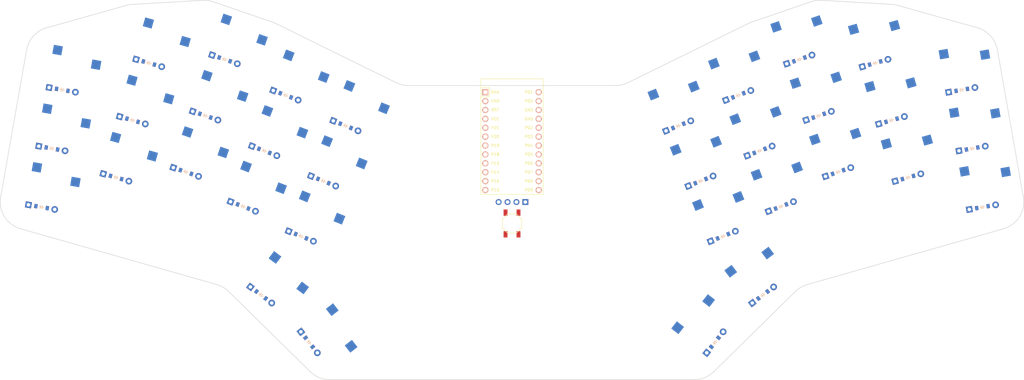
<source format=kicad_pcb>


(kicad_pcb (version 20171130) (host pcbnew 5.1.6)

  (page A3)
  (title_block
    (title "unisweep")
    (rev "v1.0.0")
    (company "Unknown")
  )

  (general
    (thickness 1.6)
  )

  (layers
    (0 F.Cu signal)
    (31 B.Cu signal)
    (32 B.Adhes user)
    (33 F.Adhes user)
    (34 B.Paste user)
    (35 F.Paste user)
    (36 B.SilkS user)
    (37 F.SilkS user)
    (38 B.Mask user)
    (39 F.Mask user)
    (40 Dwgs.User user)
    (41 Cmts.User user)
    (42 Eco1.User user)
    (43 Eco2.User user)
    (44 Edge.Cuts user)
    (45 Margin user)
    (46 B.CrtYd user)
    (47 F.CrtYd user)
    (48 B.Fab user)
    (49 F.Fab user)
  )

  (setup
    (last_trace_width 0.25)
    (trace_clearance 0.2)
    (zone_clearance 0.508)
    (zone_45_only no)
    (trace_min 0.2)
    (via_size 0.8)
    (via_drill 0.4)
    (via_min_size 0.4)
    (via_min_drill 0.3)
    (uvia_size 0.3)
    (uvia_drill 0.1)
    (uvias_allowed no)
    (uvia_min_size 0.2)
    (uvia_min_drill 0.1)
    (edge_width 0.05)
    (segment_width 0.2)
    (pcb_text_width 0.3)
    (pcb_text_size 1.5 1.5)
    (mod_edge_width 0.12)
    (mod_text_size 1 1)
    (mod_text_width 0.15)
    (pad_size 1.524 1.524)
    (pad_drill 0.762)
    (pad_to_mask_clearance 0.05)
    (aux_axis_origin 0 0)
    (visible_elements FFFFFF7F)
    (pcbplotparams
      (layerselection 0x010fc_ffffffff)
      (usegerberextensions false)
      (usegerberattributes true)
      (usegerberadvancedattributes true)
      (creategerberjobfile true)
      (excludeedgelayer true)
      (linewidth 0.100000)
      (plotframeref false)
      (viasonmask false)
      (mode 1)
      (useauxorigin false)
      (hpglpennumber 1)
      (hpglpenspeed 20)
      (hpglpendiameter 15.000000)
      (psnegative false)
      (psa4output false)
      (plotreference true)
      (plotvalue true)
      (plotinvisibletext false)
      (padsonsilk false)
      (subtractmaskfromsilk false)
      (outputformat 1)
      (mirror false)
      (drillshape 1)
      (scaleselection 1)
      (outputdirectory ""))
  )

  (net 0 "")
(net 1 "P14")
(net 2 "pinky_bottom")
(net 3 "pinky_home")
(net 4 "pinky_top")
(net 5 "P16")
(net 6 "ring_bottom")
(net 7 "ring_home")
(net 8 "ring_top")
(net 9 "P10")
(net 10 "middle_bottom")
(net 11 "middle_home")
(net 12 "middle_top")
(net 13 "P8")
(net 14 "index_bottom")
(net 15 "index_home")
(net 16 "index_top")
(net 17 "P9")
(net 18 "inner_bottom")
(net 19 "inner_home")
(net 20 "inner_top")
(net 21 "left_onerow")
(net 22 "right_onerow")
(net 23 "mirror_pinky_bottom")
(net 24 "mirror_pinky_home")
(net 25 "mirror_pinky_top")
(net 26 "mirror_ring_bottom")
(net 27 "mirror_ring_home")
(net 28 "mirror_ring_top")
(net 29 "mirror_middle_bottom")
(net 30 "mirror_middle_home")
(net 31 "mirror_middle_top")
(net 32 "mirror_index_bottom")
(net 33 "mirror_index_home")
(net 34 "mirror_index_top")
(net 35 "mirror_inner_bottom")
(net 36 "mirror_inner_home")
(net 37 "mirror_inner_top")
(net 38 "mirror_left_onerow")
(net 39 "mirror_right_onerow")
(net 40 "P18")
(net 41 "P19")
(net 42 "P20")
(net 43 "P15")
(net 44 "P6")
(net 45 "P5")
(net 46 "P4")
(net 47 "P7")
(net 48 "RAW")
(net 49 "GND")
(net 50 "RST")
(net 51 "VCC")
(net 52 "P21")
(net 53 "P1")
(net 54 "P0")
(net 55 "P2")
(net 56 "P3")

  (net_class Default "This is the default net class."
    (clearance 0.2)
    (trace_width 0.25)
    (via_dia 0.8)
    (via_drill 0.4)
    (uvia_dia 0.3)
    (uvia_drill 0.1)
    (add_net "")
(add_net "P14")
(add_net "pinky_bottom")
(add_net "pinky_home")
(add_net "pinky_top")
(add_net "P16")
(add_net "ring_bottom")
(add_net "ring_home")
(add_net "ring_top")
(add_net "P10")
(add_net "middle_bottom")
(add_net "middle_home")
(add_net "middle_top")
(add_net "P8")
(add_net "index_bottom")
(add_net "index_home")
(add_net "index_top")
(add_net "P9")
(add_net "inner_bottom")
(add_net "inner_home")
(add_net "inner_top")
(add_net "left_onerow")
(add_net "right_onerow")
(add_net "mirror_pinky_bottom")
(add_net "mirror_pinky_home")
(add_net "mirror_pinky_top")
(add_net "mirror_ring_bottom")
(add_net "mirror_ring_home")
(add_net "mirror_ring_top")
(add_net "mirror_middle_bottom")
(add_net "mirror_middle_home")
(add_net "mirror_middle_top")
(add_net "mirror_index_bottom")
(add_net "mirror_index_home")
(add_net "mirror_index_top")
(add_net "mirror_inner_bottom")
(add_net "mirror_inner_home")
(add_net "mirror_inner_top")
(add_net "mirror_left_onerow")
(add_net "mirror_right_onerow")
(add_net "P18")
(add_net "P19")
(add_net "P20")
(add_net "P15")
(add_net "P6")
(add_net "P5")
(add_net "P4")
(add_net "P7")
(add_net "RAW")
(add_net "GND")
(add_net "RST")
(add_net "VCC")
(add_net "P21")
(add_net "P1")
(add_net "P0")
(add_net "P2")
(add_net "P3")
  )

  
        
      (module PG1350 (layer F.Cu) (tedit 5DD50112)
      (at 81.1159575 115.8455931 -10)

      
      (fp_text reference "S1" (at 0 0) (layer F.SilkS) hide (effects (font (size 1.27 1.27) (thickness 0.15))))
      (fp_text value "" (at 0 0) (layer F.SilkS) hide (effects (font (size 1.27 1.27) (thickness 0.15))))

      
      (fp_line (start -7 -6) (end -7 -7) (layer Dwgs.User) (width 0.15))
      (fp_line (start -7 7) (end -6 7) (layer Dwgs.User) (width 0.15))
      (fp_line (start -6 -7) (end -7 -7) (layer Dwgs.User) (width 0.15))
      (fp_line (start -7 7) (end -7 6) (layer Dwgs.User) (width 0.15))
      (fp_line (start 7 6) (end 7 7) (layer Dwgs.User) (width 0.15))
      (fp_line (start 7 -7) (end 6 -7) (layer Dwgs.User) (width 0.15))
      (fp_line (start 6 7) (end 7 7) (layer Dwgs.User) (width 0.15))
      (fp_line (start 7 -7) (end 7 -6) (layer Dwgs.User) (width 0.15))      
      
      
      (pad "" np_thru_hole circle (at 0 0) (size 3.429 3.429) (drill 3.429) (layers *.Cu *.Mask))
        
      
      (pad "" np_thru_hole circle (at 5.5 0) (size 1.7018 1.7018) (drill 1.7018) (layers *.Cu *.Mask))
      (pad "" np_thru_hole circle (at -5.5 0) (size 1.7018 1.7018) (drill 1.7018) (layers *.Cu *.Mask))
      
        
      
      (fp_line (start -9 -8.5) (end 9 -8.5) (layer Dwgs.User) (width 0.15))
      (fp_line (start 9 -8.5) (end 9 8.5) (layer Dwgs.User) (width 0.15))
      (fp_line (start 9 8.5) (end -9 8.5) (layer Dwgs.User) (width 0.15))
      (fp_line (start -9 8.5) (end -9 -8.5) (layer Dwgs.User) (width 0.15))
      
        
          
          (pad "" np_thru_hole circle (at 5 -3.75) (size 3 3) (drill 3) (layers *.Cu *.Mask))
          (pad "" np_thru_hole circle (at 0 -5.95) (size 3 3) (drill 3) (layers *.Cu *.Mask))
      
          
          (pad 1 smd rect (at -3.275 -5.95 -10) (size 2.6 2.6) (layers B.Cu B.Paste B.Mask)  (net 1 "P14"))
          (pad 2 smd rect (at 8.275 -3.75 -10) (size 2.6 2.6) (layers B.Cu B.Paste B.Mask)  (net 2 "pinky_bottom"))
        )
        

        
      (module PG1350 (layer F.Cu) (tedit 5DD50112)
      (at 84.0679766 99.1038613 -10)

      
      (fp_text reference "S2" (at 0 0) (layer F.SilkS) hide (effects (font (size 1.27 1.27) (thickness 0.15))))
      (fp_text value "" (at 0 0) (layer F.SilkS) hide (effects (font (size 1.27 1.27) (thickness 0.15))))

      
      (fp_line (start -7 -6) (end -7 -7) (layer Dwgs.User) (width 0.15))
      (fp_line (start -7 7) (end -6 7) (layer Dwgs.User) (width 0.15))
      (fp_line (start -6 -7) (end -7 -7) (layer Dwgs.User) (width 0.15))
      (fp_line (start -7 7) (end -7 6) (layer Dwgs.User) (width 0.15))
      (fp_line (start 7 6) (end 7 7) (layer Dwgs.User) (width 0.15))
      (fp_line (start 7 -7) (end 6 -7) (layer Dwgs.User) (width 0.15))
      (fp_line (start 6 7) (end 7 7) (layer Dwgs.User) (width 0.15))
      (fp_line (start 7 -7) (end 7 -6) (layer Dwgs.User) (width 0.15))      
      
      
      (pad "" np_thru_hole circle (at 0 0) (size 3.429 3.429) (drill 3.429) (layers *.Cu *.Mask))
        
      
      (pad "" np_thru_hole circle (at 5.5 0) (size 1.7018 1.7018) (drill 1.7018) (layers *.Cu *.Mask))
      (pad "" np_thru_hole circle (at -5.5 0) (size 1.7018 1.7018) (drill 1.7018) (layers *.Cu *.Mask))
      
        
      
      (fp_line (start -9 -8.5) (end 9 -8.5) (layer Dwgs.User) (width 0.15))
      (fp_line (start 9 -8.5) (end 9 8.5) (layer Dwgs.User) (width 0.15))
      (fp_line (start 9 8.5) (end -9 8.5) (layer Dwgs.User) (width 0.15))
      (fp_line (start -9 8.5) (end -9 -8.5) (layer Dwgs.User) (width 0.15))
      
        
          
          (pad "" np_thru_hole circle (at 5 -3.75) (size 3 3) (drill 3) (layers *.Cu *.Mask))
          (pad "" np_thru_hole circle (at 0 -5.95) (size 3 3) (drill 3) (layers *.Cu *.Mask))
      
          
          (pad 1 smd rect (at -3.275 -5.95 -10) (size 2.6 2.6) (layers B.Cu B.Paste B.Mask)  (net 1 "P14"))
          (pad 2 smd rect (at 8.275 -3.75 -10) (size 2.6 2.6) (layers B.Cu B.Paste B.Mask)  (net 3 "pinky_home"))
        )
        

        
      (module PG1350 (layer F.Cu) (tedit 5DD50112)
      (at 87.0199956 82.3621295 -10)

      
      (fp_text reference "S3" (at 0 0) (layer F.SilkS) hide (effects (font (size 1.27 1.27) (thickness 0.15))))
      (fp_text value "" (at 0 0) (layer F.SilkS) hide (effects (font (size 1.27 1.27) (thickness 0.15))))

      
      (fp_line (start -7 -6) (end -7 -7) (layer Dwgs.User) (width 0.15))
      (fp_line (start -7 7) (end -6 7) (layer Dwgs.User) (width 0.15))
      (fp_line (start -6 -7) (end -7 -7) (layer Dwgs.User) (width 0.15))
      (fp_line (start -7 7) (end -7 6) (layer Dwgs.User) (width 0.15))
      (fp_line (start 7 6) (end 7 7) (layer Dwgs.User) (width 0.15))
      (fp_line (start 7 -7) (end 6 -7) (layer Dwgs.User) (width 0.15))
      (fp_line (start 6 7) (end 7 7) (layer Dwgs.User) (width 0.15))
      (fp_line (start 7 -7) (end 7 -6) (layer Dwgs.User) (width 0.15))      
      
      
      (pad "" np_thru_hole circle (at 0 0) (size 3.429 3.429) (drill 3.429) (layers *.Cu *.Mask))
        
      
      (pad "" np_thru_hole circle (at 5.5 0) (size 1.7018 1.7018) (drill 1.7018) (layers *.Cu *.Mask))
      (pad "" np_thru_hole circle (at -5.5 0) (size 1.7018 1.7018) (drill 1.7018) (layers *.Cu *.Mask))
      
        
      
      (fp_line (start -9 -8.5) (end 9 -8.5) (layer Dwgs.User) (width 0.15))
      (fp_line (start 9 -8.5) (end 9 8.5) (layer Dwgs.User) (width 0.15))
      (fp_line (start 9 8.5) (end -9 8.5) (layer Dwgs.User) (width 0.15))
      (fp_line (start -9 8.5) (end -9 -8.5) (layer Dwgs.User) (width 0.15))
      
        
          
          (pad "" np_thru_hole circle (at 5 -3.75) (size 3 3) (drill 3) (layers *.Cu *.Mask))
          (pad "" np_thru_hole circle (at 0 -5.95) (size 3 3) (drill 3) (layers *.Cu *.Mask))
      
          
          (pad 1 smd rect (at -3.275 -5.95 -10) (size 2.6 2.6) (layers B.Cu B.Paste B.Mask)  (net 1 "P14"))
          (pad 2 smd rect (at 8.275 -3.75 -10) (size 2.6 2.6) (layers B.Cu B.Paste B.Mask)  (net 4 "pinky_top"))
        )
        

        
      (module PG1350 (layer F.Cu) (tedit 5DD50112)
      (at 102.8958907 107.5008636 -16)

      
      (fp_text reference "S4" (at 0 0) (layer F.SilkS) hide (effects (font (size 1.27 1.27) (thickness 0.15))))
      (fp_text value "" (at 0 0) (layer F.SilkS) hide (effects (font (size 1.27 1.27) (thickness 0.15))))

      
      (fp_line (start -7 -6) (end -7 -7) (layer Dwgs.User) (width 0.15))
      (fp_line (start -7 7) (end -6 7) (layer Dwgs.User) (width 0.15))
      (fp_line (start -6 -7) (end -7 -7) (layer Dwgs.User) (width 0.15))
      (fp_line (start -7 7) (end -7 6) (layer Dwgs.User) (width 0.15))
      (fp_line (start 7 6) (end 7 7) (layer Dwgs.User) (width 0.15))
      (fp_line (start 7 -7) (end 6 -7) (layer Dwgs.User) (width 0.15))
      (fp_line (start 6 7) (end 7 7) (layer Dwgs.User) (width 0.15))
      (fp_line (start 7 -7) (end 7 -6) (layer Dwgs.User) (width 0.15))      
      
      
      (pad "" np_thru_hole circle (at 0 0) (size 3.429 3.429) (drill 3.429) (layers *.Cu *.Mask))
        
      
      (pad "" np_thru_hole circle (at 5.5 0) (size 1.7018 1.7018) (drill 1.7018) (layers *.Cu *.Mask))
      (pad "" np_thru_hole circle (at -5.5 0) (size 1.7018 1.7018) (drill 1.7018) (layers *.Cu *.Mask))
      
        
      
      (fp_line (start -9 -8.5) (end 9 -8.5) (layer Dwgs.User) (width 0.15))
      (fp_line (start 9 -8.5) (end 9 8.5) (layer Dwgs.User) (width 0.15))
      (fp_line (start 9 8.5) (end -9 8.5) (layer Dwgs.User) (width 0.15))
      (fp_line (start -9 8.5) (end -9 -8.5) (layer Dwgs.User) (width 0.15))
      
        
          
          (pad "" np_thru_hole circle (at 5 -3.75) (size 3 3) (drill 3) (layers *.Cu *.Mask))
          (pad "" np_thru_hole circle (at 0 -5.95) (size 3 3) (drill 3) (layers *.Cu *.Mask))
      
          
          (pad 1 smd rect (at -3.275 -5.95 -16) (size 2.6 2.6) (layers B.Cu B.Paste B.Mask)  (net 5 "P16"))
          (pad 2 smd rect (at 8.275 -3.75 -16) (size 2.6 2.6) (layers B.Cu B.Paste B.Mask)  (net 6 "ring_bottom"))
        )
        

        
      (module PG1350 (layer F.Cu) (tedit 5DD50112)
      (at 107.5817258 91.1594148 -16)

      
      (fp_text reference "S5" (at 0 0) (layer F.SilkS) hide (effects (font (size 1.27 1.27) (thickness 0.15))))
      (fp_text value "" (at 0 0) (layer F.SilkS) hide (effects (font (size 1.27 1.27) (thickness 0.15))))

      
      (fp_line (start -7 -6) (end -7 -7) (layer Dwgs.User) (width 0.15))
      (fp_line (start -7 7) (end -6 7) (layer Dwgs.User) (width 0.15))
      (fp_line (start -6 -7) (end -7 -7) (layer Dwgs.User) (width 0.15))
      (fp_line (start -7 7) (end -7 6) (layer Dwgs.User) (width 0.15))
      (fp_line (start 7 6) (end 7 7) (layer Dwgs.User) (width 0.15))
      (fp_line (start 7 -7) (end 6 -7) (layer Dwgs.User) (width 0.15))
      (fp_line (start 6 7) (end 7 7) (layer Dwgs.User) (width 0.15))
      (fp_line (start 7 -7) (end 7 -6) (layer Dwgs.User) (width 0.15))      
      
      
      (pad "" np_thru_hole circle (at 0 0) (size 3.429 3.429) (drill 3.429) (layers *.Cu *.Mask))
        
      
      (pad "" np_thru_hole circle (at 5.5 0) (size 1.7018 1.7018) (drill 1.7018) (layers *.Cu *.Mask))
      (pad "" np_thru_hole circle (at -5.5 0) (size 1.7018 1.7018) (drill 1.7018) (layers *.Cu *.Mask))
      
        
      
      (fp_line (start -9 -8.5) (end 9 -8.5) (layer Dwgs.User) (width 0.15))
      (fp_line (start 9 -8.5) (end 9 8.5) (layer Dwgs.User) (width 0.15))
      (fp_line (start 9 8.5) (end -9 8.5) (layer Dwgs.User) (width 0.15))
      (fp_line (start -9 8.5) (end -9 -8.5) (layer Dwgs.User) (width 0.15))
      
        
          
          (pad "" np_thru_hole circle (at 5 -3.75) (size 3 3) (drill 3) (layers *.Cu *.Mask))
          (pad "" np_thru_hole circle (at 0 -5.95) (size 3 3) (drill 3) (layers *.Cu *.Mask))
      
          
          (pad 1 smd rect (at -3.275 -5.95 -16) (size 2.6 2.6) (layers B.Cu B.Paste B.Mask)  (net 5 "P16"))
          (pad 2 smd rect (at 8.275 -3.75 -16) (size 2.6 2.6) (layers B.Cu B.Paste B.Mask)  (net 7 "ring_home"))
        )
        

        
      (module PG1350 (layer F.Cu) (tedit 5DD50112)
      (at 112.2675609 74.817966 -16)

      
      (fp_text reference "S6" (at 0 0) (layer F.SilkS) hide (effects (font (size 1.27 1.27) (thickness 0.15))))
      (fp_text value "" (at 0 0) (layer F.SilkS) hide (effects (font (size 1.27 1.27) (thickness 0.15))))

      
      (fp_line (start -7 -6) (end -7 -7) (layer Dwgs.User) (width 0.15))
      (fp_line (start -7 7) (end -6 7) (layer Dwgs.User) (width 0.15))
      (fp_line (start -6 -7) (end -7 -7) (layer Dwgs.User) (width 0.15))
      (fp_line (start -7 7) (end -7 6) (layer Dwgs.User) (width 0.15))
      (fp_line (start 7 6) (end 7 7) (layer Dwgs.User) (width 0.15))
      (fp_line (start 7 -7) (end 6 -7) (layer Dwgs.User) (width 0.15))
      (fp_line (start 6 7) (end 7 7) (layer Dwgs.User) (width 0.15))
      (fp_line (start 7 -7) (end 7 -6) (layer Dwgs.User) (width 0.15))      
      
      
      (pad "" np_thru_hole circle (at 0 0) (size 3.429 3.429) (drill 3.429) (layers *.Cu *.Mask))
        
      
      (pad "" np_thru_hole circle (at 5.5 0) (size 1.7018 1.7018) (drill 1.7018) (layers *.Cu *.Mask))
      (pad "" np_thru_hole circle (at -5.5 0) (size 1.7018 1.7018) (drill 1.7018) (layers *.Cu *.Mask))
      
        
      
      (fp_line (start -9 -8.5) (end 9 -8.5) (layer Dwgs.User) (width 0.15))
      (fp_line (start 9 -8.5) (end 9 8.5) (layer Dwgs.User) (width 0.15))
      (fp_line (start 9 8.5) (end -9 8.5) (layer Dwgs.User) (width 0.15))
      (fp_line (start -9 8.5) (end -9 -8.5) (layer Dwgs.User) (width 0.15))
      
        
          
          (pad "" np_thru_hole circle (at 5 -3.75) (size 3 3) (drill 3) (layers *.Cu *.Mask))
          (pad "" np_thru_hole circle (at 0 -5.95) (size 3 3) (drill 3) (layers *.Cu *.Mask))
      
          
          (pad 1 smd rect (at -3.275 -5.95 -16) (size 2.6 2.6) (layers B.Cu B.Paste B.Mask)  (net 5 "P16"))
          (pad 2 smd rect (at 8.275 -3.75 -16) (size 2.6 2.6) (layers B.Cu B.Paste B.Mask)  (net 8 "ring_top"))
        )
        

        
      (module PG1350 (layer F.Cu) (tedit 5DD50112)
      (at 123.0893245 106.0091414 -19)

      
      (fp_text reference "S7" (at 0 0) (layer F.SilkS) hide (effects (font (size 1.27 1.27) (thickness 0.15))))
      (fp_text value "" (at 0 0) (layer F.SilkS) hide (effects (font (size 1.27 1.27) (thickness 0.15))))

      
      (fp_line (start -7 -6) (end -7 -7) (layer Dwgs.User) (width 0.15))
      (fp_line (start -7 7) (end -6 7) (layer Dwgs.User) (width 0.15))
      (fp_line (start -6 -7) (end -7 -7) (layer Dwgs.User) (width 0.15))
      (fp_line (start -7 7) (end -7 6) (layer Dwgs.User) (width 0.15))
      (fp_line (start 7 6) (end 7 7) (layer Dwgs.User) (width 0.15))
      (fp_line (start 7 -7) (end 6 -7) (layer Dwgs.User) (width 0.15))
      (fp_line (start 6 7) (end 7 7) (layer Dwgs.User) (width 0.15))
      (fp_line (start 7 -7) (end 7 -6) (layer Dwgs.User) (width 0.15))      
      
      
      (pad "" np_thru_hole circle (at 0 0) (size 3.429 3.429) (drill 3.429) (layers *.Cu *.Mask))
        
      
      (pad "" np_thru_hole circle (at 5.5 0) (size 1.7018 1.7018) (drill 1.7018) (layers *.Cu *.Mask))
      (pad "" np_thru_hole circle (at -5.5 0) (size 1.7018 1.7018) (drill 1.7018) (layers *.Cu *.Mask))
      
        
      
      (fp_line (start -9 -8.5) (end 9 -8.5) (layer Dwgs.User) (width 0.15))
      (fp_line (start 9 -8.5) (end 9 8.5) (layer Dwgs.User) (width 0.15))
      (fp_line (start 9 8.5) (end -9 8.5) (layer Dwgs.User) (width 0.15))
      (fp_line (start -9 8.5) (end -9 -8.5) (layer Dwgs.User) (width 0.15))
      
        
          
          (pad "" np_thru_hole circle (at 5 -3.75) (size 3 3) (drill 3) (layers *.Cu *.Mask))
          (pad "" np_thru_hole circle (at 0 -5.95) (size 3 3) (drill 3) (layers *.Cu *.Mask))
      
          
          (pad 1 smd rect (at -3.275 -5.95 -19) (size 2.6 2.6) (layers B.Cu B.Paste B.Mask)  (net 9 "P10"))
          (pad 2 smd rect (at 8.275 -3.75 -19) (size 2.6 2.6) (layers B.Cu B.Paste B.Mask)  (net 10 "middle_bottom"))
        )
        

        
      (module PG1350 (layer F.Cu) (tedit 5DD50112)
      (at 128.6239831 89.9353257 -19)

      
      (fp_text reference "S8" (at 0 0) (layer F.SilkS) hide (effects (font (size 1.27 1.27) (thickness 0.15))))
      (fp_text value "" (at 0 0) (layer F.SilkS) hide (effects (font (size 1.27 1.27) (thickness 0.15))))

      
      (fp_line (start -7 -6) (end -7 -7) (layer Dwgs.User) (width 0.15))
      (fp_line (start -7 7) (end -6 7) (layer Dwgs.User) (width 0.15))
      (fp_line (start -6 -7) (end -7 -7) (layer Dwgs.User) (width 0.15))
      (fp_line (start -7 7) (end -7 6) (layer Dwgs.User) (width 0.15))
      (fp_line (start 7 6) (end 7 7) (layer Dwgs.User) (width 0.15))
      (fp_line (start 7 -7) (end 6 -7) (layer Dwgs.User) (width 0.15))
      (fp_line (start 6 7) (end 7 7) (layer Dwgs.User) (width 0.15))
      (fp_line (start 7 -7) (end 7 -6) (layer Dwgs.User) (width 0.15))      
      
      
      (pad "" np_thru_hole circle (at 0 0) (size 3.429 3.429) (drill 3.429) (layers *.Cu *.Mask))
        
      
      (pad "" np_thru_hole circle (at 5.5 0) (size 1.7018 1.7018) (drill 1.7018) (layers *.Cu *.Mask))
      (pad "" np_thru_hole circle (at -5.5 0) (size 1.7018 1.7018) (drill 1.7018) (layers *.Cu *.Mask))
      
        
      
      (fp_line (start -9 -8.5) (end 9 -8.5) (layer Dwgs.User) (width 0.15))
      (fp_line (start 9 -8.5) (end 9 8.5) (layer Dwgs.User) (width 0.15))
      (fp_line (start 9 8.5) (end -9 8.5) (layer Dwgs.User) (width 0.15))
      (fp_line (start -9 8.5) (end -9 -8.5) (layer Dwgs.User) (width 0.15))
      
        
          
          (pad "" np_thru_hole circle (at 5 -3.75) (size 3 3) (drill 3) (layers *.Cu *.Mask))
          (pad "" np_thru_hole circle (at 0 -5.95) (size 3 3) (drill 3) (layers *.Cu *.Mask))
      
          
          (pad 1 smd rect (at -3.275 -5.95 -19) (size 2.6 2.6) (layers B.Cu B.Paste B.Mask)  (net 9 "P10"))
          (pad 2 smd rect (at 8.275 -3.75 -19) (size 2.6 2.6) (layers B.Cu B.Paste B.Mask)  (net 11 "middle_home"))
        )
        

        
      (module PG1350 (layer F.Cu) (tedit 5DD50112)
      (at 134.1586417 73.8615099 -19)

      
      (fp_text reference "S9" (at 0 0) (layer F.SilkS) hide (effects (font (size 1.27 1.27) (thickness 0.15))))
      (fp_text value "" (at 0 0) (layer F.SilkS) hide (effects (font (size 1.27 1.27) (thickness 0.15))))

      
      (fp_line (start -7 -6) (end -7 -7) (layer Dwgs.User) (width 0.15))
      (fp_line (start -7 7) (end -6 7) (layer Dwgs.User) (width 0.15))
      (fp_line (start -6 -7) (end -7 -7) (layer Dwgs.User) (width 0.15))
      (fp_line (start -7 7) (end -7 6) (layer Dwgs.User) (width 0.15))
      (fp_line (start 7 6) (end 7 7) (layer Dwgs.User) (width 0.15))
      (fp_line (start 7 -7) (end 6 -7) (layer Dwgs.User) (width 0.15))
      (fp_line (start 6 7) (end 7 7) (layer Dwgs.User) (width 0.15))
      (fp_line (start 7 -7) (end 7 -6) (layer Dwgs.User) (width 0.15))      
      
      
      (pad "" np_thru_hole circle (at 0 0) (size 3.429 3.429) (drill 3.429) (layers *.Cu *.Mask))
        
      
      (pad "" np_thru_hole circle (at 5.5 0) (size 1.7018 1.7018) (drill 1.7018) (layers *.Cu *.Mask))
      (pad "" np_thru_hole circle (at -5.5 0) (size 1.7018 1.7018) (drill 1.7018) (layers *.Cu *.Mask))
      
        
      
      (fp_line (start -9 -8.5) (end 9 -8.5) (layer Dwgs.User) (width 0.15))
      (fp_line (start 9 -8.5) (end 9 8.5) (layer Dwgs.User) (width 0.15))
      (fp_line (start 9 8.5) (end -9 8.5) (layer Dwgs.User) (width 0.15))
      (fp_line (start -9 8.5) (end -9 -8.5) (layer Dwgs.User) (width 0.15))
      
        
          
          (pad "" np_thru_hole circle (at 5 -3.75) (size 3 3) (drill 3) (layers *.Cu *.Mask))
          (pad "" np_thru_hole circle (at 0 -5.95) (size 3 3) (drill 3) (layers *.Cu *.Mask))
      
          
          (pad 1 smd rect (at -3.275 -5.95 -19) (size 2.6 2.6) (layers B.Cu B.Paste B.Mask)  (net 9 "P10"))
          (pad 2 smd rect (at 8.275 -3.75 -19) (size 2.6 2.6) (layers B.Cu B.Paste B.Mask)  (net 12 "middle_top"))
        )
        

        
      (module PG1350 (layer F.Cu) (tedit 5DD50112)
      (at 139.5628011 115.911897 -21)

      
      (fp_text reference "S10" (at 0 0) (layer F.SilkS) hide (effects (font (size 1.27 1.27) (thickness 0.15))))
      (fp_text value "" (at 0 0) (layer F.SilkS) hide (effects (font (size 1.27 1.27) (thickness 0.15))))

      
      (fp_line (start -7 -6) (end -7 -7) (layer Dwgs.User) (width 0.15))
      (fp_line (start -7 7) (end -6 7) (layer Dwgs.User) (width 0.15))
      (fp_line (start -6 -7) (end -7 -7) (layer Dwgs.User) (width 0.15))
      (fp_line (start -7 7) (end -7 6) (layer Dwgs.User) (width 0.15))
      (fp_line (start 7 6) (end 7 7) (layer Dwgs.User) (width 0.15))
      (fp_line (start 7 -7) (end 6 -7) (layer Dwgs.User) (width 0.15))
      (fp_line (start 6 7) (end 7 7) (layer Dwgs.User) (width 0.15))
      (fp_line (start 7 -7) (end 7 -6) (layer Dwgs.User) (width 0.15))      
      
      
      (pad "" np_thru_hole circle (at 0 0) (size 3.429 3.429) (drill 3.429) (layers *.Cu *.Mask))
        
      
      (pad "" np_thru_hole circle (at 5.5 0) (size 1.7018 1.7018) (drill 1.7018) (layers *.Cu *.Mask))
      (pad "" np_thru_hole circle (at -5.5 0) (size 1.7018 1.7018) (drill 1.7018) (layers *.Cu *.Mask))
      
        
      
      (fp_line (start -9 -8.5) (end 9 -8.5) (layer Dwgs.User) (width 0.15))
      (fp_line (start 9 -8.5) (end 9 8.5) (layer Dwgs.User) (width 0.15))
      (fp_line (start 9 8.5) (end -9 8.5) (layer Dwgs.User) (width 0.15))
      (fp_line (start -9 8.5) (end -9 -8.5) (layer Dwgs.User) (width 0.15))
      
        
          
          (pad "" np_thru_hole circle (at 5 -3.75) (size 3 3) (drill 3) (layers *.Cu *.Mask))
          (pad "" np_thru_hole circle (at 0 -5.95) (size 3 3) (drill 3) (layers *.Cu *.Mask))
      
          
          (pad 1 smd rect (at -3.275 -5.95 -21) (size 2.6 2.6) (layers B.Cu B.Paste B.Mask)  (net 13 "P8"))
          (pad 2 smd rect (at 8.275 -3.75 -21) (size 2.6 2.6) (layers B.Cu B.Paste B.Mask)  (net 14 "index_bottom"))
        )
        

        
      (module PG1350 (layer F.Cu) (tedit 5DD50112)
      (at 145.6550562 100.0410298 -21)

      
      (fp_text reference "S11" (at 0 0) (layer F.SilkS) hide (effects (font (size 1.27 1.27) (thickness 0.15))))
      (fp_text value "" (at 0 0) (layer F.SilkS) hide (effects (font (size 1.27 1.27) (thickness 0.15))))

      
      (fp_line (start -7 -6) (end -7 -7) (layer Dwgs.User) (width 0.15))
      (fp_line (start -7 7) (end -6 7) (layer Dwgs.User) (width 0.15))
      (fp_line (start -6 -7) (end -7 -7) (layer Dwgs.User) (width 0.15))
      (fp_line (start -7 7) (end -7 6) (layer Dwgs.User) (width 0.15))
      (fp_line (start 7 6) (end 7 7) (layer Dwgs.User) (width 0.15))
      (fp_line (start 7 -7) (end 6 -7) (layer Dwgs.User) (width 0.15))
      (fp_line (start 6 7) (end 7 7) (layer Dwgs.User) (width 0.15))
      (fp_line (start 7 -7) (end 7 -6) (layer Dwgs.User) (width 0.15))      
      
      
      (pad "" np_thru_hole circle (at 0 0) (size 3.429 3.429) (drill 3.429) (layers *.Cu *.Mask))
        
      
      (pad "" np_thru_hole circle (at 5.5 0) (size 1.7018 1.7018) (drill 1.7018) (layers *.Cu *.Mask))
      (pad "" np_thru_hole circle (at -5.5 0) (size 1.7018 1.7018) (drill 1.7018) (layers *.Cu *.Mask))
      
        
      
      (fp_line (start -9 -8.5) (end 9 -8.5) (layer Dwgs.User) (width 0.15))
      (fp_line (start 9 -8.5) (end 9 8.5) (layer Dwgs.User) (width 0.15))
      (fp_line (start 9 8.5) (end -9 8.5) (layer Dwgs.User) (width 0.15))
      (fp_line (start -9 8.5) (end -9 -8.5) (layer Dwgs.User) (width 0.15))
      
        
          
          (pad "" np_thru_hole circle (at 5 -3.75) (size 3 3) (drill 3) (layers *.Cu *.Mask))
          (pad "" np_thru_hole circle (at 0 -5.95) (size 3 3) (drill 3) (layers *.Cu *.Mask))
      
          
          (pad 1 smd rect (at -3.275 -5.95 -21) (size 2.6 2.6) (layers B.Cu B.Paste B.Mask)  (net 13 "P8"))
          (pad 2 smd rect (at 8.275 -3.75 -21) (size 2.6 2.6) (layers B.Cu B.Paste B.Mask)  (net 15 "index_home"))
        )
        

        
      (module PG1350 (layer F.Cu) (tedit 5DD50112)
      (at 151.7473113 84.1701626 -21)

      
      (fp_text reference "S12" (at 0 0) (layer F.SilkS) hide (effects (font (size 1.27 1.27) (thickness 0.15))))
      (fp_text value "" (at 0 0) (layer F.SilkS) hide (effects (font (size 1.27 1.27) (thickness 0.15))))

      
      (fp_line (start -7 -6) (end -7 -7) (layer Dwgs.User) (width 0.15))
      (fp_line (start -7 7) (end -6 7) (layer Dwgs.User) (width 0.15))
      (fp_line (start -6 -7) (end -7 -7) (layer Dwgs.User) (width 0.15))
      (fp_line (start -7 7) (end -7 6) (layer Dwgs.User) (width 0.15))
      (fp_line (start 7 6) (end 7 7) (layer Dwgs.User) (width 0.15))
      (fp_line (start 7 -7) (end 6 -7) (layer Dwgs.User) (width 0.15))
      (fp_line (start 6 7) (end 7 7) (layer Dwgs.User) (width 0.15))
      (fp_line (start 7 -7) (end 7 -6) (layer Dwgs.User) (width 0.15))      
      
      
      (pad "" np_thru_hole circle (at 0 0) (size 3.429 3.429) (drill 3.429) (layers *.Cu *.Mask))
        
      
      (pad "" np_thru_hole circle (at 5.5 0) (size 1.7018 1.7018) (drill 1.7018) (layers *.Cu *.Mask))
      (pad "" np_thru_hole circle (at -5.5 0) (size 1.7018 1.7018) (drill 1.7018) (layers *.Cu *.Mask))
      
        
      
      (fp_line (start -9 -8.5) (end 9 -8.5) (layer Dwgs.User) (width 0.15))
      (fp_line (start 9 -8.5) (end 9 8.5) (layer Dwgs.User) (width 0.15))
      (fp_line (start 9 8.5) (end -9 8.5) (layer Dwgs.User) (width 0.15))
      (fp_line (start -9 8.5) (end -9 -8.5) (layer Dwgs.User) (width 0.15))
      
        
          
          (pad "" np_thru_hole circle (at 5 -3.75) (size 3 3) (drill 3) (layers *.Cu *.Mask))
          (pad "" np_thru_hole circle (at 0 -5.95) (size 3 3) (drill 3) (layers *.Cu *.Mask))
      
          
          (pad 1 smd rect (at -3.275 -5.95 -21) (size 2.6 2.6) (layers B.Cu B.Paste B.Mask)  (net 13 "P8"))
          (pad 2 smd rect (at 8.275 -3.75 -21) (size 2.6 2.6) (layers B.Cu B.Paste B.Mask)  (net 16 "index_top"))
        )
        

        
      (module PG1350 (layer F.Cu) (tedit 5DD50112)
      (at 156.2106611 124.4447017 -22)

      
      (fp_text reference "S13" (at 0 0) (layer F.SilkS) hide (effects (font (size 1.27 1.27) (thickness 0.15))))
      (fp_text value "" (at 0 0) (layer F.SilkS) hide (effects (font (size 1.27 1.27) (thickness 0.15))))

      
      (fp_line (start -7 -6) (end -7 -7) (layer Dwgs.User) (width 0.15))
      (fp_line (start -7 7) (end -6 7) (layer Dwgs.User) (width 0.15))
      (fp_line (start -6 -7) (end -7 -7) (layer Dwgs.User) (width 0.15))
      (fp_line (start -7 7) (end -7 6) (layer Dwgs.User) (width 0.15))
      (fp_line (start 7 6) (end 7 7) (layer Dwgs.User) (width 0.15))
      (fp_line (start 7 -7) (end 6 -7) (layer Dwgs.User) (width 0.15))
      (fp_line (start 6 7) (end 7 7) (layer Dwgs.User) (width 0.15))
      (fp_line (start 7 -7) (end 7 -6) (layer Dwgs.User) (width 0.15))      
      
      
      (pad "" np_thru_hole circle (at 0 0) (size 3.429 3.429) (drill 3.429) (layers *.Cu *.Mask))
        
      
      (pad "" np_thru_hole circle (at 5.5 0) (size 1.7018 1.7018) (drill 1.7018) (layers *.Cu *.Mask))
      (pad "" np_thru_hole circle (at -5.5 0) (size 1.7018 1.7018) (drill 1.7018) (layers *.Cu *.Mask))
      
        
      
      (fp_line (start -9 -8.5) (end 9 -8.5) (layer Dwgs.User) (width 0.15))
      (fp_line (start 9 -8.5) (end 9 8.5) (layer Dwgs.User) (width 0.15))
      (fp_line (start 9 8.5) (end -9 8.5) (layer Dwgs.User) (width 0.15))
      (fp_line (start -9 8.5) (end -9 -8.5) (layer Dwgs.User) (width 0.15))
      
        
          
          (pad "" np_thru_hole circle (at 5 -3.75) (size 3 3) (drill 3) (layers *.Cu *.Mask))
          (pad "" np_thru_hole circle (at 0 -5.95) (size 3 3) (drill 3) (layers *.Cu *.Mask))
      
          
          (pad 1 smd rect (at -3.275 -5.95 -22) (size 2.6 2.6) (layers B.Cu B.Paste B.Mask)  (net 17 "P9"))
          (pad 2 smd rect (at 8.275 -3.75 -22) (size 2.6 2.6) (layers B.Cu B.Paste B.Mask)  (net 18 "inner_bottom"))
        )
        

        
      (module PG1350 (layer F.Cu) (tedit 5DD50112)
      (at 162.5789731 108.6825761 -22)

      
      (fp_text reference "S14" (at 0 0) (layer F.SilkS) hide (effects (font (size 1.27 1.27) (thickness 0.15))))
      (fp_text value "" (at 0 0) (layer F.SilkS) hide (effects (font (size 1.27 1.27) (thickness 0.15))))

      
      (fp_line (start -7 -6) (end -7 -7) (layer Dwgs.User) (width 0.15))
      (fp_line (start -7 7) (end -6 7) (layer Dwgs.User) (width 0.15))
      (fp_line (start -6 -7) (end -7 -7) (layer Dwgs.User) (width 0.15))
      (fp_line (start -7 7) (end -7 6) (layer Dwgs.User) (width 0.15))
      (fp_line (start 7 6) (end 7 7) (layer Dwgs.User) (width 0.15))
      (fp_line (start 7 -7) (end 6 -7) (layer Dwgs.User) (width 0.15))
      (fp_line (start 6 7) (end 7 7) (layer Dwgs.User) (width 0.15))
      (fp_line (start 7 -7) (end 7 -6) (layer Dwgs.User) (width 0.15))      
      
      
      (pad "" np_thru_hole circle (at 0 0) (size 3.429 3.429) (drill 3.429) (layers *.Cu *.Mask))
        
      
      (pad "" np_thru_hole circle (at 5.5 0) (size 1.7018 1.7018) (drill 1.7018) (layers *.Cu *.Mask))
      (pad "" np_thru_hole circle (at -5.5 0) (size 1.7018 1.7018) (drill 1.7018) (layers *.Cu *.Mask))
      
        
      
      (fp_line (start -9 -8.5) (end 9 -8.5) (layer Dwgs.User) (width 0.15))
      (fp_line (start 9 -8.5) (end 9 8.5) (layer Dwgs.User) (width 0.15))
      (fp_line (start 9 8.5) (end -9 8.5) (layer Dwgs.User) (width 0.15))
      (fp_line (start -9 8.5) (end -9 -8.5) (layer Dwgs.User) (width 0.15))
      
        
          
          (pad "" np_thru_hole circle (at 5 -3.75) (size 3 3) (drill 3) (layers *.Cu *.Mask))
          (pad "" np_thru_hole circle (at 0 -5.95) (size 3 3) (drill 3) (layers *.Cu *.Mask))
      
          
          (pad 1 smd rect (at -3.275 -5.95 -22) (size 2.6 2.6) (layers B.Cu B.Paste B.Mask)  (net 17 "P9"))
          (pad 2 smd rect (at 8.275 -3.75 -22) (size 2.6 2.6) (layers B.Cu B.Paste B.Mask)  (net 19 "inner_home"))
        )
        

        
      (module PG1350 (layer F.Cu) (tedit 5DD50112)
      (at 168.9472852 92.9204506 -22)

      
      (fp_text reference "S15" (at 0 0) (layer F.SilkS) hide (effects (font (size 1.27 1.27) (thickness 0.15))))
      (fp_text value "" (at 0 0) (layer F.SilkS) hide (effects (font (size 1.27 1.27) (thickness 0.15))))

      
      (fp_line (start -7 -6) (end -7 -7) (layer Dwgs.User) (width 0.15))
      (fp_line (start -7 7) (end -6 7) (layer Dwgs.User) (width 0.15))
      (fp_line (start -6 -7) (end -7 -7) (layer Dwgs.User) (width 0.15))
      (fp_line (start -7 7) (end -7 6) (layer Dwgs.User) (width 0.15))
      (fp_line (start 7 6) (end 7 7) (layer Dwgs.User) (width 0.15))
      (fp_line (start 7 -7) (end 6 -7) (layer Dwgs.User) (width 0.15))
      (fp_line (start 6 7) (end 7 7) (layer Dwgs.User) (width 0.15))
      (fp_line (start 7 -7) (end 7 -6) (layer Dwgs.User) (width 0.15))      
      
      
      (pad "" np_thru_hole circle (at 0 0) (size 3.429 3.429) (drill 3.429) (layers *.Cu *.Mask))
        
      
      (pad "" np_thru_hole circle (at 5.5 0) (size 1.7018 1.7018) (drill 1.7018) (layers *.Cu *.Mask))
      (pad "" np_thru_hole circle (at -5.5 0) (size 1.7018 1.7018) (drill 1.7018) (layers *.Cu *.Mask))
      
        
      
      (fp_line (start -9 -8.5) (end 9 -8.5) (layer Dwgs.User) (width 0.15))
      (fp_line (start 9 -8.5) (end 9 8.5) (layer Dwgs.User) (width 0.15))
      (fp_line (start 9 8.5) (end -9 8.5) (layer Dwgs.User) (width 0.15))
      (fp_line (start -9 8.5) (end -9 -8.5) (layer Dwgs.User) (width 0.15))
      
        
          
          (pad "" np_thru_hole circle (at 5 -3.75) (size 3 3) (drill 3) (layers *.Cu *.Mask))
          (pad "" np_thru_hole circle (at 0 -5.95) (size 3 3) (drill 3) (layers *.Cu *.Mask))
      
          
          (pad 1 smd rect (at -3.275 -5.95 -22) (size 2.6 2.6) (layers B.Cu B.Paste B.Mask)  (net 17 "P9"))
          (pad 2 smd rect (at 8.275 -3.75 -22) (size 2.6 2.6) (layers B.Cu B.Paste B.Mask)  (net 20 "inner_top"))
        )
        

        
      (module PG1350 (layer F.Cu) (tedit 5DD50112)
      (at 145.9369777 141.8645589 -37)

      
      (fp_text reference "S16" (at 0 0) (layer F.SilkS) hide (effects (font (size 1.27 1.27) (thickness 0.15))))
      (fp_text value "" (at 0 0) (layer F.SilkS) hide (effects (font (size 1.27 1.27) (thickness 0.15))))

      
      (fp_line (start -7 -6) (end -7 -7) (layer Dwgs.User) (width 0.15))
      (fp_line (start -7 7) (end -6 7) (layer Dwgs.User) (width 0.15))
      (fp_line (start -6 -7) (end -7 -7) (layer Dwgs.User) (width 0.15))
      (fp_line (start -7 7) (end -7 6) (layer Dwgs.User) (width 0.15))
      (fp_line (start 7 6) (end 7 7) (layer Dwgs.User) (width 0.15))
      (fp_line (start 7 -7) (end 6 -7) (layer Dwgs.User) (width 0.15))
      (fp_line (start 6 7) (end 7 7) (layer Dwgs.User) (width 0.15))
      (fp_line (start 7 -7) (end 7 -6) (layer Dwgs.User) (width 0.15))      
      
      
      (pad "" np_thru_hole circle (at 0 0) (size 3.429 3.429) (drill 3.429) (layers *.Cu *.Mask))
        
      
      (pad "" np_thru_hole circle (at 5.5 0) (size 1.7018 1.7018) (drill 1.7018) (layers *.Cu *.Mask))
      (pad "" np_thru_hole circle (at -5.5 0) (size 1.7018 1.7018) (drill 1.7018) (layers *.Cu *.Mask))
      
        
      
      (fp_line (start -9 -8.5) (end 9 -8.5) (layer Dwgs.User) (width 0.15))
      (fp_line (start 9 -8.5) (end 9 8.5) (layer Dwgs.User) (width 0.15))
      (fp_line (start 9 8.5) (end -9 8.5) (layer Dwgs.User) (width 0.15))
      (fp_line (start -9 8.5) (end -9 -8.5) (layer Dwgs.User) (width 0.15))
      
        
          
          (pad "" np_thru_hole circle (at 5 -3.75) (size 3 3) (drill 3) (layers *.Cu *.Mask))
          (pad "" np_thru_hole circle (at 0 -5.95) (size 3 3) (drill 3) (layers *.Cu *.Mask))
      
          
          (pad 1 smd rect (at -3.275 -5.95 -37) (size 2.6 2.6) (layers B.Cu B.Paste B.Mask)  (net 13 "P8"))
          (pad 2 smd rect (at 8.275 -3.75 -37) (size 2.6 2.6) (layers B.Cu B.Paste B.Mask)  (net 21 "left_onerow"))
        )
        

        
      (module PG1350 (layer F.Cu) (tedit 5DD50112)
      (at 160.5833798 156.2925846 -52)

      
      (fp_text reference "S17" (at 0 0) (layer F.SilkS) hide (effects (font (size 1.27 1.27) (thickness 0.15))))
      (fp_text value "" (at 0 0) (layer F.SilkS) hide (effects (font (size 1.27 1.27) (thickness 0.15))))

      
      (fp_line (start -7 -6) (end -7 -7) (layer Dwgs.User) (width 0.15))
      (fp_line (start -7 7) (end -6 7) (layer Dwgs.User) (width 0.15))
      (fp_line (start -6 -7) (end -7 -7) (layer Dwgs.User) (width 0.15))
      (fp_line (start -7 7) (end -7 6) (layer Dwgs.User) (width 0.15))
      (fp_line (start 7 6) (end 7 7) (layer Dwgs.User) (width 0.15))
      (fp_line (start 7 -7) (end 6 -7) (layer Dwgs.User) (width 0.15))
      (fp_line (start 6 7) (end 7 7) (layer Dwgs.User) (width 0.15))
      (fp_line (start 7 -7) (end 7 -6) (layer Dwgs.User) (width 0.15))      
      
      
      (pad "" np_thru_hole circle (at 0 0) (size 3.429 3.429) (drill 3.429) (layers *.Cu *.Mask))
        
      
      (pad "" np_thru_hole circle (at 5.5 0) (size 1.7018 1.7018) (drill 1.7018) (layers *.Cu *.Mask))
      (pad "" np_thru_hole circle (at -5.5 0) (size 1.7018 1.7018) (drill 1.7018) (layers *.Cu *.Mask))
      
        
      
      (fp_line (start -9 -8.5) (end 9 -8.5) (layer Dwgs.User) (width 0.15))
      (fp_line (start 9 -8.5) (end 9 8.5) (layer Dwgs.User) (width 0.15))
      (fp_line (start 9 8.5) (end -9 8.5) (layer Dwgs.User) (width 0.15))
      (fp_line (start -9 8.5) (end -9 -8.5) (layer Dwgs.User) (width 0.15))
      
        
          
          (pad "" np_thru_hole circle (at 5 -3.75) (size 3 3) (drill 3) (layers *.Cu *.Mask))
          (pad "" np_thru_hole circle (at 0 -5.95) (size 3 3) (drill 3) (layers *.Cu *.Mask))
      
          
          (pad 1 smd rect (at -3.275 -5.95 -52) (size 2.6 2.6) (layers B.Cu B.Paste B.Mask)  (net 17 "P9"))
          (pad 2 smd rect (at 8.275 -3.75 -52) (size 2.6 2.6) (layers B.Cu B.Paste B.Mask)  (net 22 "right_onerow"))
        )
        

        
      (module PG1350 (layer F.Cu) (tedit 5DD50112)
      (at 348.0508021 115.8455931 10)

      
      (fp_text reference "S18" (at 0 0) (layer F.SilkS) hide (effects (font (size 1.27 1.27) (thickness 0.15))))
      (fp_text value "" (at 0 0) (layer F.SilkS) hide (effects (font (size 1.27 1.27) (thickness 0.15))))

      
      (fp_line (start -7 -6) (end -7 -7) (layer Dwgs.User) (width 0.15))
      (fp_line (start -7 7) (end -6 7) (layer Dwgs.User) (width 0.15))
      (fp_line (start -6 -7) (end -7 -7) (layer Dwgs.User) (width 0.15))
      (fp_line (start -7 7) (end -7 6) (layer Dwgs.User) (width 0.15))
      (fp_line (start 7 6) (end 7 7) (layer Dwgs.User) (width 0.15))
      (fp_line (start 7 -7) (end 6 -7) (layer Dwgs.User) (width 0.15))
      (fp_line (start 6 7) (end 7 7) (layer Dwgs.User) (width 0.15))
      (fp_line (start 7 -7) (end 7 -6) (layer Dwgs.User) (width 0.15))      
      
      
      (pad "" np_thru_hole circle (at 0 0) (size 3.429 3.429) (drill 3.429) (layers *.Cu *.Mask))
        
      
      (pad "" np_thru_hole circle (at 5.5 0) (size 1.7018 1.7018) (drill 1.7018) (layers *.Cu *.Mask))
      (pad "" np_thru_hole circle (at -5.5 0) (size 1.7018 1.7018) (drill 1.7018) (layers *.Cu *.Mask))
      
        
      
      (fp_line (start -9 -8.5) (end 9 -8.5) (layer Dwgs.User) (width 0.15))
      (fp_line (start 9 -8.5) (end 9 8.5) (layer Dwgs.User) (width 0.15))
      (fp_line (start 9 8.5) (end -9 8.5) (layer Dwgs.User) (width 0.15))
      (fp_line (start -9 8.5) (end -9 -8.5) (layer Dwgs.User) (width 0.15))
      
        
          
          (pad "" np_thru_hole circle (at 5 -3.75) (size 3 3) (drill 3) (layers *.Cu *.Mask))
          (pad "" np_thru_hole circle (at 0 -5.95) (size 3 3) (drill 3) (layers *.Cu *.Mask))
      
          
          (pad 1 smd rect (at -3.275 -5.95 10) (size 2.6 2.6) (layers B.Cu B.Paste B.Mask)  (net 1 "P14"))
          (pad 2 smd rect (at 8.275 -3.75 10) (size 2.6 2.6) (layers B.Cu B.Paste B.Mask)  (net 23 "mirror_pinky_bottom"))
        )
        

        
      (module PG1350 (layer F.Cu) (tedit 5DD50112)
      (at 345.09878299999997 99.1038613 10)

      
      (fp_text reference "S19" (at 0 0) (layer F.SilkS) hide (effects (font (size 1.27 1.27) (thickness 0.15))))
      (fp_text value "" (at 0 0) (layer F.SilkS) hide (effects (font (size 1.27 1.27) (thickness 0.15))))

      
      (fp_line (start -7 -6) (end -7 -7) (layer Dwgs.User) (width 0.15))
      (fp_line (start -7 7) (end -6 7) (layer Dwgs.User) (width 0.15))
      (fp_line (start -6 -7) (end -7 -7) (layer Dwgs.User) (width 0.15))
      (fp_line (start -7 7) (end -7 6) (layer Dwgs.User) (width 0.15))
      (fp_line (start 7 6) (end 7 7) (layer Dwgs.User) (width 0.15))
      (fp_line (start 7 -7) (end 6 -7) (layer Dwgs.User) (width 0.15))
      (fp_line (start 6 7) (end 7 7) (layer Dwgs.User) (width 0.15))
      (fp_line (start 7 -7) (end 7 -6) (layer Dwgs.User) (width 0.15))      
      
      
      (pad "" np_thru_hole circle (at 0 0) (size 3.429 3.429) (drill 3.429) (layers *.Cu *.Mask))
        
      
      (pad "" np_thru_hole circle (at 5.5 0) (size 1.7018 1.7018) (drill 1.7018) (layers *.Cu *.Mask))
      (pad "" np_thru_hole circle (at -5.5 0) (size 1.7018 1.7018) (drill 1.7018) (layers *.Cu *.Mask))
      
        
      
      (fp_line (start -9 -8.5) (end 9 -8.5) (layer Dwgs.User) (width 0.15))
      (fp_line (start 9 -8.5) (end 9 8.5) (layer Dwgs.User) (width 0.15))
      (fp_line (start 9 8.5) (end -9 8.5) (layer Dwgs.User) (width 0.15))
      (fp_line (start -9 8.5) (end -9 -8.5) (layer Dwgs.User) (width 0.15))
      
        
          
          (pad "" np_thru_hole circle (at 5 -3.75) (size 3 3) (drill 3) (layers *.Cu *.Mask))
          (pad "" np_thru_hole circle (at 0 -5.95) (size 3 3) (drill 3) (layers *.Cu *.Mask))
      
          
          (pad 1 smd rect (at -3.275 -5.95 10) (size 2.6 2.6) (layers B.Cu B.Paste B.Mask)  (net 1 "P14"))
          (pad 2 smd rect (at 8.275 -3.75 10) (size 2.6 2.6) (layers B.Cu B.Paste B.Mask)  (net 24 "mirror_pinky_home"))
        )
        

        
      (module PG1350 (layer F.Cu) (tedit 5DD50112)
      (at 342.14676399999996 82.3621295 10)

      
      (fp_text reference "S20" (at 0 0) (layer F.SilkS) hide (effects (font (size 1.27 1.27) (thickness 0.15))))
      (fp_text value "" (at 0 0) (layer F.SilkS) hide (effects (font (size 1.27 1.27) (thickness 0.15))))

      
      (fp_line (start -7 -6) (end -7 -7) (layer Dwgs.User) (width 0.15))
      (fp_line (start -7 7) (end -6 7) (layer Dwgs.User) (width 0.15))
      (fp_line (start -6 -7) (end -7 -7) (layer Dwgs.User) (width 0.15))
      (fp_line (start -7 7) (end -7 6) (layer Dwgs.User) (width 0.15))
      (fp_line (start 7 6) (end 7 7) (layer Dwgs.User) (width 0.15))
      (fp_line (start 7 -7) (end 6 -7) (layer Dwgs.User) (width 0.15))
      (fp_line (start 6 7) (end 7 7) (layer Dwgs.User) (width 0.15))
      (fp_line (start 7 -7) (end 7 -6) (layer Dwgs.User) (width 0.15))      
      
      
      (pad "" np_thru_hole circle (at 0 0) (size 3.429 3.429) (drill 3.429) (layers *.Cu *.Mask))
        
      
      (pad "" np_thru_hole circle (at 5.5 0) (size 1.7018 1.7018) (drill 1.7018) (layers *.Cu *.Mask))
      (pad "" np_thru_hole circle (at -5.5 0) (size 1.7018 1.7018) (drill 1.7018) (layers *.Cu *.Mask))
      
        
      
      (fp_line (start -9 -8.5) (end 9 -8.5) (layer Dwgs.User) (width 0.15))
      (fp_line (start 9 -8.5) (end 9 8.5) (layer Dwgs.User) (width 0.15))
      (fp_line (start 9 8.5) (end -9 8.5) (layer Dwgs.User) (width 0.15))
      (fp_line (start -9 8.5) (end -9 -8.5) (layer Dwgs.User) (width 0.15))
      
        
          
          (pad "" np_thru_hole circle (at 5 -3.75) (size 3 3) (drill 3) (layers *.Cu *.Mask))
          (pad "" np_thru_hole circle (at 0 -5.95) (size 3 3) (drill 3) (layers *.Cu *.Mask))
      
          
          (pad 1 smd rect (at -3.275 -5.95 10) (size 2.6 2.6) (layers B.Cu B.Paste B.Mask)  (net 1 "P14"))
          (pad 2 smd rect (at 8.275 -3.75 10) (size 2.6 2.6) (layers B.Cu B.Paste B.Mask)  (net 25 "mirror_pinky_top"))
        )
        

        
      (module PG1350 (layer F.Cu) (tedit 5DD50112)
      (at 326.2708689 107.5008636 16)

      
      (fp_text reference "S21" (at 0 0) (layer F.SilkS) hide (effects (font (size 1.27 1.27) (thickness 0.15))))
      (fp_text value "" (at 0 0) (layer F.SilkS) hide (effects (font (size 1.27 1.27) (thickness 0.15))))

      
      (fp_line (start -7 -6) (end -7 -7) (layer Dwgs.User) (width 0.15))
      (fp_line (start -7 7) (end -6 7) (layer Dwgs.User) (width 0.15))
      (fp_line (start -6 -7) (end -7 -7) (layer Dwgs.User) (width 0.15))
      (fp_line (start -7 7) (end -7 6) (layer Dwgs.User) (width 0.15))
      (fp_line (start 7 6) (end 7 7) (layer Dwgs.User) (width 0.15))
      (fp_line (start 7 -7) (end 6 -7) (layer Dwgs.User) (width 0.15))
      (fp_line (start 6 7) (end 7 7) (layer Dwgs.User) (width 0.15))
      (fp_line (start 7 -7) (end 7 -6) (layer Dwgs.User) (width 0.15))      
      
      
      (pad "" np_thru_hole circle (at 0 0) (size 3.429 3.429) (drill 3.429) (layers *.Cu *.Mask))
        
      
      (pad "" np_thru_hole circle (at 5.5 0) (size 1.7018 1.7018) (drill 1.7018) (layers *.Cu *.Mask))
      (pad "" np_thru_hole circle (at -5.5 0) (size 1.7018 1.7018) (drill 1.7018) (layers *.Cu *.Mask))
      
        
      
      (fp_line (start -9 -8.5) (end 9 -8.5) (layer Dwgs.User) (width 0.15))
      (fp_line (start 9 -8.5) (end 9 8.5) (layer Dwgs.User) (width 0.15))
      (fp_line (start 9 8.5) (end -9 8.5) (layer Dwgs.User) (width 0.15))
      (fp_line (start -9 8.5) (end -9 -8.5) (layer Dwgs.User) (width 0.15))
      
        
          
          (pad "" np_thru_hole circle (at 5 -3.75) (size 3 3) (drill 3) (layers *.Cu *.Mask))
          (pad "" np_thru_hole circle (at 0 -5.95) (size 3 3) (drill 3) (layers *.Cu *.Mask))
      
          
          (pad 1 smd rect (at -3.275 -5.95 16) (size 2.6 2.6) (layers B.Cu B.Paste B.Mask)  (net 5 "P16"))
          (pad 2 smd rect (at 8.275 -3.75 16) (size 2.6 2.6) (layers B.Cu B.Paste B.Mask)  (net 26 "mirror_ring_bottom"))
        )
        

        
      (module PG1350 (layer F.Cu) (tedit 5DD50112)
      (at 321.58503379999996 91.1594148 16)

      
      (fp_text reference "S22" (at 0 0) (layer F.SilkS) hide (effects (font (size 1.27 1.27) (thickness 0.15))))
      (fp_text value "" (at 0 0) (layer F.SilkS) hide (effects (font (size 1.27 1.27) (thickness 0.15))))

      
      (fp_line (start -7 -6) (end -7 -7) (layer Dwgs.User) (width 0.15))
      (fp_line (start -7 7) (end -6 7) (layer Dwgs.User) (width 0.15))
      (fp_line (start -6 -7) (end -7 -7) (layer Dwgs.User) (width 0.15))
      (fp_line (start -7 7) (end -7 6) (layer Dwgs.User) (width 0.15))
      (fp_line (start 7 6) (end 7 7) (layer Dwgs.User) (width 0.15))
      (fp_line (start 7 -7) (end 6 -7) (layer Dwgs.User) (width 0.15))
      (fp_line (start 6 7) (end 7 7) (layer Dwgs.User) (width 0.15))
      (fp_line (start 7 -7) (end 7 -6) (layer Dwgs.User) (width 0.15))      
      
      
      (pad "" np_thru_hole circle (at 0 0) (size 3.429 3.429) (drill 3.429) (layers *.Cu *.Mask))
        
      
      (pad "" np_thru_hole circle (at 5.5 0) (size 1.7018 1.7018) (drill 1.7018) (layers *.Cu *.Mask))
      (pad "" np_thru_hole circle (at -5.5 0) (size 1.7018 1.7018) (drill 1.7018) (layers *.Cu *.Mask))
      
        
      
      (fp_line (start -9 -8.5) (end 9 -8.5) (layer Dwgs.User) (width 0.15))
      (fp_line (start 9 -8.5) (end 9 8.5) (layer Dwgs.User) (width 0.15))
      (fp_line (start 9 8.5) (end -9 8.5) (layer Dwgs.User) (width 0.15))
      (fp_line (start -9 8.5) (end -9 -8.5) (layer Dwgs.User) (width 0.15))
      
        
          
          (pad "" np_thru_hole circle (at 5 -3.75) (size 3 3) (drill 3) (layers *.Cu *.Mask))
          (pad "" np_thru_hole circle (at 0 -5.95) (size 3 3) (drill 3) (layers *.Cu *.Mask))
      
          
          (pad 1 smd rect (at -3.275 -5.95 16) (size 2.6 2.6) (layers B.Cu B.Paste B.Mask)  (net 5 "P16"))
          (pad 2 smd rect (at 8.275 -3.75 16) (size 2.6 2.6) (layers B.Cu B.Paste B.Mask)  (net 27 "mirror_ring_home"))
        )
        

        
      (module PG1350 (layer F.Cu) (tedit 5DD50112)
      (at 316.89919869999994 74.817966 16)

      
      (fp_text reference "S23" (at 0 0) (layer F.SilkS) hide (effects (font (size 1.27 1.27) (thickness 0.15))))
      (fp_text value "" (at 0 0) (layer F.SilkS) hide (effects (font (size 1.27 1.27) (thickness 0.15))))

      
      (fp_line (start -7 -6) (end -7 -7) (layer Dwgs.User) (width 0.15))
      (fp_line (start -7 7) (end -6 7) (layer Dwgs.User) (width 0.15))
      (fp_line (start -6 -7) (end -7 -7) (layer Dwgs.User) (width 0.15))
      (fp_line (start -7 7) (end -7 6) (layer Dwgs.User) (width 0.15))
      (fp_line (start 7 6) (end 7 7) (layer Dwgs.User) (width 0.15))
      (fp_line (start 7 -7) (end 6 -7) (layer Dwgs.User) (width 0.15))
      (fp_line (start 6 7) (end 7 7) (layer Dwgs.User) (width 0.15))
      (fp_line (start 7 -7) (end 7 -6) (layer Dwgs.User) (width 0.15))      
      
      
      (pad "" np_thru_hole circle (at 0 0) (size 3.429 3.429) (drill 3.429) (layers *.Cu *.Mask))
        
      
      (pad "" np_thru_hole circle (at 5.5 0) (size 1.7018 1.7018) (drill 1.7018) (layers *.Cu *.Mask))
      (pad "" np_thru_hole circle (at -5.5 0) (size 1.7018 1.7018) (drill 1.7018) (layers *.Cu *.Mask))
      
        
      
      (fp_line (start -9 -8.5) (end 9 -8.5) (layer Dwgs.User) (width 0.15))
      (fp_line (start 9 -8.5) (end 9 8.5) (layer Dwgs.User) (width 0.15))
      (fp_line (start 9 8.5) (end -9 8.5) (layer Dwgs.User) (width 0.15))
      (fp_line (start -9 8.5) (end -9 -8.5) (layer Dwgs.User) (width 0.15))
      
        
          
          (pad "" np_thru_hole circle (at 5 -3.75) (size 3 3) (drill 3) (layers *.Cu *.Mask))
          (pad "" np_thru_hole circle (at 0 -5.95) (size 3 3) (drill 3) (layers *.Cu *.Mask))
      
          
          (pad 1 smd rect (at -3.275 -5.95 16) (size 2.6 2.6) (layers B.Cu B.Paste B.Mask)  (net 5 "P16"))
          (pad 2 smd rect (at 8.275 -3.75 16) (size 2.6 2.6) (layers B.Cu B.Paste B.Mask)  (net 28 "mirror_ring_top"))
        )
        

        
      (module PG1350 (layer F.Cu) (tedit 5DD50112)
      (at 306.0774351 106.0091414 19)

      
      (fp_text reference "S24" (at 0 0) (layer F.SilkS) hide (effects (font (size 1.27 1.27) (thickness 0.15))))
      (fp_text value "" (at 0 0) (layer F.SilkS) hide (effects (font (size 1.27 1.27) (thickness 0.15))))

      
      (fp_line (start -7 -6) (end -7 -7) (layer Dwgs.User) (width 0.15))
      (fp_line (start -7 7) (end -6 7) (layer Dwgs.User) (width 0.15))
      (fp_line (start -6 -7) (end -7 -7) (layer Dwgs.User) (width 0.15))
      (fp_line (start -7 7) (end -7 6) (layer Dwgs.User) (width 0.15))
      (fp_line (start 7 6) (end 7 7) (layer Dwgs.User) (width 0.15))
      (fp_line (start 7 -7) (end 6 -7) (layer Dwgs.User) (width 0.15))
      (fp_line (start 6 7) (end 7 7) (layer Dwgs.User) (width 0.15))
      (fp_line (start 7 -7) (end 7 -6) (layer Dwgs.User) (width 0.15))      
      
      
      (pad "" np_thru_hole circle (at 0 0) (size 3.429 3.429) (drill 3.429) (layers *.Cu *.Mask))
        
      
      (pad "" np_thru_hole circle (at 5.5 0) (size 1.7018 1.7018) (drill 1.7018) (layers *.Cu *.Mask))
      (pad "" np_thru_hole circle (at -5.5 0) (size 1.7018 1.7018) (drill 1.7018) (layers *.Cu *.Mask))
      
        
      
      (fp_line (start -9 -8.5) (end 9 -8.5) (layer Dwgs.User) (width 0.15))
      (fp_line (start 9 -8.5) (end 9 8.5) (layer Dwgs.User) (width 0.15))
      (fp_line (start 9 8.5) (end -9 8.5) (layer Dwgs.User) (width 0.15))
      (fp_line (start -9 8.5) (end -9 -8.5) (layer Dwgs.User) (width 0.15))
      
        
          
          (pad "" np_thru_hole circle (at 5 -3.75) (size 3 3) (drill 3) (layers *.Cu *.Mask))
          (pad "" np_thru_hole circle (at 0 -5.95) (size 3 3) (drill 3) (layers *.Cu *.Mask))
      
          
          (pad 1 smd rect (at -3.275 -5.95 19) (size 2.6 2.6) (layers B.Cu B.Paste B.Mask)  (net 9 "P10"))
          (pad 2 smd rect (at 8.275 -3.75 19) (size 2.6 2.6) (layers B.Cu B.Paste B.Mask)  (net 29 "mirror_middle_bottom"))
        )
        

        
      (module PG1350 (layer F.Cu) (tedit 5DD50112)
      (at 300.54277649999995 89.9353257 19)

      
      (fp_text reference "S25" (at 0 0) (layer F.SilkS) hide (effects (font (size 1.27 1.27) (thickness 0.15))))
      (fp_text value "" (at 0 0) (layer F.SilkS) hide (effects (font (size 1.27 1.27) (thickness 0.15))))

      
      (fp_line (start -7 -6) (end -7 -7) (layer Dwgs.User) (width 0.15))
      (fp_line (start -7 7) (end -6 7) (layer Dwgs.User) (width 0.15))
      (fp_line (start -6 -7) (end -7 -7) (layer Dwgs.User) (width 0.15))
      (fp_line (start -7 7) (end -7 6) (layer Dwgs.User) (width 0.15))
      (fp_line (start 7 6) (end 7 7) (layer Dwgs.User) (width 0.15))
      (fp_line (start 7 -7) (end 6 -7) (layer Dwgs.User) (width 0.15))
      (fp_line (start 6 7) (end 7 7) (layer Dwgs.User) (width 0.15))
      (fp_line (start 7 -7) (end 7 -6) (layer Dwgs.User) (width 0.15))      
      
      
      (pad "" np_thru_hole circle (at 0 0) (size 3.429 3.429) (drill 3.429) (layers *.Cu *.Mask))
        
      
      (pad "" np_thru_hole circle (at 5.5 0) (size 1.7018 1.7018) (drill 1.7018) (layers *.Cu *.Mask))
      (pad "" np_thru_hole circle (at -5.5 0) (size 1.7018 1.7018) (drill 1.7018) (layers *.Cu *.Mask))
      
        
      
      (fp_line (start -9 -8.5) (end 9 -8.5) (layer Dwgs.User) (width 0.15))
      (fp_line (start 9 -8.5) (end 9 8.5) (layer Dwgs.User) (width 0.15))
      (fp_line (start 9 8.5) (end -9 8.5) (layer Dwgs.User) (width 0.15))
      (fp_line (start -9 8.5) (end -9 -8.5) (layer Dwgs.User) (width 0.15))
      
        
          
          (pad "" np_thru_hole circle (at 5 -3.75) (size 3 3) (drill 3) (layers *.Cu *.Mask))
          (pad "" np_thru_hole circle (at 0 -5.95) (size 3 3) (drill 3) (layers *.Cu *.Mask))
      
          
          (pad 1 smd rect (at -3.275 -5.95 19) (size 2.6 2.6) (layers B.Cu B.Paste B.Mask)  (net 9 "P10"))
          (pad 2 smd rect (at 8.275 -3.75 19) (size 2.6 2.6) (layers B.Cu B.Paste B.Mask)  (net 30 "mirror_middle_home"))
        )
        

        
      (module PG1350 (layer F.Cu) (tedit 5DD50112)
      (at 295.0081179 73.8615099 19)

      
      (fp_text reference "S26" (at 0 0) (layer F.SilkS) hide (effects (font (size 1.27 1.27) (thickness 0.15))))
      (fp_text value "" (at 0 0) (layer F.SilkS) hide (effects (font (size 1.27 1.27) (thickness 0.15))))

      
      (fp_line (start -7 -6) (end -7 -7) (layer Dwgs.User) (width 0.15))
      (fp_line (start -7 7) (end -6 7) (layer Dwgs.User) (width 0.15))
      (fp_line (start -6 -7) (end -7 -7) (layer Dwgs.User) (width 0.15))
      (fp_line (start -7 7) (end -7 6) (layer Dwgs.User) (width 0.15))
      (fp_line (start 7 6) (end 7 7) (layer Dwgs.User) (width 0.15))
      (fp_line (start 7 -7) (end 6 -7) (layer Dwgs.User) (width 0.15))
      (fp_line (start 6 7) (end 7 7) (layer Dwgs.User) (width 0.15))
      (fp_line (start 7 -7) (end 7 -6) (layer Dwgs.User) (width 0.15))      
      
      
      (pad "" np_thru_hole circle (at 0 0) (size 3.429 3.429) (drill 3.429) (layers *.Cu *.Mask))
        
      
      (pad "" np_thru_hole circle (at 5.5 0) (size 1.7018 1.7018) (drill 1.7018) (layers *.Cu *.Mask))
      (pad "" np_thru_hole circle (at -5.5 0) (size 1.7018 1.7018) (drill 1.7018) (layers *.Cu *.Mask))
      
        
      
      (fp_line (start -9 -8.5) (end 9 -8.5) (layer Dwgs.User) (width 0.15))
      (fp_line (start 9 -8.5) (end 9 8.5) (layer Dwgs.User) (width 0.15))
      (fp_line (start 9 8.5) (end -9 8.5) (layer Dwgs.User) (width 0.15))
      (fp_line (start -9 8.5) (end -9 -8.5) (layer Dwgs.User) (width 0.15))
      
        
          
          (pad "" np_thru_hole circle (at 5 -3.75) (size 3 3) (drill 3) (layers *.Cu *.Mask))
          (pad "" np_thru_hole circle (at 0 -5.95) (size 3 3) (drill 3) (layers *.Cu *.Mask))
      
          
          (pad 1 smd rect (at -3.275 -5.95 19) (size 2.6 2.6) (layers B.Cu B.Paste B.Mask)  (net 9 "P10"))
          (pad 2 smd rect (at 8.275 -3.75 19) (size 2.6 2.6) (layers B.Cu B.Paste B.Mask)  (net 31 "mirror_middle_top"))
        )
        

        
      (module PG1350 (layer F.Cu) (tedit 5DD50112)
      (at 289.6039585 115.911897 21)

      
      (fp_text reference "S27" (at 0 0) (layer F.SilkS) hide (effects (font (size 1.27 1.27) (thickness 0.15))))
      (fp_text value "" (at 0 0) (layer F.SilkS) hide (effects (font (size 1.27 1.27) (thickness 0.15))))

      
      (fp_line (start -7 -6) (end -7 -7) (layer Dwgs.User) (width 0.15))
      (fp_line (start -7 7) (end -6 7) (layer Dwgs.User) (width 0.15))
      (fp_line (start -6 -7) (end -7 -7) (layer Dwgs.User) (width 0.15))
      (fp_line (start -7 7) (end -7 6) (layer Dwgs.User) (width 0.15))
      (fp_line (start 7 6) (end 7 7) (layer Dwgs.User) (width 0.15))
      (fp_line (start 7 -7) (end 6 -7) (layer Dwgs.User) (width 0.15))
      (fp_line (start 6 7) (end 7 7) (layer Dwgs.User) (width 0.15))
      (fp_line (start 7 -7) (end 7 -6) (layer Dwgs.User) (width 0.15))      
      
      
      (pad "" np_thru_hole circle (at 0 0) (size 3.429 3.429) (drill 3.429) (layers *.Cu *.Mask))
        
      
      (pad "" np_thru_hole circle (at 5.5 0) (size 1.7018 1.7018) (drill 1.7018) (layers *.Cu *.Mask))
      (pad "" np_thru_hole circle (at -5.5 0) (size 1.7018 1.7018) (drill 1.7018) (layers *.Cu *.Mask))
      
        
      
      (fp_line (start -9 -8.5) (end 9 -8.5) (layer Dwgs.User) (width 0.15))
      (fp_line (start 9 -8.5) (end 9 8.5) (layer Dwgs.User) (width 0.15))
      (fp_line (start 9 8.5) (end -9 8.5) (layer Dwgs.User) (width 0.15))
      (fp_line (start -9 8.5) (end -9 -8.5) (layer Dwgs.User) (width 0.15))
      
        
          
          (pad "" np_thru_hole circle (at 5 -3.75) (size 3 3) (drill 3) (layers *.Cu *.Mask))
          (pad "" np_thru_hole circle (at 0 -5.95) (size 3 3) (drill 3) (layers *.Cu *.Mask))
      
          
          (pad 1 smd rect (at -3.275 -5.95 21) (size 2.6 2.6) (layers B.Cu B.Paste B.Mask)  (net 13 "P8"))
          (pad 2 smd rect (at 8.275 -3.75 21) (size 2.6 2.6) (layers B.Cu B.Paste B.Mask)  (net 32 "mirror_index_bottom"))
        )
        

        
      (module PG1350 (layer F.Cu) (tedit 5DD50112)
      (at 283.5117034 100.0410298 21)

      
      (fp_text reference "S28" (at 0 0) (layer F.SilkS) hide (effects (font (size 1.27 1.27) (thickness 0.15))))
      (fp_text value "" (at 0 0) (layer F.SilkS) hide (effects (font (size 1.27 1.27) (thickness 0.15))))

      
      (fp_line (start -7 -6) (end -7 -7) (layer Dwgs.User) (width 0.15))
      (fp_line (start -7 7) (end -6 7) (layer Dwgs.User) (width 0.15))
      (fp_line (start -6 -7) (end -7 -7) (layer Dwgs.User) (width 0.15))
      (fp_line (start -7 7) (end -7 6) (layer Dwgs.User) (width 0.15))
      (fp_line (start 7 6) (end 7 7) (layer Dwgs.User) (width 0.15))
      (fp_line (start 7 -7) (end 6 -7) (layer Dwgs.User) (width 0.15))
      (fp_line (start 6 7) (end 7 7) (layer Dwgs.User) (width 0.15))
      (fp_line (start 7 -7) (end 7 -6) (layer Dwgs.User) (width 0.15))      
      
      
      (pad "" np_thru_hole circle (at 0 0) (size 3.429 3.429) (drill 3.429) (layers *.Cu *.Mask))
        
      
      (pad "" np_thru_hole circle (at 5.5 0) (size 1.7018 1.7018) (drill 1.7018) (layers *.Cu *.Mask))
      (pad "" np_thru_hole circle (at -5.5 0) (size 1.7018 1.7018) (drill 1.7018) (layers *.Cu *.Mask))
      
        
      
      (fp_line (start -9 -8.5) (end 9 -8.5) (layer Dwgs.User) (width 0.15))
      (fp_line (start 9 -8.5) (end 9 8.5) (layer Dwgs.User) (width 0.15))
      (fp_line (start 9 8.5) (end -9 8.5) (layer Dwgs.User) (width 0.15))
      (fp_line (start -9 8.5) (end -9 -8.5) (layer Dwgs.User) (width 0.15))
      
        
          
          (pad "" np_thru_hole circle (at 5 -3.75) (size 3 3) (drill 3) (layers *.Cu *.Mask))
          (pad "" np_thru_hole circle (at 0 -5.95) (size 3 3) (drill 3) (layers *.Cu *.Mask))
      
          
          (pad 1 smd rect (at -3.275 -5.95 21) (size 2.6 2.6) (layers B.Cu B.Paste B.Mask)  (net 13 "P8"))
          (pad 2 smd rect (at 8.275 -3.75 21) (size 2.6 2.6) (layers B.Cu B.Paste B.Mask)  (net 33 "mirror_index_home"))
        )
        

        
      (module PG1350 (layer F.Cu) (tedit 5DD50112)
      (at 277.4194483 84.1701626 21)

      
      (fp_text reference "S29" (at 0 0) (layer F.SilkS) hide (effects (font (size 1.27 1.27) (thickness 0.15))))
      (fp_text value "" (at 0 0) (layer F.SilkS) hide (effects (font (size 1.27 1.27) (thickness 0.15))))

      
      (fp_line (start -7 -6) (end -7 -7) (layer Dwgs.User) (width 0.15))
      (fp_line (start -7 7) (end -6 7) (layer Dwgs.User) (width 0.15))
      (fp_line (start -6 -7) (end -7 -7) (layer Dwgs.User) (width 0.15))
      (fp_line (start -7 7) (end -7 6) (layer Dwgs.User) (width 0.15))
      (fp_line (start 7 6) (end 7 7) (layer Dwgs.User) (width 0.15))
      (fp_line (start 7 -7) (end 6 -7) (layer Dwgs.User) (width 0.15))
      (fp_line (start 6 7) (end 7 7) (layer Dwgs.User) (width 0.15))
      (fp_line (start 7 -7) (end 7 -6) (layer Dwgs.User) (width 0.15))      
      
      
      (pad "" np_thru_hole circle (at 0 0) (size 3.429 3.429) (drill 3.429) (layers *.Cu *.Mask))
        
      
      (pad "" np_thru_hole circle (at 5.5 0) (size 1.7018 1.7018) (drill 1.7018) (layers *.Cu *.Mask))
      (pad "" np_thru_hole circle (at -5.5 0) (size 1.7018 1.7018) (drill 1.7018) (layers *.Cu *.Mask))
      
        
      
      (fp_line (start -9 -8.5) (end 9 -8.5) (layer Dwgs.User) (width 0.15))
      (fp_line (start 9 -8.5) (end 9 8.5) (layer Dwgs.User) (width 0.15))
      (fp_line (start 9 8.5) (end -9 8.5) (layer Dwgs.User) (width 0.15))
      (fp_line (start -9 8.5) (end -9 -8.5) (layer Dwgs.User) (width 0.15))
      
        
          
          (pad "" np_thru_hole circle (at 5 -3.75) (size 3 3) (drill 3) (layers *.Cu *.Mask))
          (pad "" np_thru_hole circle (at 0 -5.95) (size 3 3) (drill 3) (layers *.Cu *.Mask))
      
          
          (pad 1 smd rect (at -3.275 -5.95 21) (size 2.6 2.6) (layers B.Cu B.Paste B.Mask)  (net 13 "P8"))
          (pad 2 smd rect (at 8.275 -3.75 21) (size 2.6 2.6) (layers B.Cu B.Paste B.Mask)  (net 34 "mirror_index_top"))
        )
        

        
      (module PG1350 (layer F.Cu) (tedit 5DD50112)
      (at 272.95609849999994 124.4447017 22)

      
      (fp_text reference "S30" (at 0 0) (layer F.SilkS) hide (effects (font (size 1.27 1.27) (thickness 0.15))))
      (fp_text value "" (at 0 0) (layer F.SilkS) hide (effects (font (size 1.27 1.27) (thickness 0.15))))

      
      (fp_line (start -7 -6) (end -7 -7) (layer Dwgs.User) (width 0.15))
      (fp_line (start -7 7) (end -6 7) (layer Dwgs.User) (width 0.15))
      (fp_line (start -6 -7) (end -7 -7) (layer Dwgs.User) (width 0.15))
      (fp_line (start -7 7) (end -7 6) (layer Dwgs.User) (width 0.15))
      (fp_line (start 7 6) (end 7 7) (layer Dwgs.User) (width 0.15))
      (fp_line (start 7 -7) (end 6 -7) (layer Dwgs.User) (width 0.15))
      (fp_line (start 6 7) (end 7 7) (layer Dwgs.User) (width 0.15))
      (fp_line (start 7 -7) (end 7 -6) (layer Dwgs.User) (width 0.15))      
      
      
      (pad "" np_thru_hole circle (at 0 0) (size 3.429 3.429) (drill 3.429) (layers *.Cu *.Mask))
        
      
      (pad "" np_thru_hole circle (at 5.5 0) (size 1.7018 1.7018) (drill 1.7018) (layers *.Cu *.Mask))
      (pad "" np_thru_hole circle (at -5.5 0) (size 1.7018 1.7018) (drill 1.7018) (layers *.Cu *.Mask))
      
        
      
      (fp_line (start -9 -8.5) (end 9 -8.5) (layer Dwgs.User) (width 0.15))
      (fp_line (start 9 -8.5) (end 9 8.5) (layer Dwgs.User) (width 0.15))
      (fp_line (start 9 8.5) (end -9 8.5) (layer Dwgs.User) (width 0.15))
      (fp_line (start -9 8.5) (end -9 -8.5) (layer Dwgs.User) (width 0.15))
      
        
          
          (pad "" np_thru_hole circle (at 5 -3.75) (size 3 3) (drill 3) (layers *.Cu *.Mask))
          (pad "" np_thru_hole circle (at 0 -5.95) (size 3 3) (drill 3) (layers *.Cu *.Mask))
      
          
          (pad 1 smd rect (at -3.275 -5.95 22) (size 2.6 2.6) (layers B.Cu B.Paste B.Mask)  (net 17 "P9"))
          (pad 2 smd rect (at 8.275 -3.75 22) (size 2.6 2.6) (layers B.Cu B.Paste B.Mask)  (net 35 "mirror_inner_bottom"))
        )
        

        
      (module PG1350 (layer F.Cu) (tedit 5DD50112)
      (at 266.5877865 108.6825761 22)

      
      (fp_text reference "S31" (at 0 0) (layer F.SilkS) hide (effects (font (size 1.27 1.27) (thickness 0.15))))
      (fp_text value "" (at 0 0) (layer F.SilkS) hide (effects (font (size 1.27 1.27) (thickness 0.15))))

      
      (fp_line (start -7 -6) (end -7 -7) (layer Dwgs.User) (width 0.15))
      (fp_line (start -7 7) (end -6 7) (layer Dwgs.User) (width 0.15))
      (fp_line (start -6 -7) (end -7 -7) (layer Dwgs.User) (width 0.15))
      (fp_line (start -7 7) (end -7 6) (layer Dwgs.User) (width 0.15))
      (fp_line (start 7 6) (end 7 7) (layer Dwgs.User) (width 0.15))
      (fp_line (start 7 -7) (end 6 -7) (layer Dwgs.User) (width 0.15))
      (fp_line (start 6 7) (end 7 7) (layer Dwgs.User) (width 0.15))
      (fp_line (start 7 -7) (end 7 -6) (layer Dwgs.User) (width 0.15))      
      
      
      (pad "" np_thru_hole circle (at 0 0) (size 3.429 3.429) (drill 3.429) (layers *.Cu *.Mask))
        
      
      (pad "" np_thru_hole circle (at 5.5 0) (size 1.7018 1.7018) (drill 1.7018) (layers *.Cu *.Mask))
      (pad "" np_thru_hole circle (at -5.5 0) (size 1.7018 1.7018) (drill 1.7018) (layers *.Cu *.Mask))
      
        
      
      (fp_line (start -9 -8.5) (end 9 -8.5) (layer Dwgs.User) (width 0.15))
      (fp_line (start 9 -8.5) (end 9 8.5) (layer Dwgs.User) (width 0.15))
      (fp_line (start 9 8.5) (end -9 8.5) (layer Dwgs.User) (width 0.15))
      (fp_line (start -9 8.5) (end -9 -8.5) (layer Dwgs.User) (width 0.15))
      
        
          
          (pad "" np_thru_hole circle (at 5 -3.75) (size 3 3) (drill 3) (layers *.Cu *.Mask))
          (pad "" np_thru_hole circle (at 0 -5.95) (size 3 3) (drill 3) (layers *.Cu *.Mask))
      
          
          (pad 1 smd rect (at -3.275 -5.95 22) (size 2.6 2.6) (layers B.Cu B.Paste B.Mask)  (net 17 "P9"))
          (pad 2 smd rect (at 8.275 -3.75 22) (size 2.6 2.6) (layers B.Cu B.Paste B.Mask)  (net 36 "mirror_inner_home"))
        )
        

        
      (module PG1350 (layer F.Cu) (tedit 5DD50112)
      (at 260.21947439999997 92.9204506 22)

      
      (fp_text reference "S32" (at 0 0) (layer F.SilkS) hide (effects (font (size 1.27 1.27) (thickness 0.15))))
      (fp_text value "" (at 0 0) (layer F.SilkS) hide (effects (font (size 1.27 1.27) (thickness 0.15))))

      
      (fp_line (start -7 -6) (end -7 -7) (layer Dwgs.User) (width 0.15))
      (fp_line (start -7 7) (end -6 7) (layer Dwgs.User) (width 0.15))
      (fp_line (start -6 -7) (end -7 -7) (layer Dwgs.User) (width 0.15))
      (fp_line (start -7 7) (end -7 6) (layer Dwgs.User) (width 0.15))
      (fp_line (start 7 6) (end 7 7) (layer Dwgs.User) (width 0.15))
      (fp_line (start 7 -7) (end 6 -7) (layer Dwgs.User) (width 0.15))
      (fp_line (start 6 7) (end 7 7) (layer Dwgs.User) (width 0.15))
      (fp_line (start 7 -7) (end 7 -6) (layer Dwgs.User) (width 0.15))      
      
      
      (pad "" np_thru_hole circle (at 0 0) (size 3.429 3.429) (drill 3.429) (layers *.Cu *.Mask))
        
      
      (pad "" np_thru_hole circle (at 5.5 0) (size 1.7018 1.7018) (drill 1.7018) (layers *.Cu *.Mask))
      (pad "" np_thru_hole circle (at -5.5 0) (size 1.7018 1.7018) (drill 1.7018) (layers *.Cu *.Mask))
      
        
      
      (fp_line (start -9 -8.5) (end 9 -8.5) (layer Dwgs.User) (width 0.15))
      (fp_line (start 9 -8.5) (end 9 8.5) (layer Dwgs.User) (width 0.15))
      (fp_line (start 9 8.5) (end -9 8.5) (layer Dwgs.User) (width 0.15))
      (fp_line (start -9 8.5) (end -9 -8.5) (layer Dwgs.User) (width 0.15))
      
        
          
          (pad "" np_thru_hole circle (at 5 -3.75) (size 3 3) (drill 3) (layers *.Cu *.Mask))
          (pad "" np_thru_hole circle (at 0 -5.95) (size 3 3) (drill 3) (layers *.Cu *.Mask))
      
          
          (pad 1 smd rect (at -3.275 -5.95 22) (size 2.6 2.6) (layers B.Cu B.Paste B.Mask)  (net 17 "P9"))
          (pad 2 smd rect (at 8.275 -3.75 22) (size 2.6 2.6) (layers B.Cu B.Paste B.Mask)  (net 37 "mirror_inner_top"))
        )
        

        
      (module PG1350 (layer F.Cu) (tedit 5DD50112)
      (at 283.2297819 141.8645589 37)

      
      (fp_text reference "S33" (at 0 0) (layer F.SilkS) hide (effects (font (size 1.27 1.27) (thickness 0.15))))
      (fp_text value "" (at 0 0) (layer F.SilkS) hide (effects (font (size 1.27 1.27) (thickness 0.15))))

      
      (fp_line (start -7 -6) (end -7 -7) (layer Dwgs.User) (width 0.15))
      (fp_line (start -7 7) (end -6 7) (layer Dwgs.User) (width 0.15))
      (fp_line (start -6 -7) (end -7 -7) (layer Dwgs.User) (width 0.15))
      (fp_line (start -7 7) (end -7 6) (layer Dwgs.User) (width 0.15))
      (fp_line (start 7 6) (end 7 7) (layer Dwgs.User) (width 0.15))
      (fp_line (start 7 -7) (end 6 -7) (layer Dwgs.User) (width 0.15))
      (fp_line (start 6 7) (end 7 7) (layer Dwgs.User) (width 0.15))
      (fp_line (start 7 -7) (end 7 -6) (layer Dwgs.User) (width 0.15))      
      
      
      (pad "" np_thru_hole circle (at 0 0) (size 3.429 3.429) (drill 3.429) (layers *.Cu *.Mask))
        
      
      (pad "" np_thru_hole circle (at 5.5 0) (size 1.7018 1.7018) (drill 1.7018) (layers *.Cu *.Mask))
      (pad "" np_thru_hole circle (at -5.5 0) (size 1.7018 1.7018) (drill 1.7018) (layers *.Cu *.Mask))
      
        
      
      (fp_line (start -9 -8.5) (end 9 -8.5) (layer Dwgs.User) (width 0.15))
      (fp_line (start 9 -8.5) (end 9 8.5) (layer Dwgs.User) (width 0.15))
      (fp_line (start 9 8.5) (end -9 8.5) (layer Dwgs.User) (width 0.15))
      (fp_line (start -9 8.5) (end -9 -8.5) (layer Dwgs.User) (width 0.15))
      
        
          
          (pad "" np_thru_hole circle (at 5 -3.75) (size 3 3) (drill 3) (layers *.Cu *.Mask))
          (pad "" np_thru_hole circle (at 0 -5.95) (size 3 3) (drill 3) (layers *.Cu *.Mask))
      
          
          (pad 1 smd rect (at -3.275 -5.95 37) (size 2.6 2.6) (layers B.Cu B.Paste B.Mask)  (net 13 "P8"))
          (pad 2 smd rect (at 8.275 -3.75 37) (size 2.6 2.6) (layers B.Cu B.Paste B.Mask)  (net 38 "mirror_left_onerow"))
        )
        

        
      (module PG1350 (layer F.Cu) (tedit 5DD50112)
      (at 268.5833798 156.2925846 52)

      
      (fp_text reference "S34" (at 0 0) (layer F.SilkS) hide (effects (font (size 1.27 1.27) (thickness 0.15))))
      (fp_text value "" (at 0 0) (layer F.SilkS) hide (effects (font (size 1.27 1.27) (thickness 0.15))))

      
      (fp_line (start -7 -6) (end -7 -7) (layer Dwgs.User) (width 0.15))
      (fp_line (start -7 7) (end -6 7) (layer Dwgs.User) (width 0.15))
      (fp_line (start -6 -7) (end -7 -7) (layer Dwgs.User) (width 0.15))
      (fp_line (start -7 7) (end -7 6) (layer Dwgs.User) (width 0.15))
      (fp_line (start 7 6) (end 7 7) (layer Dwgs.User) (width 0.15))
      (fp_line (start 7 -7) (end 6 -7) (layer Dwgs.User) (width 0.15))
      (fp_line (start 6 7) (end 7 7) (layer Dwgs.User) (width 0.15))
      (fp_line (start 7 -7) (end 7 -6) (layer Dwgs.User) (width 0.15))      
      
      
      (pad "" np_thru_hole circle (at 0 0) (size 3.429 3.429) (drill 3.429) (layers *.Cu *.Mask))
        
      
      (pad "" np_thru_hole circle (at 5.5 0) (size 1.7018 1.7018) (drill 1.7018) (layers *.Cu *.Mask))
      (pad "" np_thru_hole circle (at -5.5 0) (size 1.7018 1.7018) (drill 1.7018) (layers *.Cu *.Mask))
      
        
      
      (fp_line (start -9 -8.5) (end 9 -8.5) (layer Dwgs.User) (width 0.15))
      (fp_line (start 9 -8.5) (end 9 8.5) (layer Dwgs.User) (width 0.15))
      (fp_line (start 9 8.5) (end -9 8.5) (layer Dwgs.User) (width 0.15))
      (fp_line (start -9 8.5) (end -9 -8.5) (layer Dwgs.User) (width 0.15))
      
        
          
          (pad "" np_thru_hole circle (at 5 -3.75) (size 3 3) (drill 3) (layers *.Cu *.Mask))
          (pad "" np_thru_hole circle (at 0 -5.95) (size 3 3) (drill 3) (layers *.Cu *.Mask))
      
          
          (pad 1 smd rect (at -3.275 -5.95 52) (size 2.6 2.6) (layers B.Cu B.Paste B.Mask)  (net 17 "P9"))
          (pad 2 smd rect (at 8.275 -3.75 52) (size 2.6 2.6) (layers B.Cu B.Paste B.Mask)  (net 39 "mirror_right_onerow"))
        )
        

  
    (module ComboDiode (layer F.Cu) (tedit 5B24D78E)


        (at 80.24771659999999 120.76963190000001 -10)

        
        (fp_text reference "D1" (at 0 0) (layer F.SilkS) hide (effects (font (size 1.27 1.27) (thickness 0.15))))
        (fp_text value "" (at 0 0) (layer F.SilkS) hide (effects (font (size 1.27 1.27) (thickness 0.15))))
        
        
        (fp_line (start 0.25 0) (end 0.75 0) (layer F.SilkS) (width 0.1))
        (fp_line (start 0.25 0.4) (end -0.35 0) (layer F.SilkS) (width 0.1))
        (fp_line (start 0.25 -0.4) (end 0.25 0.4) (layer F.SilkS) (width 0.1))
        (fp_line (start -0.35 0) (end 0.25 -0.4) (layer F.SilkS) (width 0.1))
        (fp_line (start -0.35 0) (end -0.35 0.55) (layer F.SilkS) (width 0.1))
        (fp_line (start -0.35 0) (end -0.35 -0.55) (layer F.SilkS) (width 0.1))
        (fp_line (start -0.75 0) (end -0.35 0) (layer F.SilkS) (width 0.1))
        (fp_line (start 0.25 0) (end 0.75 0) (layer B.SilkS) (width 0.1))
        (fp_line (start 0.25 0.4) (end -0.35 0) (layer B.SilkS) (width 0.1))
        (fp_line (start 0.25 -0.4) (end 0.25 0.4) (layer B.SilkS) (width 0.1))
        (fp_line (start -0.35 0) (end 0.25 -0.4) (layer B.SilkS) (width 0.1))
        (fp_line (start -0.35 0) (end -0.35 0.55) (layer B.SilkS) (width 0.1))
        (fp_line (start -0.35 0) (end -0.35 -0.55) (layer B.SilkS) (width 0.1))
        (fp_line (start -0.75 0) (end -0.35 0) (layer B.SilkS) (width 0.1))
    
        
        (pad 1 smd rect (at -1.65 0 -10) (size 0.9 1.2) (layers F.Cu F.Paste F.Mask) (net 40 "P18"))
        (pad 2 smd rect (at 1.65 0 -10) (size 0.9 1.2) (layers B.Cu B.Paste B.Mask) (net 2 "pinky_bottom"))
        (pad 1 smd rect (at -1.65 0 -10) (size 0.9 1.2) (layers B.Cu B.Paste B.Mask) (net 40 "P18"))
        (pad 2 smd rect (at 1.65 0 -10) (size 0.9 1.2) (layers F.Cu F.Paste F.Mask) (net 2 "pinky_bottom"))
        
        
        (pad 1 thru_hole rect (at -3.81 0 -10) (size 1.778 1.778) (drill 0.9906) (layers *.Cu *.Mask) (net 40 "P18"))
        (pad 2 thru_hole circle (at 3.81 0 -10) (size 1.905 1.905) (drill 0.9906) (layers *.Cu *.Mask) (net 2 "pinky_bottom"))
    )
  
    

  
    (module ComboDiode (layer F.Cu) (tedit 5B24D78E)


        (at 83.19973569999999 104.02790010000001 -10)

        
        (fp_text reference "D2" (at 0 0) (layer F.SilkS) hide (effects (font (size 1.27 1.27) (thickness 0.15))))
        (fp_text value "" (at 0 0) (layer F.SilkS) hide (effects (font (size 1.27 1.27) (thickness 0.15))))
        
        
        (fp_line (start 0.25 0) (end 0.75 0) (layer F.SilkS) (width 0.1))
        (fp_line (start 0.25 0.4) (end -0.35 0) (layer F.SilkS) (width 0.1))
        (fp_line (start 0.25 -0.4) (end 0.25 0.4) (layer F.SilkS) (width 0.1))
        (fp_line (start -0.35 0) (end 0.25 -0.4) (layer F.SilkS) (width 0.1))
        (fp_line (start -0.35 0) (end -0.35 0.55) (layer F.SilkS) (width 0.1))
        (fp_line (start -0.35 0) (end -0.35 -0.55) (layer F.SilkS) (width 0.1))
        (fp_line (start -0.75 0) (end -0.35 0) (layer F.SilkS) (width 0.1))
        (fp_line (start 0.25 0) (end 0.75 0) (layer B.SilkS) (width 0.1))
        (fp_line (start 0.25 0.4) (end -0.35 0) (layer B.SilkS) (width 0.1))
        (fp_line (start 0.25 -0.4) (end 0.25 0.4) (layer B.SilkS) (width 0.1))
        (fp_line (start -0.35 0) (end 0.25 -0.4) (layer B.SilkS) (width 0.1))
        (fp_line (start -0.35 0) (end -0.35 0.55) (layer B.SilkS) (width 0.1))
        (fp_line (start -0.35 0) (end -0.35 -0.55) (layer B.SilkS) (width 0.1))
        (fp_line (start -0.75 0) (end -0.35 0) (layer B.SilkS) (width 0.1))
    
        
        (pad 1 smd rect (at -1.65 0 -10) (size 0.9 1.2) (layers F.Cu F.Paste F.Mask) (net 41 "P19"))
        (pad 2 smd rect (at 1.65 0 -10) (size 0.9 1.2) (layers B.Cu B.Paste B.Mask) (net 3 "pinky_home"))
        (pad 1 smd rect (at -1.65 0 -10) (size 0.9 1.2) (layers B.Cu B.Paste B.Mask) (net 41 "P19"))
        (pad 2 smd rect (at 1.65 0 -10) (size 0.9 1.2) (layers F.Cu F.Paste F.Mask) (net 3 "pinky_home"))
        
        
        (pad 1 thru_hole rect (at -3.81 0 -10) (size 1.778 1.778) (drill 0.9906) (layers *.Cu *.Mask) (net 41 "P19"))
        (pad 2 thru_hole circle (at 3.81 0 -10) (size 1.905 1.905) (drill 0.9906) (layers *.Cu *.Mask) (net 3 "pinky_home"))
    )
  
    

  
    (module ComboDiode (layer F.Cu) (tedit 5B24D78E)


        (at 86.1517547 87.2861683 -10)

        
        (fp_text reference "D3" (at 0 0) (layer F.SilkS) hide (effects (font (size 1.27 1.27) (thickness 0.15))))
        (fp_text value "" (at 0 0) (layer F.SilkS) hide (effects (font (size 1.27 1.27) (thickness 0.15))))
        
        
        (fp_line (start 0.25 0) (end 0.75 0) (layer F.SilkS) (width 0.1))
        (fp_line (start 0.25 0.4) (end -0.35 0) (layer F.SilkS) (width 0.1))
        (fp_line (start 0.25 -0.4) (end 0.25 0.4) (layer F.SilkS) (width 0.1))
        (fp_line (start -0.35 0) (end 0.25 -0.4) (layer F.SilkS) (width 0.1))
        (fp_line (start -0.35 0) (end -0.35 0.55) (layer F.SilkS) (width 0.1))
        (fp_line (start -0.35 0) (end -0.35 -0.55) (layer F.SilkS) (width 0.1))
        (fp_line (start -0.75 0) (end -0.35 0) (layer F.SilkS) (width 0.1))
        (fp_line (start 0.25 0) (end 0.75 0) (layer B.SilkS) (width 0.1))
        (fp_line (start 0.25 0.4) (end -0.35 0) (layer B.SilkS) (width 0.1))
        (fp_line (start 0.25 -0.4) (end 0.25 0.4) (layer B.SilkS) (width 0.1))
        (fp_line (start -0.35 0) (end 0.25 -0.4) (layer B.SilkS) (width 0.1))
        (fp_line (start -0.35 0) (end -0.35 0.55) (layer B.SilkS) (width 0.1))
        (fp_line (start -0.35 0) (end -0.35 -0.55) (layer B.SilkS) (width 0.1))
        (fp_line (start -0.75 0) (end -0.35 0) (layer B.SilkS) (width 0.1))
    
        
        (pad 1 smd rect (at -1.65 0 -10) (size 0.9 1.2) (layers F.Cu F.Paste F.Mask) (net 42 "P20"))
        (pad 2 smd rect (at 1.65 0 -10) (size 0.9 1.2) (layers B.Cu B.Paste B.Mask) (net 4 "pinky_top"))
        (pad 1 smd rect (at -1.65 0 -10) (size 0.9 1.2) (layers B.Cu B.Paste B.Mask) (net 42 "P20"))
        (pad 2 smd rect (at 1.65 0 -10) (size 0.9 1.2) (layers F.Cu F.Paste F.Mask) (net 4 "pinky_top"))
        
        
        (pad 1 thru_hole rect (at -3.81 0 -10) (size 1.778 1.778) (drill 0.9906) (layers *.Cu *.Mask) (net 42 "P20"))
        (pad 2 thru_hole circle (at 3.81 0 -10) (size 1.905 1.905) (drill 0.9906) (layers *.Cu *.Mask) (net 4 "pinky_top"))
    )
  
    

  
    (module ComboDiode (layer F.Cu) (tedit 5B24D78E)


        (at 101.5177039 112.3071721 -16)

        
        (fp_text reference "D4" (at 0 0) (layer F.SilkS) hide (effects (font (size 1.27 1.27) (thickness 0.15))))
        (fp_text value "" (at 0 0) (layer F.SilkS) hide (effects (font (size 1.27 1.27) (thickness 0.15))))
        
        
        (fp_line (start 0.25 0) (end 0.75 0) (layer F.SilkS) (width 0.1))
        (fp_line (start 0.25 0.4) (end -0.35 0) (layer F.SilkS) (width 0.1))
        (fp_line (start 0.25 -0.4) (end 0.25 0.4) (layer F.SilkS) (width 0.1))
        (fp_line (start -0.35 0) (end 0.25 -0.4) (layer F.SilkS) (width 0.1))
        (fp_line (start -0.35 0) (end -0.35 0.55) (layer F.SilkS) (width 0.1))
        (fp_line (start -0.35 0) (end -0.35 -0.55) (layer F.SilkS) (width 0.1))
        (fp_line (start -0.75 0) (end -0.35 0) (layer F.SilkS) (width 0.1))
        (fp_line (start 0.25 0) (end 0.75 0) (layer B.SilkS) (width 0.1))
        (fp_line (start 0.25 0.4) (end -0.35 0) (layer B.SilkS) (width 0.1))
        (fp_line (start 0.25 -0.4) (end 0.25 0.4) (layer B.SilkS) (width 0.1))
        (fp_line (start -0.35 0) (end 0.25 -0.4) (layer B.SilkS) (width 0.1))
        (fp_line (start -0.35 0) (end -0.35 0.55) (layer B.SilkS) (width 0.1))
        (fp_line (start -0.35 0) (end -0.35 -0.55) (layer B.SilkS) (width 0.1))
        (fp_line (start -0.75 0) (end -0.35 0) (layer B.SilkS) (width 0.1))
    
        
        (pad 1 smd rect (at -1.65 0 -16) (size 0.9 1.2) (layers F.Cu F.Paste F.Mask) (net 40 "P18"))
        (pad 2 smd rect (at 1.65 0 -16) (size 0.9 1.2) (layers B.Cu B.Paste B.Mask) (net 6 "ring_bottom"))
        (pad 1 smd rect (at -1.65 0 -16) (size 0.9 1.2) (layers B.Cu B.Paste B.Mask) (net 40 "P18"))
        (pad 2 smd rect (at 1.65 0 -16) (size 0.9 1.2) (layers F.Cu F.Paste F.Mask) (net 6 "ring_bottom"))
        
        
        (pad 1 thru_hole rect (at -3.81 0 -16) (size 1.778 1.778) (drill 0.9906) (layers *.Cu *.Mask) (net 40 "P18"))
        (pad 2 thru_hole circle (at 3.81 0 -16) (size 1.905 1.905) (drill 0.9906) (layers *.Cu *.Mask) (net 6 "ring_bottom"))
    )
  
    

  
    (module ComboDiode (layer F.Cu) (tedit 5B24D78E)


        (at 106.203539 95.9657233 -16)

        
        (fp_text reference "D5" (at 0 0) (layer F.SilkS) hide (effects (font (size 1.27 1.27) (thickness 0.15))))
        (fp_text value "" (at 0 0) (layer F.SilkS) hide (effects (font (size 1.27 1.27) (thickness 0.15))))
        
        
        (fp_line (start 0.25 0) (end 0.75 0) (layer F.SilkS) (width 0.1))
        (fp_line (start 0.25 0.4) (end -0.35 0) (layer F.SilkS) (width 0.1))
        (fp_line (start 0.25 -0.4) (end 0.25 0.4) (layer F.SilkS) (width 0.1))
        (fp_line (start -0.35 0) (end 0.25 -0.4) (layer F.SilkS) (width 0.1))
        (fp_line (start -0.35 0) (end -0.35 0.55) (layer F.SilkS) (width 0.1))
        (fp_line (start -0.35 0) (end -0.35 -0.55) (layer F.SilkS) (width 0.1))
        (fp_line (start -0.75 0) (end -0.35 0) (layer F.SilkS) (width 0.1))
        (fp_line (start 0.25 0) (end 0.75 0) (layer B.SilkS) (width 0.1))
        (fp_line (start 0.25 0.4) (end -0.35 0) (layer B.SilkS) (width 0.1))
        (fp_line (start 0.25 -0.4) (end 0.25 0.4) (layer B.SilkS) (width 0.1))
        (fp_line (start -0.35 0) (end 0.25 -0.4) (layer B.SilkS) (width 0.1))
        (fp_line (start -0.35 0) (end -0.35 0.55) (layer B.SilkS) (width 0.1))
        (fp_line (start -0.35 0) (end -0.35 -0.55) (layer B.SilkS) (width 0.1))
        (fp_line (start -0.75 0) (end -0.35 0) (layer B.SilkS) (width 0.1))
    
        
        (pad 1 smd rect (at -1.65 0 -16) (size 0.9 1.2) (layers F.Cu F.Paste F.Mask) (net 41 "P19"))
        (pad 2 smd rect (at 1.65 0 -16) (size 0.9 1.2) (layers B.Cu B.Paste B.Mask) (net 7 "ring_home"))
        (pad 1 smd rect (at -1.65 0 -16) (size 0.9 1.2) (layers B.Cu B.Paste B.Mask) (net 41 "P19"))
        (pad 2 smd rect (at 1.65 0 -16) (size 0.9 1.2) (layers F.Cu F.Paste F.Mask) (net 7 "ring_home"))
        
        
        (pad 1 thru_hole rect (at -3.81 0 -16) (size 1.778 1.778) (drill 0.9906) (layers *.Cu *.Mask) (net 41 "P19"))
        (pad 2 thru_hole circle (at 3.81 0 -16) (size 1.905 1.905) (drill 0.9906) (layers *.Cu *.Mask) (net 7 "ring_home"))
    )
  
    

  
    (module ComboDiode (layer F.Cu) (tedit 5B24D78E)


        (at 110.88937410000001 79.6242745 -16)

        
        (fp_text reference "D6" (at 0 0) (layer F.SilkS) hide (effects (font (size 1.27 1.27) (thickness 0.15))))
        (fp_text value "" (at 0 0) (layer F.SilkS) hide (effects (font (size 1.27 1.27) (thickness 0.15))))
        
        
        (fp_line (start 0.25 0) (end 0.75 0) (layer F.SilkS) (width 0.1))
        (fp_line (start 0.25 0.4) (end -0.35 0) (layer F.SilkS) (width 0.1))
        (fp_line (start 0.25 -0.4) (end 0.25 0.4) (layer F.SilkS) (width 0.1))
        (fp_line (start -0.35 0) (end 0.25 -0.4) (layer F.SilkS) (width 0.1))
        (fp_line (start -0.35 0) (end -0.35 0.55) (layer F.SilkS) (width 0.1))
        (fp_line (start -0.35 0) (end -0.35 -0.55) (layer F.SilkS) (width 0.1))
        (fp_line (start -0.75 0) (end -0.35 0) (layer F.SilkS) (width 0.1))
        (fp_line (start 0.25 0) (end 0.75 0) (layer B.SilkS) (width 0.1))
        (fp_line (start 0.25 0.4) (end -0.35 0) (layer B.SilkS) (width 0.1))
        (fp_line (start 0.25 -0.4) (end 0.25 0.4) (layer B.SilkS) (width 0.1))
        (fp_line (start -0.35 0) (end 0.25 -0.4) (layer B.SilkS) (width 0.1))
        (fp_line (start -0.35 0) (end -0.35 0.55) (layer B.SilkS) (width 0.1))
        (fp_line (start -0.35 0) (end -0.35 -0.55) (layer B.SilkS) (width 0.1))
        (fp_line (start -0.75 0) (end -0.35 0) (layer B.SilkS) (width 0.1))
    
        
        (pad 1 smd rect (at -1.65 0 -16) (size 0.9 1.2) (layers F.Cu F.Paste F.Mask) (net 42 "P20"))
        (pad 2 smd rect (at 1.65 0 -16) (size 0.9 1.2) (layers B.Cu B.Paste B.Mask) (net 8 "ring_top"))
        (pad 1 smd rect (at -1.65 0 -16) (size 0.9 1.2) (layers B.Cu B.Paste B.Mask) (net 42 "P20"))
        (pad 2 smd rect (at 1.65 0 -16) (size 0.9 1.2) (layers F.Cu F.Paste F.Mask) (net 8 "ring_top"))
        
        
        (pad 1 thru_hole rect (at -3.81 0 -16) (size 1.778 1.778) (drill 0.9906) (layers *.Cu *.Mask) (net 42 "P20"))
        (pad 2 thru_hole circle (at 3.81 0 -16) (size 1.905 1.905) (drill 0.9906) (layers *.Cu *.Mask) (net 8 "ring_top"))
    )
  
    

  
    (module ComboDiode (layer F.Cu) (tedit 5B24D78E)


        (at 121.4614837 110.73673430000001 -19)

        
        (fp_text reference "D7" (at 0 0) (layer F.SilkS) hide (effects (font (size 1.27 1.27) (thickness 0.15))))
        (fp_text value "" (at 0 0) (layer F.SilkS) hide (effects (font (size 1.27 1.27) (thickness 0.15))))
        
        
        (fp_line (start 0.25 0) (end 0.75 0) (layer F.SilkS) (width 0.1))
        (fp_line (start 0.25 0.4) (end -0.35 0) (layer F.SilkS) (width 0.1))
        (fp_line (start 0.25 -0.4) (end 0.25 0.4) (layer F.SilkS) (width 0.1))
        (fp_line (start -0.35 0) (end 0.25 -0.4) (layer F.SilkS) (width 0.1))
        (fp_line (start -0.35 0) (end -0.35 0.55) (layer F.SilkS) (width 0.1))
        (fp_line (start -0.35 0) (end -0.35 -0.55) (layer F.SilkS) (width 0.1))
        (fp_line (start -0.75 0) (end -0.35 0) (layer F.SilkS) (width 0.1))
        (fp_line (start 0.25 0) (end 0.75 0) (layer B.SilkS) (width 0.1))
        (fp_line (start 0.25 0.4) (end -0.35 0) (layer B.SilkS) (width 0.1))
        (fp_line (start 0.25 -0.4) (end 0.25 0.4) (layer B.SilkS) (width 0.1))
        (fp_line (start -0.35 0) (end 0.25 -0.4) (layer B.SilkS) (width 0.1))
        (fp_line (start -0.35 0) (end -0.35 0.55) (layer B.SilkS) (width 0.1))
        (fp_line (start -0.35 0) (end -0.35 -0.55) (layer B.SilkS) (width 0.1))
        (fp_line (start -0.75 0) (end -0.35 0) (layer B.SilkS) (width 0.1))
    
        
        (pad 1 smd rect (at -1.65 0 -19) (size 0.9 1.2) (layers F.Cu F.Paste F.Mask) (net 40 "P18"))
        (pad 2 smd rect (at 1.65 0 -19) (size 0.9 1.2) (layers B.Cu B.Paste B.Mask) (net 10 "middle_bottom"))
        (pad 1 smd rect (at -1.65 0 -19) (size 0.9 1.2) (layers B.Cu B.Paste B.Mask) (net 40 "P18"))
        (pad 2 smd rect (at 1.65 0 -19) (size 0.9 1.2) (layers F.Cu F.Paste F.Mask) (net 10 "middle_bottom"))
        
        
        (pad 1 thru_hole rect (at -3.81 0 -19) (size 1.778 1.778) (drill 0.9906) (layers *.Cu *.Mask) (net 40 "P18"))
        (pad 2 thru_hole circle (at 3.81 0 -19) (size 1.905 1.905) (drill 0.9906) (layers *.Cu *.Mask) (net 10 "middle_bottom"))
    )
  
    

  
    (module ComboDiode (layer F.Cu) (tedit 5B24D78E)


        (at 126.9961423 94.66291860000001 -19)

        
        (fp_text reference "D8" (at 0 0) (layer F.SilkS) hide (effects (font (size 1.27 1.27) (thickness 0.15))))
        (fp_text value "" (at 0 0) (layer F.SilkS) hide (effects (font (size 1.27 1.27) (thickness 0.15))))
        
        
        (fp_line (start 0.25 0) (end 0.75 0) (layer F.SilkS) (width 0.1))
        (fp_line (start 0.25 0.4) (end -0.35 0) (layer F.SilkS) (width 0.1))
        (fp_line (start 0.25 -0.4) (end 0.25 0.4) (layer F.SilkS) (width 0.1))
        (fp_line (start -0.35 0) (end 0.25 -0.4) (layer F.SilkS) (width 0.1))
        (fp_line (start -0.35 0) (end -0.35 0.55) (layer F.SilkS) (width 0.1))
        (fp_line (start -0.35 0) (end -0.35 -0.55) (layer F.SilkS) (width 0.1))
        (fp_line (start -0.75 0) (end -0.35 0) (layer F.SilkS) (width 0.1))
        (fp_line (start 0.25 0) (end 0.75 0) (layer B.SilkS) (width 0.1))
        (fp_line (start 0.25 0.4) (end -0.35 0) (layer B.SilkS) (width 0.1))
        (fp_line (start 0.25 -0.4) (end 0.25 0.4) (layer B.SilkS) (width 0.1))
        (fp_line (start -0.35 0) (end 0.25 -0.4) (layer B.SilkS) (width 0.1))
        (fp_line (start -0.35 0) (end -0.35 0.55) (layer B.SilkS) (width 0.1))
        (fp_line (start -0.35 0) (end -0.35 -0.55) (layer B.SilkS) (width 0.1))
        (fp_line (start -0.75 0) (end -0.35 0) (layer B.SilkS) (width 0.1))
    
        
        (pad 1 smd rect (at -1.65 0 -19) (size 0.9 1.2) (layers F.Cu F.Paste F.Mask) (net 41 "P19"))
        (pad 2 smd rect (at 1.65 0 -19) (size 0.9 1.2) (layers B.Cu B.Paste B.Mask) (net 11 "middle_home"))
        (pad 1 smd rect (at -1.65 0 -19) (size 0.9 1.2) (layers B.Cu B.Paste B.Mask) (net 41 "P19"))
        (pad 2 smd rect (at 1.65 0 -19) (size 0.9 1.2) (layers F.Cu F.Paste F.Mask) (net 11 "middle_home"))
        
        
        (pad 1 thru_hole rect (at -3.81 0 -19) (size 1.778 1.778) (drill 0.9906) (layers *.Cu *.Mask) (net 41 "P19"))
        (pad 2 thru_hole circle (at 3.81 0 -19) (size 1.905 1.905) (drill 0.9906) (layers *.Cu *.Mask) (net 11 "middle_home"))
    )
  
    

  
    (module ComboDiode (layer F.Cu) (tedit 5B24D78E)


        (at 132.5308009 78.5891028 -19)

        
        (fp_text reference "D9" (at 0 0) (layer F.SilkS) hide (effects (font (size 1.27 1.27) (thickness 0.15))))
        (fp_text value "" (at 0 0) (layer F.SilkS) hide (effects (font (size 1.27 1.27) (thickness 0.15))))
        
        
        (fp_line (start 0.25 0) (end 0.75 0) (layer F.SilkS) (width 0.1))
        (fp_line (start 0.25 0.4) (end -0.35 0) (layer F.SilkS) (width 0.1))
        (fp_line (start 0.25 -0.4) (end 0.25 0.4) (layer F.SilkS) (width 0.1))
        (fp_line (start -0.35 0) (end 0.25 -0.4) (layer F.SilkS) (width 0.1))
        (fp_line (start -0.35 0) (end -0.35 0.55) (layer F.SilkS) (width 0.1))
        (fp_line (start -0.35 0) (end -0.35 -0.55) (layer F.SilkS) (width 0.1))
        (fp_line (start -0.75 0) (end -0.35 0) (layer F.SilkS) (width 0.1))
        (fp_line (start 0.25 0) (end 0.75 0) (layer B.SilkS) (width 0.1))
        (fp_line (start 0.25 0.4) (end -0.35 0) (layer B.SilkS) (width 0.1))
        (fp_line (start 0.25 -0.4) (end 0.25 0.4) (layer B.SilkS) (width 0.1))
        (fp_line (start -0.35 0) (end 0.25 -0.4) (layer B.SilkS) (width 0.1))
        (fp_line (start -0.35 0) (end -0.35 0.55) (layer B.SilkS) (width 0.1))
        (fp_line (start -0.35 0) (end -0.35 -0.55) (layer B.SilkS) (width 0.1))
        (fp_line (start -0.75 0) (end -0.35 0) (layer B.SilkS) (width 0.1))
    
        
        (pad 1 smd rect (at -1.65 0 -19) (size 0.9 1.2) (layers F.Cu F.Paste F.Mask) (net 42 "P20"))
        (pad 2 smd rect (at 1.65 0 -19) (size 0.9 1.2) (layers B.Cu B.Paste B.Mask) (net 12 "middle_top"))
        (pad 1 smd rect (at -1.65 0 -19) (size 0.9 1.2) (layers B.Cu B.Paste B.Mask) (net 42 "P20"))
        (pad 2 smd rect (at 1.65 0 -19) (size 0.9 1.2) (layers F.Cu F.Paste F.Mask) (net 12 "middle_top"))
        
        
        (pad 1 thru_hole rect (at -3.81 0 -19) (size 1.778 1.778) (drill 0.9906) (layers *.Cu *.Mask) (net 42 "P20"))
        (pad 2 thru_hole circle (at 3.81 0 -19) (size 1.905 1.905) (drill 0.9906) (layers *.Cu *.Mask) (net 12 "middle_top"))
    )
  
    

  
    (module ComboDiode (layer F.Cu) (tedit 5B24D78E)


        (at 137.7709614 120.5797991 -21)

        
        (fp_text reference "D10" (at 0 0) (layer F.SilkS) hide (effects (font (size 1.27 1.27) (thickness 0.15))))
        (fp_text value "" (at 0 0) (layer F.SilkS) hide (effects (font (size 1.27 1.27) (thickness 0.15))))
        
        
        (fp_line (start 0.25 0) (end 0.75 0) (layer F.SilkS) (width 0.1))
        (fp_line (start 0.25 0.4) (end -0.35 0) (layer F.SilkS) (width 0.1))
        (fp_line (start 0.25 -0.4) (end 0.25 0.4) (layer F.SilkS) (width 0.1))
        (fp_line (start -0.35 0) (end 0.25 -0.4) (layer F.SilkS) (width 0.1))
        (fp_line (start -0.35 0) (end -0.35 0.55) (layer F.SilkS) (width 0.1))
        (fp_line (start -0.35 0) (end -0.35 -0.55) (layer F.SilkS) (width 0.1))
        (fp_line (start -0.75 0) (end -0.35 0) (layer F.SilkS) (width 0.1))
        (fp_line (start 0.25 0) (end 0.75 0) (layer B.SilkS) (width 0.1))
        (fp_line (start 0.25 0.4) (end -0.35 0) (layer B.SilkS) (width 0.1))
        (fp_line (start 0.25 -0.4) (end 0.25 0.4) (layer B.SilkS) (width 0.1))
        (fp_line (start -0.35 0) (end 0.25 -0.4) (layer B.SilkS) (width 0.1))
        (fp_line (start -0.35 0) (end -0.35 0.55) (layer B.SilkS) (width 0.1))
        (fp_line (start -0.35 0) (end -0.35 -0.55) (layer B.SilkS) (width 0.1))
        (fp_line (start -0.75 0) (end -0.35 0) (layer B.SilkS) (width 0.1))
    
        
        (pad 1 smd rect (at -1.65 0 -21) (size 0.9 1.2) (layers F.Cu F.Paste F.Mask) (net 40 "P18"))
        (pad 2 smd rect (at 1.65 0 -21) (size 0.9 1.2) (layers B.Cu B.Paste B.Mask) (net 14 "index_bottom"))
        (pad 1 smd rect (at -1.65 0 -21) (size 0.9 1.2) (layers B.Cu B.Paste B.Mask) (net 40 "P18"))
        (pad 2 smd rect (at 1.65 0 -21) (size 0.9 1.2) (layers F.Cu F.Paste F.Mask) (net 14 "index_bottom"))
        
        
        (pad 1 thru_hole rect (at -3.81 0 -21) (size 1.778 1.778) (drill 0.9906) (layers *.Cu *.Mask) (net 40 "P18"))
        (pad 2 thru_hole circle (at 3.81 0 -21) (size 1.905 1.905) (drill 0.9906) (layers *.Cu *.Mask) (net 14 "index_bottom"))
    )
  
    

  
    (module ComboDiode (layer F.Cu) (tedit 5B24D78E)


        (at 143.8632165 104.70893190000001 -21)

        
        (fp_text reference "D11" (at 0 0) (layer F.SilkS) hide (effects (font (size 1.27 1.27) (thickness 0.15))))
        (fp_text value "" (at 0 0) (layer F.SilkS) hide (effects (font (size 1.27 1.27) (thickness 0.15))))
        
        
        (fp_line (start 0.25 0) (end 0.75 0) (layer F.SilkS) (width 0.1))
        (fp_line (start 0.25 0.4) (end -0.35 0) (layer F.SilkS) (width 0.1))
        (fp_line (start 0.25 -0.4) (end 0.25 0.4) (layer F.SilkS) (width 0.1))
        (fp_line (start -0.35 0) (end 0.25 -0.4) (layer F.SilkS) (width 0.1))
        (fp_line (start -0.35 0) (end -0.35 0.55) (layer F.SilkS) (width 0.1))
        (fp_line (start -0.35 0) (end -0.35 -0.55) (layer F.SilkS) (width 0.1))
        (fp_line (start -0.75 0) (end -0.35 0) (layer F.SilkS) (width 0.1))
        (fp_line (start 0.25 0) (end 0.75 0) (layer B.SilkS) (width 0.1))
        (fp_line (start 0.25 0.4) (end -0.35 0) (layer B.SilkS) (width 0.1))
        (fp_line (start 0.25 -0.4) (end 0.25 0.4) (layer B.SilkS) (width 0.1))
        (fp_line (start -0.35 0) (end 0.25 -0.4) (layer B.SilkS) (width 0.1))
        (fp_line (start -0.35 0) (end -0.35 0.55) (layer B.SilkS) (width 0.1))
        (fp_line (start -0.35 0) (end -0.35 -0.55) (layer B.SilkS) (width 0.1))
        (fp_line (start -0.75 0) (end -0.35 0) (layer B.SilkS) (width 0.1))
    
        
        (pad 1 smd rect (at -1.65 0 -21) (size 0.9 1.2) (layers F.Cu F.Paste F.Mask) (net 41 "P19"))
        (pad 2 smd rect (at 1.65 0 -21) (size 0.9 1.2) (layers B.Cu B.Paste B.Mask) (net 15 "index_home"))
        (pad 1 smd rect (at -1.65 0 -21) (size 0.9 1.2) (layers B.Cu B.Paste B.Mask) (net 41 "P19"))
        (pad 2 smd rect (at 1.65 0 -21) (size 0.9 1.2) (layers F.Cu F.Paste F.Mask) (net 15 "index_home"))
        
        
        (pad 1 thru_hole rect (at -3.81 0 -21) (size 1.778 1.778) (drill 0.9906) (layers *.Cu *.Mask) (net 41 "P19"))
        (pad 2 thru_hole circle (at 3.81 0 -21) (size 1.905 1.905) (drill 0.9906) (layers *.Cu *.Mask) (net 15 "index_home"))
    )
  
    

  
    (module ComboDiode (layer F.Cu) (tedit 5B24D78E)


        (at 149.9554716 88.8380647 -21)

        
        (fp_text reference "D12" (at 0 0) (layer F.SilkS) hide (effects (font (size 1.27 1.27) (thickness 0.15))))
        (fp_text value "" (at 0 0) (layer F.SilkS) hide (effects (font (size 1.27 1.27) (thickness 0.15))))
        
        
        (fp_line (start 0.25 0) (end 0.75 0) (layer F.SilkS) (width 0.1))
        (fp_line (start 0.25 0.4) (end -0.35 0) (layer F.SilkS) (width 0.1))
        (fp_line (start 0.25 -0.4) (end 0.25 0.4) (layer F.SilkS) (width 0.1))
        (fp_line (start -0.35 0) (end 0.25 -0.4) (layer F.SilkS) (width 0.1))
        (fp_line (start -0.35 0) (end -0.35 0.55) (layer F.SilkS) (width 0.1))
        (fp_line (start -0.35 0) (end -0.35 -0.55) (layer F.SilkS) (width 0.1))
        (fp_line (start -0.75 0) (end -0.35 0) (layer F.SilkS) (width 0.1))
        (fp_line (start 0.25 0) (end 0.75 0) (layer B.SilkS) (width 0.1))
        (fp_line (start 0.25 0.4) (end -0.35 0) (layer B.SilkS) (width 0.1))
        (fp_line (start 0.25 -0.4) (end 0.25 0.4) (layer B.SilkS) (width 0.1))
        (fp_line (start -0.35 0) (end 0.25 -0.4) (layer B.SilkS) (width 0.1))
        (fp_line (start -0.35 0) (end -0.35 0.55) (layer B.SilkS) (width 0.1))
        (fp_line (start -0.35 0) (end -0.35 -0.55) (layer B.SilkS) (width 0.1))
        (fp_line (start -0.75 0) (end -0.35 0) (layer B.SilkS) (width 0.1))
    
        
        (pad 1 smd rect (at -1.65 0 -21) (size 0.9 1.2) (layers F.Cu F.Paste F.Mask) (net 42 "P20"))
        (pad 2 smd rect (at 1.65 0 -21) (size 0.9 1.2) (layers B.Cu B.Paste B.Mask) (net 16 "index_top"))
        (pad 1 smd rect (at -1.65 0 -21) (size 0.9 1.2) (layers B.Cu B.Paste B.Mask) (net 42 "P20"))
        (pad 2 smd rect (at 1.65 0 -21) (size 0.9 1.2) (layers F.Cu F.Paste F.Mask) (net 16 "index_top"))
        
        
        (pad 1 thru_hole rect (at -3.81 0 -21) (size 1.778 1.778) (drill 0.9906) (layers *.Cu *.Mask) (net 42 "P20"))
        (pad 2 thru_hole circle (at 3.81 0 -21) (size 1.905 1.905) (drill 0.9906) (layers *.Cu *.Mask) (net 16 "index_top"))
    )
  
    

  
    (module ComboDiode (layer F.Cu) (tedit 5B24D78E)


        (at 154.33762810000002 129.080621 -22)

        
        (fp_text reference "D13" (at 0 0) (layer F.SilkS) hide (effects (font (size 1.27 1.27) (thickness 0.15))))
        (fp_text value "" (at 0 0) (layer F.SilkS) hide (effects (font (size 1.27 1.27) (thickness 0.15))))
        
        
        (fp_line (start 0.25 0) (end 0.75 0) (layer F.SilkS) (width 0.1))
        (fp_line (start 0.25 0.4) (end -0.35 0) (layer F.SilkS) (width 0.1))
        (fp_line (start 0.25 -0.4) (end 0.25 0.4) (layer F.SilkS) (width 0.1))
        (fp_line (start -0.35 0) (end 0.25 -0.4) (layer F.SilkS) (width 0.1))
        (fp_line (start -0.35 0) (end -0.35 0.55) (layer F.SilkS) (width 0.1))
        (fp_line (start -0.35 0) (end -0.35 -0.55) (layer F.SilkS) (width 0.1))
        (fp_line (start -0.75 0) (end -0.35 0) (layer F.SilkS) (width 0.1))
        (fp_line (start 0.25 0) (end 0.75 0) (layer B.SilkS) (width 0.1))
        (fp_line (start 0.25 0.4) (end -0.35 0) (layer B.SilkS) (width 0.1))
        (fp_line (start 0.25 -0.4) (end 0.25 0.4) (layer B.SilkS) (width 0.1))
        (fp_line (start -0.35 0) (end 0.25 -0.4) (layer B.SilkS) (width 0.1))
        (fp_line (start -0.35 0) (end -0.35 0.55) (layer B.SilkS) (width 0.1))
        (fp_line (start -0.35 0) (end -0.35 -0.55) (layer B.SilkS) (width 0.1))
        (fp_line (start -0.75 0) (end -0.35 0) (layer B.SilkS) (width 0.1))
    
        
        (pad 1 smd rect (at -1.65 0 -22) (size 0.9 1.2) (layers F.Cu F.Paste F.Mask) (net 40 "P18"))
        (pad 2 smd rect (at 1.65 0 -22) (size 0.9 1.2) (layers B.Cu B.Paste B.Mask) (net 18 "inner_bottom"))
        (pad 1 smd rect (at -1.65 0 -22) (size 0.9 1.2) (layers B.Cu B.Paste B.Mask) (net 40 "P18"))
        (pad 2 smd rect (at 1.65 0 -22) (size 0.9 1.2) (layers F.Cu F.Paste F.Mask) (net 18 "inner_bottom"))
        
        
        (pad 1 thru_hole rect (at -3.81 0 -22) (size 1.778 1.778) (drill 0.9906) (layers *.Cu *.Mask) (net 40 "P18"))
        (pad 2 thru_hole circle (at 3.81 0 -22) (size 1.905 1.905) (drill 0.9906) (layers *.Cu *.Mask) (net 18 "inner_bottom"))
    )
  
    

  
    (module ComboDiode (layer F.Cu) (tedit 5B24D78E)


        (at 160.70594010000002 113.3184954 -22)

        
        (fp_text reference "D14" (at 0 0) (layer F.SilkS) hide (effects (font (size 1.27 1.27) (thickness 0.15))))
        (fp_text value "" (at 0 0) (layer F.SilkS) hide (effects (font (size 1.27 1.27) (thickness 0.15))))
        
        
        (fp_line (start 0.25 0) (end 0.75 0) (layer F.SilkS) (width 0.1))
        (fp_line (start 0.25 0.4) (end -0.35 0) (layer F.SilkS) (width 0.1))
        (fp_line (start 0.25 -0.4) (end 0.25 0.4) (layer F.SilkS) (width 0.1))
        (fp_line (start -0.35 0) (end 0.25 -0.4) (layer F.SilkS) (width 0.1))
        (fp_line (start -0.35 0) (end -0.35 0.55) (layer F.SilkS) (width 0.1))
        (fp_line (start -0.35 0) (end -0.35 -0.55) (layer F.SilkS) (width 0.1))
        (fp_line (start -0.75 0) (end -0.35 0) (layer F.SilkS) (width 0.1))
        (fp_line (start 0.25 0) (end 0.75 0) (layer B.SilkS) (width 0.1))
        (fp_line (start 0.25 0.4) (end -0.35 0) (layer B.SilkS) (width 0.1))
        (fp_line (start 0.25 -0.4) (end 0.25 0.4) (layer B.SilkS) (width 0.1))
        (fp_line (start -0.35 0) (end 0.25 -0.4) (layer B.SilkS) (width 0.1))
        (fp_line (start -0.35 0) (end -0.35 0.55) (layer B.SilkS) (width 0.1))
        (fp_line (start -0.35 0) (end -0.35 -0.55) (layer B.SilkS) (width 0.1))
        (fp_line (start -0.75 0) (end -0.35 0) (layer B.SilkS) (width 0.1))
    
        
        (pad 1 smd rect (at -1.65 0 -22) (size 0.9 1.2) (layers F.Cu F.Paste F.Mask) (net 41 "P19"))
        (pad 2 smd rect (at 1.65 0 -22) (size 0.9 1.2) (layers B.Cu B.Paste B.Mask) (net 19 "inner_home"))
        (pad 1 smd rect (at -1.65 0 -22) (size 0.9 1.2) (layers B.Cu B.Paste B.Mask) (net 41 "P19"))
        (pad 2 smd rect (at 1.65 0 -22) (size 0.9 1.2) (layers F.Cu F.Paste F.Mask) (net 19 "inner_home"))
        
        
        (pad 1 thru_hole rect (at -3.81 0 -22) (size 1.778 1.778) (drill 0.9906) (layers *.Cu *.Mask) (net 41 "P19"))
        (pad 2 thru_hole circle (at 3.81 0 -22) (size 1.905 1.905) (drill 0.9906) (layers *.Cu *.Mask) (net 19 "inner_home"))
    )
  
    

  
    (module ComboDiode (layer F.Cu) (tedit 5B24D78E)


        (at 167.07425220000002 97.55636989999999 -22)

        
        (fp_text reference "D15" (at 0 0) (layer F.SilkS) hide (effects (font (size 1.27 1.27) (thickness 0.15))))
        (fp_text value "" (at 0 0) (layer F.SilkS) hide (effects (font (size 1.27 1.27) (thickness 0.15))))
        
        
        (fp_line (start 0.25 0) (end 0.75 0) (layer F.SilkS) (width 0.1))
        (fp_line (start 0.25 0.4) (end -0.35 0) (layer F.SilkS) (width 0.1))
        (fp_line (start 0.25 -0.4) (end 0.25 0.4) (layer F.SilkS) (width 0.1))
        (fp_line (start -0.35 0) (end 0.25 -0.4) (layer F.SilkS) (width 0.1))
        (fp_line (start -0.35 0) (end -0.35 0.55) (layer F.SilkS) (width 0.1))
        (fp_line (start -0.35 0) (end -0.35 -0.55) (layer F.SilkS) (width 0.1))
        (fp_line (start -0.75 0) (end -0.35 0) (layer F.SilkS) (width 0.1))
        (fp_line (start 0.25 0) (end 0.75 0) (layer B.SilkS) (width 0.1))
        (fp_line (start 0.25 0.4) (end -0.35 0) (layer B.SilkS) (width 0.1))
        (fp_line (start 0.25 -0.4) (end 0.25 0.4) (layer B.SilkS) (width 0.1))
        (fp_line (start -0.35 0) (end 0.25 -0.4) (layer B.SilkS) (width 0.1))
        (fp_line (start -0.35 0) (end -0.35 0.55) (layer B.SilkS) (width 0.1))
        (fp_line (start -0.35 0) (end -0.35 -0.55) (layer B.SilkS) (width 0.1))
        (fp_line (start -0.75 0) (end -0.35 0) (layer B.SilkS) (width 0.1))
    
        
        (pad 1 smd rect (at -1.65 0 -22) (size 0.9 1.2) (layers F.Cu F.Paste F.Mask) (net 42 "P20"))
        (pad 2 smd rect (at 1.65 0 -22) (size 0.9 1.2) (layers B.Cu B.Paste B.Mask) (net 20 "inner_top"))
        (pad 1 smd rect (at -1.65 0 -22) (size 0.9 1.2) (layers B.Cu B.Paste B.Mask) (net 42 "P20"))
        (pad 2 smd rect (at 1.65 0 -22) (size 0.9 1.2) (layers F.Cu F.Paste F.Mask) (net 20 "inner_top"))
        
        
        (pad 1 thru_hole rect (at -3.81 0 -22) (size 1.778 1.778) (drill 0.9906) (layers *.Cu *.Mask) (net 42 "P20"))
        (pad 2 thru_hole circle (at 3.81 0 -22) (size 1.905 1.905) (drill 0.9906) (layers *.Cu *.Mask) (net 20 "inner_top"))
    )
  
    

  
    (module ComboDiode (layer F.Cu) (tedit 5B24D78E)


        (at 142.9279026 145.8577365 -37)

        
        (fp_text reference "D16" (at 0 0) (layer F.SilkS) hide (effects (font (size 1.27 1.27) (thickness 0.15))))
        (fp_text value "" (at 0 0) (layer F.SilkS) hide (effects (font (size 1.27 1.27) (thickness 0.15))))
        
        
        (fp_line (start 0.25 0) (end 0.75 0) (layer F.SilkS) (width 0.1))
        (fp_line (start 0.25 0.4) (end -0.35 0) (layer F.SilkS) (width 0.1))
        (fp_line (start 0.25 -0.4) (end 0.25 0.4) (layer F.SilkS) (width 0.1))
        (fp_line (start -0.35 0) (end 0.25 -0.4) (layer F.SilkS) (width 0.1))
        (fp_line (start -0.35 0) (end -0.35 0.55) (layer F.SilkS) (width 0.1))
        (fp_line (start -0.35 0) (end -0.35 -0.55) (layer F.SilkS) (width 0.1))
        (fp_line (start -0.75 0) (end -0.35 0) (layer F.SilkS) (width 0.1))
        (fp_line (start 0.25 0) (end 0.75 0) (layer B.SilkS) (width 0.1))
        (fp_line (start 0.25 0.4) (end -0.35 0) (layer B.SilkS) (width 0.1))
        (fp_line (start 0.25 -0.4) (end 0.25 0.4) (layer B.SilkS) (width 0.1))
        (fp_line (start -0.35 0) (end 0.25 -0.4) (layer B.SilkS) (width 0.1))
        (fp_line (start -0.35 0) (end -0.35 0.55) (layer B.SilkS) (width 0.1))
        (fp_line (start -0.35 0) (end -0.35 -0.55) (layer B.SilkS) (width 0.1))
        (fp_line (start -0.75 0) (end -0.35 0) (layer B.SilkS) (width 0.1))
    
        
        (pad 1 smd rect (at -1.65 0 -37) (size 0.9 1.2) (layers F.Cu F.Paste F.Mask) (net 43 "P15"))
        (pad 2 smd rect (at 1.65 0 -37) (size 0.9 1.2) (layers B.Cu B.Paste B.Mask) (net 21 "left_onerow"))
        (pad 1 smd rect (at -1.65 0 -37) (size 0.9 1.2) (layers B.Cu B.Paste B.Mask) (net 43 "P15"))
        (pad 2 smd rect (at 1.65 0 -37) (size 0.9 1.2) (layers F.Cu F.Paste F.Mask) (net 21 "left_onerow"))
        
        
        (pad 1 thru_hole rect (at -3.81 0 -37) (size 1.778 1.778) (drill 0.9906) (layers *.Cu *.Mask) (net 43 "P15"))
        (pad 2 thru_hole circle (at 3.81 0 -37) (size 1.905 1.905) (drill 0.9906) (layers *.Cu *.Mask) (net 21 "left_onerow"))
    )
  
    

  
    (module ComboDiode (layer F.Cu) (tedit 5B24D78E)


        (at 156.643326 159.370892 -52)

        
        (fp_text reference "D17" (at 0 0) (layer F.SilkS) hide (effects (font (size 1.27 1.27) (thickness 0.15))))
        (fp_text value "" (at 0 0) (layer F.SilkS) hide (effects (font (size 1.27 1.27) (thickness 0.15))))
        
        
        (fp_line (start 0.25 0) (end 0.75 0) (layer F.SilkS) (width 0.1))
        (fp_line (start 0.25 0.4) (end -0.35 0) (layer F.SilkS) (width 0.1))
        (fp_line (start 0.25 -0.4) (end 0.25 0.4) (layer F.SilkS) (width 0.1))
        (fp_line (start -0.35 0) (end 0.25 -0.4) (layer F.SilkS) (width 0.1))
        (fp_line (start -0.35 0) (end -0.35 0.55) (layer F.SilkS) (width 0.1))
        (fp_line (start -0.35 0) (end -0.35 -0.55) (layer F.SilkS) (width 0.1))
        (fp_line (start -0.75 0) (end -0.35 0) (layer F.SilkS) (width 0.1))
        (fp_line (start 0.25 0) (end 0.75 0) (layer B.SilkS) (width 0.1))
        (fp_line (start 0.25 0.4) (end -0.35 0) (layer B.SilkS) (width 0.1))
        (fp_line (start 0.25 -0.4) (end 0.25 0.4) (layer B.SilkS) (width 0.1))
        (fp_line (start -0.35 0) (end 0.25 -0.4) (layer B.SilkS) (width 0.1))
        (fp_line (start -0.35 0) (end -0.35 0.55) (layer B.SilkS) (width 0.1))
        (fp_line (start -0.35 0) (end -0.35 -0.55) (layer B.SilkS) (width 0.1))
        (fp_line (start -0.75 0) (end -0.35 0) (layer B.SilkS) (width 0.1))
    
        
        (pad 1 smd rect (at -1.65 0 -52) (size 0.9 1.2) (layers F.Cu F.Paste F.Mask) (net 43 "P15"))
        (pad 2 smd rect (at 1.65 0 -52) (size 0.9 1.2) (layers B.Cu B.Paste B.Mask) (net 22 "right_onerow"))
        (pad 1 smd rect (at -1.65 0 -52) (size 0.9 1.2) (layers B.Cu B.Paste B.Mask) (net 43 "P15"))
        (pad 2 smd rect (at 1.65 0 -52) (size 0.9 1.2) (layers F.Cu F.Paste F.Mask) (net 22 "right_onerow"))
        
        
        (pad 1 thru_hole rect (at -3.81 0 -52) (size 1.778 1.778) (drill 0.9906) (layers *.Cu *.Mask) (net 43 "P15"))
        (pad 2 thru_hole circle (at 3.81 0 -52) (size 1.905 1.905) (drill 0.9906) (layers *.Cu *.Mask) (net 22 "right_onerow"))
    )
  
    

  
    (module ComboDiode (layer F.Cu) (tedit 5B24D78E)


        (at 348.919043 120.76963190000001 10)

        
        (fp_text reference "D18" (at 0 0) (layer F.SilkS) hide (effects (font (size 1.27 1.27) (thickness 0.15))))
        (fp_text value "" (at 0 0) (layer F.SilkS) hide (effects (font (size 1.27 1.27) (thickness 0.15))))
        
        
        (fp_line (start 0.25 0) (end 0.75 0) (layer F.SilkS) (width 0.1))
        (fp_line (start 0.25 0.4) (end -0.35 0) (layer F.SilkS) (width 0.1))
        (fp_line (start 0.25 -0.4) (end 0.25 0.4) (layer F.SilkS) (width 0.1))
        (fp_line (start -0.35 0) (end 0.25 -0.4) (layer F.SilkS) (width 0.1))
        (fp_line (start -0.35 0) (end -0.35 0.55) (layer F.SilkS) (width 0.1))
        (fp_line (start -0.35 0) (end -0.35 -0.55) (layer F.SilkS) (width 0.1))
        (fp_line (start -0.75 0) (end -0.35 0) (layer F.SilkS) (width 0.1))
        (fp_line (start 0.25 0) (end 0.75 0) (layer B.SilkS) (width 0.1))
        (fp_line (start 0.25 0.4) (end -0.35 0) (layer B.SilkS) (width 0.1))
        (fp_line (start 0.25 -0.4) (end 0.25 0.4) (layer B.SilkS) (width 0.1))
        (fp_line (start -0.35 0) (end 0.25 -0.4) (layer B.SilkS) (width 0.1))
        (fp_line (start -0.35 0) (end -0.35 0.55) (layer B.SilkS) (width 0.1))
        (fp_line (start -0.35 0) (end -0.35 -0.55) (layer B.SilkS) (width 0.1))
        (fp_line (start -0.75 0) (end -0.35 0) (layer B.SilkS) (width 0.1))
    
        
        (pad 1 smd rect (at -1.65 0 10) (size 0.9 1.2) (layers F.Cu F.Paste F.Mask) (net 44 "P6"))
        (pad 2 smd rect (at 1.65 0 10) (size 0.9 1.2) (layers B.Cu B.Paste B.Mask) (net 23 "mirror_pinky_bottom"))
        (pad 1 smd rect (at -1.65 0 10) (size 0.9 1.2) (layers B.Cu B.Paste B.Mask) (net 44 "P6"))
        (pad 2 smd rect (at 1.65 0 10) (size 0.9 1.2) (layers F.Cu F.Paste F.Mask) (net 23 "mirror_pinky_bottom"))
        
        
        (pad 1 thru_hole rect (at -3.81 0 10) (size 1.778 1.778) (drill 0.9906) (layers *.Cu *.Mask) (net 44 "P6"))
        (pad 2 thru_hole circle (at 3.81 0 10) (size 1.905 1.905) (drill 0.9906) (layers *.Cu *.Mask) (net 23 "mirror_pinky_bottom"))
    )
  
    

  
    (module ComboDiode (layer F.Cu) (tedit 5B24D78E)


        (at 345.96702389999996 104.02790010000001 10)

        
        (fp_text reference "D19" (at 0 0) (layer F.SilkS) hide (effects (font (size 1.27 1.27) (thickness 0.15))))
        (fp_text value "" (at 0 0) (layer F.SilkS) hide (effects (font (size 1.27 1.27) (thickness 0.15))))
        
        
        (fp_line (start 0.25 0) (end 0.75 0) (layer F.SilkS) (width 0.1))
        (fp_line (start 0.25 0.4) (end -0.35 0) (layer F.SilkS) (width 0.1))
        (fp_line (start 0.25 -0.4) (end 0.25 0.4) (layer F.SilkS) (width 0.1))
        (fp_line (start -0.35 0) (end 0.25 -0.4) (layer F.SilkS) (width 0.1))
        (fp_line (start -0.35 0) (end -0.35 0.55) (layer F.SilkS) (width 0.1))
        (fp_line (start -0.35 0) (end -0.35 -0.55) (layer F.SilkS) (width 0.1))
        (fp_line (start -0.75 0) (end -0.35 0) (layer F.SilkS) (width 0.1))
        (fp_line (start 0.25 0) (end 0.75 0) (layer B.SilkS) (width 0.1))
        (fp_line (start 0.25 0.4) (end -0.35 0) (layer B.SilkS) (width 0.1))
        (fp_line (start 0.25 -0.4) (end 0.25 0.4) (layer B.SilkS) (width 0.1))
        (fp_line (start -0.35 0) (end 0.25 -0.4) (layer B.SilkS) (width 0.1))
        (fp_line (start -0.35 0) (end -0.35 0.55) (layer B.SilkS) (width 0.1))
        (fp_line (start -0.35 0) (end -0.35 -0.55) (layer B.SilkS) (width 0.1))
        (fp_line (start -0.75 0) (end -0.35 0) (layer B.SilkS) (width 0.1))
    
        
        (pad 1 smd rect (at -1.65 0 10) (size 0.9 1.2) (layers F.Cu F.Paste F.Mask) (net 45 "P5"))
        (pad 2 smd rect (at 1.65 0 10) (size 0.9 1.2) (layers B.Cu B.Paste B.Mask) (net 24 "mirror_pinky_home"))
        (pad 1 smd rect (at -1.65 0 10) (size 0.9 1.2) (layers B.Cu B.Paste B.Mask) (net 45 "P5"))
        (pad 2 smd rect (at 1.65 0 10) (size 0.9 1.2) (layers F.Cu F.Paste F.Mask) (net 24 "mirror_pinky_home"))
        
        
        (pad 1 thru_hole rect (at -3.81 0 10) (size 1.778 1.778) (drill 0.9906) (layers *.Cu *.Mask) (net 45 "P5"))
        (pad 2 thru_hole circle (at 3.81 0 10) (size 1.905 1.905) (drill 0.9906) (layers *.Cu *.Mask) (net 24 "mirror_pinky_home"))
    )
  
    

  
    (module ComboDiode (layer F.Cu) (tedit 5B24D78E)


        (at 343.01500489999995 87.2861683 10)

        
        (fp_text reference "D20" (at 0 0) (layer F.SilkS) hide (effects (font (size 1.27 1.27) (thickness 0.15))))
        (fp_text value "" (at 0 0) (layer F.SilkS) hide (effects (font (size 1.27 1.27) (thickness 0.15))))
        
        
        (fp_line (start 0.25 0) (end 0.75 0) (layer F.SilkS) (width 0.1))
        (fp_line (start 0.25 0.4) (end -0.35 0) (layer F.SilkS) (width 0.1))
        (fp_line (start 0.25 -0.4) (end 0.25 0.4) (layer F.SilkS) (width 0.1))
        (fp_line (start -0.35 0) (end 0.25 -0.4) (layer F.SilkS) (width 0.1))
        (fp_line (start -0.35 0) (end -0.35 0.55) (layer F.SilkS) (width 0.1))
        (fp_line (start -0.35 0) (end -0.35 -0.55) (layer F.SilkS) (width 0.1))
        (fp_line (start -0.75 0) (end -0.35 0) (layer F.SilkS) (width 0.1))
        (fp_line (start 0.25 0) (end 0.75 0) (layer B.SilkS) (width 0.1))
        (fp_line (start 0.25 0.4) (end -0.35 0) (layer B.SilkS) (width 0.1))
        (fp_line (start 0.25 -0.4) (end 0.25 0.4) (layer B.SilkS) (width 0.1))
        (fp_line (start -0.35 0) (end 0.25 -0.4) (layer B.SilkS) (width 0.1))
        (fp_line (start -0.35 0) (end -0.35 0.55) (layer B.SilkS) (width 0.1))
        (fp_line (start -0.35 0) (end -0.35 -0.55) (layer B.SilkS) (width 0.1))
        (fp_line (start -0.75 0) (end -0.35 0) (layer B.SilkS) (width 0.1))
    
        
        (pad 1 smd rect (at -1.65 0 10) (size 0.9 1.2) (layers F.Cu F.Paste F.Mask) (net 46 "P4"))
        (pad 2 smd rect (at 1.65 0 10) (size 0.9 1.2) (layers B.Cu B.Paste B.Mask) (net 25 "mirror_pinky_top"))
        (pad 1 smd rect (at -1.65 0 10) (size 0.9 1.2) (layers B.Cu B.Paste B.Mask) (net 46 "P4"))
        (pad 2 smd rect (at 1.65 0 10) (size 0.9 1.2) (layers F.Cu F.Paste F.Mask) (net 25 "mirror_pinky_top"))
        
        
        (pad 1 thru_hole rect (at -3.81 0 10) (size 1.778 1.778) (drill 0.9906) (layers *.Cu *.Mask) (net 46 "P4"))
        (pad 2 thru_hole circle (at 3.81 0 10) (size 1.905 1.905) (drill 0.9906) (layers *.Cu *.Mask) (net 25 "mirror_pinky_top"))
    )
  
    

  
    (module ComboDiode (layer F.Cu) (tedit 5B24D78E)


        (at 327.64905569999996 112.3071721 16)

        
        (fp_text reference "D21" (at 0 0) (layer F.SilkS) hide (effects (font (size 1.27 1.27) (thickness 0.15))))
        (fp_text value "" (at 0 0) (layer F.SilkS) hide (effects (font (size 1.27 1.27) (thickness 0.15))))
        
        
        (fp_line (start 0.25 0) (end 0.75 0) (layer F.SilkS) (width 0.1))
        (fp_line (start 0.25 0.4) (end -0.35 0) (layer F.SilkS) (width 0.1))
        (fp_line (start 0.25 -0.4) (end 0.25 0.4) (layer F.SilkS) (width 0.1))
        (fp_line (start -0.35 0) (end 0.25 -0.4) (layer F.SilkS) (width 0.1))
        (fp_line (start -0.35 0) (end -0.35 0.55) (layer F.SilkS) (width 0.1))
        (fp_line (start -0.35 0) (end -0.35 -0.55) (layer F.SilkS) (width 0.1))
        (fp_line (start -0.75 0) (end -0.35 0) (layer F.SilkS) (width 0.1))
        (fp_line (start 0.25 0) (end 0.75 0) (layer B.SilkS) (width 0.1))
        (fp_line (start 0.25 0.4) (end -0.35 0) (layer B.SilkS) (width 0.1))
        (fp_line (start 0.25 -0.4) (end 0.25 0.4) (layer B.SilkS) (width 0.1))
        (fp_line (start -0.35 0) (end 0.25 -0.4) (layer B.SilkS) (width 0.1))
        (fp_line (start -0.35 0) (end -0.35 0.55) (layer B.SilkS) (width 0.1))
        (fp_line (start -0.35 0) (end -0.35 -0.55) (layer B.SilkS) (width 0.1))
        (fp_line (start -0.75 0) (end -0.35 0) (layer B.SilkS) (width 0.1))
    
        
        (pad 1 smd rect (at -1.65 0 16) (size 0.9 1.2) (layers F.Cu F.Paste F.Mask) (net 44 "P6"))
        (pad 2 smd rect (at 1.65 0 16) (size 0.9 1.2) (layers B.Cu B.Paste B.Mask) (net 26 "mirror_ring_bottom"))
        (pad 1 smd rect (at -1.65 0 16) (size 0.9 1.2) (layers B.Cu B.Paste B.Mask) (net 44 "P6"))
        (pad 2 smd rect (at 1.65 0 16) (size 0.9 1.2) (layers F.Cu F.Paste F.Mask) (net 26 "mirror_ring_bottom"))
        
        
        (pad 1 thru_hole rect (at -3.81 0 16) (size 1.778 1.778) (drill 0.9906) (layers *.Cu *.Mask) (net 44 "P6"))
        (pad 2 thru_hole circle (at 3.81 0 16) (size 1.905 1.905) (drill 0.9906) (layers *.Cu *.Mask) (net 26 "mirror_ring_bottom"))
    )
  
    

  
    (module ComboDiode (layer F.Cu) (tedit 5B24D78E)


        (at 322.96322059999994 95.9657233 16)

        
        (fp_text reference "D22" (at 0 0) (layer F.SilkS) hide (effects (font (size 1.27 1.27) (thickness 0.15))))
        (fp_text value "" (at 0 0) (layer F.SilkS) hide (effects (font (size 1.27 1.27) (thickness 0.15))))
        
        
        (fp_line (start 0.25 0) (end 0.75 0) (layer F.SilkS) (width 0.1))
        (fp_line (start 0.25 0.4) (end -0.35 0) (layer F.SilkS) (width 0.1))
        (fp_line (start 0.25 -0.4) (end 0.25 0.4) (layer F.SilkS) (width 0.1))
        (fp_line (start -0.35 0) (end 0.25 -0.4) (layer F.SilkS) (width 0.1))
        (fp_line (start -0.35 0) (end -0.35 0.55) (layer F.SilkS) (width 0.1))
        (fp_line (start -0.35 0) (end -0.35 -0.55) (layer F.SilkS) (width 0.1))
        (fp_line (start -0.75 0) (end -0.35 0) (layer F.SilkS) (width 0.1))
        (fp_line (start 0.25 0) (end 0.75 0) (layer B.SilkS) (width 0.1))
        (fp_line (start 0.25 0.4) (end -0.35 0) (layer B.SilkS) (width 0.1))
        (fp_line (start 0.25 -0.4) (end 0.25 0.4) (layer B.SilkS) (width 0.1))
        (fp_line (start -0.35 0) (end 0.25 -0.4) (layer B.SilkS) (width 0.1))
        (fp_line (start -0.35 0) (end -0.35 0.55) (layer B.SilkS) (width 0.1))
        (fp_line (start -0.35 0) (end -0.35 -0.55) (layer B.SilkS) (width 0.1))
        (fp_line (start -0.75 0) (end -0.35 0) (layer B.SilkS) (width 0.1))
    
        
        (pad 1 smd rect (at -1.65 0 16) (size 0.9 1.2) (layers F.Cu F.Paste F.Mask) (net 45 "P5"))
        (pad 2 smd rect (at 1.65 0 16) (size 0.9 1.2) (layers B.Cu B.Paste B.Mask) (net 27 "mirror_ring_home"))
        (pad 1 smd rect (at -1.65 0 16) (size 0.9 1.2) (layers B.Cu B.Paste B.Mask) (net 45 "P5"))
        (pad 2 smd rect (at 1.65 0 16) (size 0.9 1.2) (layers F.Cu F.Paste F.Mask) (net 27 "mirror_ring_home"))
        
        
        (pad 1 thru_hole rect (at -3.81 0 16) (size 1.778 1.778) (drill 0.9906) (layers *.Cu *.Mask) (net 45 "P5"))
        (pad 2 thru_hole circle (at 3.81 0 16) (size 1.905 1.905) (drill 0.9906) (layers *.Cu *.Mask) (net 27 "mirror_ring_home"))
    )
  
    

  
    (module ComboDiode (layer F.Cu) (tedit 5B24D78E)


        (at 318.2773854999999 79.6242745 16)

        
        (fp_text reference "D23" (at 0 0) (layer F.SilkS) hide (effects (font (size 1.27 1.27) (thickness 0.15))))
        (fp_text value "" (at 0 0) (layer F.SilkS) hide (effects (font (size 1.27 1.27) (thickness 0.15))))
        
        
        (fp_line (start 0.25 0) (end 0.75 0) (layer F.SilkS) (width 0.1))
        (fp_line (start 0.25 0.4) (end -0.35 0) (layer F.SilkS) (width 0.1))
        (fp_line (start 0.25 -0.4) (end 0.25 0.4) (layer F.SilkS) (width 0.1))
        (fp_line (start -0.35 0) (end 0.25 -0.4) (layer F.SilkS) (width 0.1))
        (fp_line (start -0.35 0) (end -0.35 0.55) (layer F.SilkS) (width 0.1))
        (fp_line (start -0.35 0) (end -0.35 -0.55) (layer F.SilkS) (width 0.1))
        (fp_line (start -0.75 0) (end -0.35 0) (layer F.SilkS) (width 0.1))
        (fp_line (start 0.25 0) (end 0.75 0) (layer B.SilkS) (width 0.1))
        (fp_line (start 0.25 0.4) (end -0.35 0) (layer B.SilkS) (width 0.1))
        (fp_line (start 0.25 -0.4) (end 0.25 0.4) (layer B.SilkS) (width 0.1))
        (fp_line (start -0.35 0) (end 0.25 -0.4) (layer B.SilkS) (width 0.1))
        (fp_line (start -0.35 0) (end -0.35 0.55) (layer B.SilkS) (width 0.1))
        (fp_line (start -0.35 0) (end -0.35 -0.55) (layer B.SilkS) (width 0.1))
        (fp_line (start -0.75 0) (end -0.35 0) (layer B.SilkS) (width 0.1))
    
        
        (pad 1 smd rect (at -1.65 0 16) (size 0.9 1.2) (layers F.Cu F.Paste F.Mask) (net 46 "P4"))
        (pad 2 smd rect (at 1.65 0 16) (size 0.9 1.2) (layers B.Cu B.Paste B.Mask) (net 28 "mirror_ring_top"))
        (pad 1 smd rect (at -1.65 0 16) (size 0.9 1.2) (layers B.Cu B.Paste B.Mask) (net 46 "P4"))
        (pad 2 smd rect (at 1.65 0 16) (size 0.9 1.2) (layers F.Cu F.Paste F.Mask) (net 28 "mirror_ring_top"))
        
        
        (pad 1 thru_hole rect (at -3.81 0 16) (size 1.778 1.778) (drill 0.9906) (layers *.Cu *.Mask) (net 46 "P4"))
        (pad 2 thru_hole circle (at 3.81 0 16) (size 1.905 1.905) (drill 0.9906) (layers *.Cu *.Mask) (net 28 "mirror_ring_top"))
    )
  
    

  
    (module ComboDiode (layer F.Cu) (tedit 5B24D78E)


        (at 307.7052759 110.73673430000001 19)

        
        (fp_text reference "D24" (at 0 0) (layer F.SilkS) hide (effects (font (size 1.27 1.27) (thickness 0.15))))
        (fp_text value "" (at 0 0) (layer F.SilkS) hide (effects (font (size 1.27 1.27) (thickness 0.15))))
        
        
        (fp_line (start 0.25 0) (end 0.75 0) (layer F.SilkS) (width 0.1))
        (fp_line (start 0.25 0.4) (end -0.35 0) (layer F.SilkS) (width 0.1))
        (fp_line (start 0.25 -0.4) (end 0.25 0.4) (layer F.SilkS) (width 0.1))
        (fp_line (start -0.35 0) (end 0.25 -0.4) (layer F.SilkS) (width 0.1))
        (fp_line (start -0.35 0) (end -0.35 0.55) (layer F.SilkS) (width 0.1))
        (fp_line (start -0.35 0) (end -0.35 -0.55) (layer F.SilkS) (width 0.1))
        (fp_line (start -0.75 0) (end -0.35 0) (layer F.SilkS) (width 0.1))
        (fp_line (start 0.25 0) (end 0.75 0) (layer B.SilkS) (width 0.1))
        (fp_line (start 0.25 0.4) (end -0.35 0) (layer B.SilkS) (width 0.1))
        (fp_line (start 0.25 -0.4) (end 0.25 0.4) (layer B.SilkS) (width 0.1))
        (fp_line (start -0.35 0) (end 0.25 -0.4) (layer B.SilkS) (width 0.1))
        (fp_line (start -0.35 0) (end -0.35 0.55) (layer B.SilkS) (width 0.1))
        (fp_line (start -0.35 0) (end -0.35 -0.55) (layer B.SilkS) (width 0.1))
        (fp_line (start -0.75 0) (end -0.35 0) (layer B.SilkS) (width 0.1))
    
        
        (pad 1 smd rect (at -1.65 0 19) (size 0.9 1.2) (layers F.Cu F.Paste F.Mask) (net 44 "P6"))
        (pad 2 smd rect (at 1.65 0 19) (size 0.9 1.2) (layers B.Cu B.Paste B.Mask) (net 29 "mirror_middle_bottom"))
        (pad 1 smd rect (at -1.65 0 19) (size 0.9 1.2) (layers B.Cu B.Paste B.Mask) (net 44 "P6"))
        (pad 2 smd rect (at 1.65 0 19) (size 0.9 1.2) (layers F.Cu F.Paste F.Mask) (net 29 "mirror_middle_bottom"))
        
        
        (pad 1 thru_hole rect (at -3.81 0 19) (size 1.778 1.778) (drill 0.9906) (layers *.Cu *.Mask) (net 44 "P6"))
        (pad 2 thru_hole circle (at 3.81 0 19) (size 1.905 1.905) (drill 0.9906) (layers *.Cu *.Mask) (net 29 "mirror_middle_bottom"))
    )
  
    

  
    (module ComboDiode (layer F.Cu) (tedit 5B24D78E)


        (at 302.17061729999995 94.66291860000001 19)

        
        (fp_text reference "D25" (at 0 0) (layer F.SilkS) hide (effects (font (size 1.27 1.27) (thickness 0.15))))
        (fp_text value "" (at 0 0) (layer F.SilkS) hide (effects (font (size 1.27 1.27) (thickness 0.15))))
        
        
        (fp_line (start 0.25 0) (end 0.75 0) (layer F.SilkS) (width 0.1))
        (fp_line (start 0.25 0.4) (end -0.35 0) (layer F.SilkS) (width 0.1))
        (fp_line (start 0.25 -0.4) (end 0.25 0.4) (layer F.SilkS) (width 0.1))
        (fp_line (start -0.35 0) (end 0.25 -0.4) (layer F.SilkS) (width 0.1))
        (fp_line (start -0.35 0) (end -0.35 0.55) (layer F.SilkS) (width 0.1))
        (fp_line (start -0.35 0) (end -0.35 -0.55) (layer F.SilkS) (width 0.1))
        (fp_line (start -0.75 0) (end -0.35 0) (layer F.SilkS) (width 0.1))
        (fp_line (start 0.25 0) (end 0.75 0) (layer B.SilkS) (width 0.1))
        (fp_line (start 0.25 0.4) (end -0.35 0) (layer B.SilkS) (width 0.1))
        (fp_line (start 0.25 -0.4) (end 0.25 0.4) (layer B.SilkS) (width 0.1))
        (fp_line (start -0.35 0) (end 0.25 -0.4) (layer B.SilkS) (width 0.1))
        (fp_line (start -0.35 0) (end -0.35 0.55) (layer B.SilkS) (width 0.1))
        (fp_line (start -0.35 0) (end -0.35 -0.55) (layer B.SilkS) (width 0.1))
        (fp_line (start -0.75 0) (end -0.35 0) (layer B.SilkS) (width 0.1))
    
        
        (pad 1 smd rect (at -1.65 0 19) (size 0.9 1.2) (layers F.Cu F.Paste F.Mask) (net 45 "P5"))
        (pad 2 smd rect (at 1.65 0 19) (size 0.9 1.2) (layers B.Cu B.Paste B.Mask) (net 30 "mirror_middle_home"))
        (pad 1 smd rect (at -1.65 0 19) (size 0.9 1.2) (layers B.Cu B.Paste B.Mask) (net 45 "P5"))
        (pad 2 smd rect (at 1.65 0 19) (size 0.9 1.2) (layers F.Cu F.Paste F.Mask) (net 30 "mirror_middle_home"))
        
        
        (pad 1 thru_hole rect (at -3.81 0 19) (size 1.778 1.778) (drill 0.9906) (layers *.Cu *.Mask) (net 45 "P5"))
        (pad 2 thru_hole circle (at 3.81 0 19) (size 1.905 1.905) (drill 0.9906) (layers *.Cu *.Mask) (net 30 "mirror_middle_home"))
    )
  
    

  
    (module ComboDiode (layer F.Cu) (tedit 5B24D78E)


        (at 296.6359587 78.5891028 19)

        
        (fp_text reference "D26" (at 0 0) (layer F.SilkS) hide (effects (font (size 1.27 1.27) (thickness 0.15))))
        (fp_text value "" (at 0 0) (layer F.SilkS) hide (effects (font (size 1.27 1.27) (thickness 0.15))))
        
        
        (fp_line (start 0.25 0) (end 0.75 0) (layer F.SilkS) (width 0.1))
        (fp_line (start 0.25 0.4) (end -0.35 0) (layer F.SilkS) (width 0.1))
        (fp_line (start 0.25 -0.4) (end 0.25 0.4) (layer F.SilkS) (width 0.1))
        (fp_line (start -0.35 0) (end 0.25 -0.4) (layer F.SilkS) (width 0.1))
        (fp_line (start -0.35 0) (end -0.35 0.55) (layer F.SilkS) (width 0.1))
        (fp_line (start -0.35 0) (end -0.35 -0.55) (layer F.SilkS) (width 0.1))
        (fp_line (start -0.75 0) (end -0.35 0) (layer F.SilkS) (width 0.1))
        (fp_line (start 0.25 0) (end 0.75 0) (layer B.SilkS) (width 0.1))
        (fp_line (start 0.25 0.4) (end -0.35 0) (layer B.SilkS) (width 0.1))
        (fp_line (start 0.25 -0.4) (end 0.25 0.4) (layer B.SilkS) (width 0.1))
        (fp_line (start -0.35 0) (end 0.25 -0.4) (layer B.SilkS) (width 0.1))
        (fp_line (start -0.35 0) (end -0.35 0.55) (layer B.SilkS) (width 0.1))
        (fp_line (start -0.35 0) (end -0.35 -0.55) (layer B.SilkS) (width 0.1))
        (fp_line (start -0.75 0) (end -0.35 0) (layer B.SilkS) (width 0.1))
    
        
        (pad 1 smd rect (at -1.65 0 19) (size 0.9 1.2) (layers F.Cu F.Paste F.Mask) (net 46 "P4"))
        (pad 2 smd rect (at 1.65 0 19) (size 0.9 1.2) (layers B.Cu B.Paste B.Mask) (net 31 "mirror_middle_top"))
        (pad 1 smd rect (at -1.65 0 19) (size 0.9 1.2) (layers B.Cu B.Paste B.Mask) (net 46 "P4"))
        (pad 2 smd rect (at 1.65 0 19) (size 0.9 1.2) (layers F.Cu F.Paste F.Mask) (net 31 "mirror_middle_top"))
        
        
        (pad 1 thru_hole rect (at -3.81 0 19) (size 1.778 1.778) (drill 0.9906) (layers *.Cu *.Mask) (net 46 "P4"))
        (pad 2 thru_hole circle (at 3.81 0 19) (size 1.905 1.905) (drill 0.9906) (layers *.Cu *.Mask) (net 31 "mirror_middle_top"))
    )
  
    

  
    (module ComboDiode (layer F.Cu) (tedit 5B24D78E)


        (at 291.3957982 120.5797991 21)

        
        (fp_text reference "D27" (at 0 0) (layer F.SilkS) hide (effects (font (size 1.27 1.27) (thickness 0.15))))
        (fp_text value "" (at 0 0) (layer F.SilkS) hide (effects (font (size 1.27 1.27) (thickness 0.15))))
        
        
        (fp_line (start 0.25 0) (end 0.75 0) (layer F.SilkS) (width 0.1))
        (fp_line (start 0.25 0.4) (end -0.35 0) (layer F.SilkS) (width 0.1))
        (fp_line (start 0.25 -0.4) (end 0.25 0.4) (layer F.SilkS) (width 0.1))
        (fp_line (start -0.35 0) (end 0.25 -0.4) (layer F.SilkS) (width 0.1))
        (fp_line (start -0.35 0) (end -0.35 0.55) (layer F.SilkS) (width 0.1))
        (fp_line (start -0.35 0) (end -0.35 -0.55) (layer F.SilkS) (width 0.1))
        (fp_line (start -0.75 0) (end -0.35 0) (layer F.SilkS) (width 0.1))
        (fp_line (start 0.25 0) (end 0.75 0) (layer B.SilkS) (width 0.1))
        (fp_line (start 0.25 0.4) (end -0.35 0) (layer B.SilkS) (width 0.1))
        (fp_line (start 0.25 -0.4) (end 0.25 0.4) (layer B.SilkS) (width 0.1))
        (fp_line (start -0.35 0) (end 0.25 -0.4) (layer B.SilkS) (width 0.1))
        (fp_line (start -0.35 0) (end -0.35 0.55) (layer B.SilkS) (width 0.1))
        (fp_line (start -0.35 0) (end -0.35 -0.55) (layer B.SilkS) (width 0.1))
        (fp_line (start -0.75 0) (end -0.35 0) (layer B.SilkS) (width 0.1))
    
        
        (pad 1 smd rect (at -1.65 0 21) (size 0.9 1.2) (layers F.Cu F.Paste F.Mask) (net 44 "P6"))
        (pad 2 smd rect (at 1.65 0 21) (size 0.9 1.2) (layers B.Cu B.Paste B.Mask) (net 32 "mirror_index_bottom"))
        (pad 1 smd rect (at -1.65 0 21) (size 0.9 1.2) (layers B.Cu B.Paste B.Mask) (net 44 "P6"))
        (pad 2 smd rect (at 1.65 0 21) (size 0.9 1.2) (layers F.Cu F.Paste F.Mask) (net 32 "mirror_index_bottom"))
        
        
        (pad 1 thru_hole rect (at -3.81 0 21) (size 1.778 1.778) (drill 0.9906) (layers *.Cu *.Mask) (net 44 "P6"))
        (pad 2 thru_hole circle (at 3.81 0 21) (size 1.905 1.905) (drill 0.9906) (layers *.Cu *.Mask) (net 32 "mirror_index_bottom"))
    )
  
    

  
    (module ComboDiode (layer F.Cu) (tedit 5B24D78E)


        (at 285.3035431 104.70893190000001 21)

        
        (fp_text reference "D28" (at 0 0) (layer F.SilkS) hide (effects (font (size 1.27 1.27) (thickness 0.15))))
        (fp_text value "" (at 0 0) (layer F.SilkS) hide (effects (font (size 1.27 1.27) (thickness 0.15))))
        
        
        (fp_line (start 0.25 0) (end 0.75 0) (layer F.SilkS) (width 0.1))
        (fp_line (start 0.25 0.4) (end -0.35 0) (layer F.SilkS) (width 0.1))
        (fp_line (start 0.25 -0.4) (end 0.25 0.4) (layer F.SilkS) (width 0.1))
        (fp_line (start -0.35 0) (end 0.25 -0.4) (layer F.SilkS) (width 0.1))
        (fp_line (start -0.35 0) (end -0.35 0.55) (layer F.SilkS) (width 0.1))
        (fp_line (start -0.35 0) (end -0.35 -0.55) (layer F.SilkS) (width 0.1))
        (fp_line (start -0.75 0) (end -0.35 0) (layer F.SilkS) (width 0.1))
        (fp_line (start 0.25 0) (end 0.75 0) (layer B.SilkS) (width 0.1))
        (fp_line (start 0.25 0.4) (end -0.35 0) (layer B.SilkS) (width 0.1))
        (fp_line (start 0.25 -0.4) (end 0.25 0.4) (layer B.SilkS) (width 0.1))
        (fp_line (start -0.35 0) (end 0.25 -0.4) (layer B.SilkS) (width 0.1))
        (fp_line (start -0.35 0) (end -0.35 0.55) (layer B.SilkS) (width 0.1))
        (fp_line (start -0.35 0) (end -0.35 -0.55) (layer B.SilkS) (width 0.1))
        (fp_line (start -0.75 0) (end -0.35 0) (layer B.SilkS) (width 0.1))
    
        
        (pad 1 smd rect (at -1.65 0 21) (size 0.9 1.2) (layers F.Cu F.Paste F.Mask) (net 45 "P5"))
        (pad 2 smd rect (at 1.65 0 21) (size 0.9 1.2) (layers B.Cu B.Paste B.Mask) (net 33 "mirror_index_home"))
        (pad 1 smd rect (at -1.65 0 21) (size 0.9 1.2) (layers B.Cu B.Paste B.Mask) (net 45 "P5"))
        (pad 2 smd rect (at 1.65 0 21) (size 0.9 1.2) (layers F.Cu F.Paste F.Mask) (net 33 "mirror_index_home"))
        
        
        (pad 1 thru_hole rect (at -3.81 0 21) (size 1.778 1.778) (drill 0.9906) (layers *.Cu *.Mask) (net 45 "P5"))
        (pad 2 thru_hole circle (at 3.81 0 21) (size 1.905 1.905) (drill 0.9906) (layers *.Cu *.Mask) (net 33 "mirror_index_home"))
    )
  
    

  
    (module ComboDiode (layer F.Cu) (tedit 5B24D78E)


        (at 279.211288 88.8380647 21)

        
        (fp_text reference "D29" (at 0 0) (layer F.SilkS) hide (effects (font (size 1.27 1.27) (thickness 0.15))))
        (fp_text value "" (at 0 0) (layer F.SilkS) hide (effects (font (size 1.27 1.27) (thickness 0.15))))
        
        
        (fp_line (start 0.25 0) (end 0.75 0) (layer F.SilkS) (width 0.1))
        (fp_line (start 0.25 0.4) (end -0.35 0) (layer F.SilkS) (width 0.1))
        (fp_line (start 0.25 -0.4) (end 0.25 0.4) (layer F.SilkS) (width 0.1))
        (fp_line (start -0.35 0) (end 0.25 -0.4) (layer F.SilkS) (width 0.1))
        (fp_line (start -0.35 0) (end -0.35 0.55) (layer F.SilkS) (width 0.1))
        (fp_line (start -0.35 0) (end -0.35 -0.55) (layer F.SilkS) (width 0.1))
        (fp_line (start -0.75 0) (end -0.35 0) (layer F.SilkS) (width 0.1))
        (fp_line (start 0.25 0) (end 0.75 0) (layer B.SilkS) (width 0.1))
        (fp_line (start 0.25 0.4) (end -0.35 0) (layer B.SilkS) (width 0.1))
        (fp_line (start 0.25 -0.4) (end 0.25 0.4) (layer B.SilkS) (width 0.1))
        (fp_line (start -0.35 0) (end 0.25 -0.4) (layer B.SilkS) (width 0.1))
        (fp_line (start -0.35 0) (end -0.35 0.55) (layer B.SilkS) (width 0.1))
        (fp_line (start -0.35 0) (end -0.35 -0.55) (layer B.SilkS) (width 0.1))
        (fp_line (start -0.75 0) (end -0.35 0) (layer B.SilkS) (width 0.1))
    
        
        (pad 1 smd rect (at -1.65 0 21) (size 0.9 1.2) (layers F.Cu F.Paste F.Mask) (net 46 "P4"))
        (pad 2 smd rect (at 1.65 0 21) (size 0.9 1.2) (layers B.Cu B.Paste B.Mask) (net 34 "mirror_index_top"))
        (pad 1 smd rect (at -1.65 0 21) (size 0.9 1.2) (layers B.Cu B.Paste B.Mask) (net 46 "P4"))
        (pad 2 smd rect (at 1.65 0 21) (size 0.9 1.2) (layers F.Cu F.Paste F.Mask) (net 34 "mirror_index_top"))
        
        
        (pad 1 thru_hole rect (at -3.81 0 21) (size 1.778 1.778) (drill 0.9906) (layers *.Cu *.Mask) (net 46 "P4"))
        (pad 2 thru_hole circle (at 3.81 0 21) (size 1.905 1.905) (drill 0.9906) (layers *.Cu *.Mask) (net 34 "mirror_index_top"))
    )
  
    

  
    (module ComboDiode (layer F.Cu) (tedit 5B24D78E)


        (at 274.82913149999996 129.080621 22)

        
        (fp_text reference "D30" (at 0 0) (layer F.SilkS) hide (effects (font (size 1.27 1.27) (thickness 0.15))))
        (fp_text value "" (at 0 0) (layer F.SilkS) hide (effects (font (size 1.27 1.27) (thickness 0.15))))
        
        
        (fp_line (start 0.25 0) (end 0.75 0) (layer F.SilkS) (width 0.1))
        (fp_line (start 0.25 0.4) (end -0.35 0) (layer F.SilkS) (width 0.1))
        (fp_line (start 0.25 -0.4) (end 0.25 0.4) (layer F.SilkS) (width 0.1))
        (fp_line (start -0.35 0) (end 0.25 -0.4) (layer F.SilkS) (width 0.1))
        (fp_line (start -0.35 0) (end -0.35 0.55) (layer F.SilkS) (width 0.1))
        (fp_line (start -0.35 0) (end -0.35 -0.55) (layer F.SilkS) (width 0.1))
        (fp_line (start -0.75 0) (end -0.35 0) (layer F.SilkS) (width 0.1))
        (fp_line (start 0.25 0) (end 0.75 0) (layer B.SilkS) (width 0.1))
        (fp_line (start 0.25 0.4) (end -0.35 0) (layer B.SilkS) (width 0.1))
        (fp_line (start 0.25 -0.4) (end 0.25 0.4) (layer B.SilkS) (width 0.1))
        (fp_line (start -0.35 0) (end 0.25 -0.4) (layer B.SilkS) (width 0.1))
        (fp_line (start -0.35 0) (end -0.35 0.55) (layer B.SilkS) (width 0.1))
        (fp_line (start -0.35 0) (end -0.35 -0.55) (layer B.SilkS) (width 0.1))
        (fp_line (start -0.75 0) (end -0.35 0) (layer B.SilkS) (width 0.1))
    
        
        (pad 1 smd rect (at -1.65 0 22) (size 0.9 1.2) (layers F.Cu F.Paste F.Mask) (net 44 "P6"))
        (pad 2 smd rect (at 1.65 0 22) (size 0.9 1.2) (layers B.Cu B.Paste B.Mask) (net 35 "mirror_inner_bottom"))
        (pad 1 smd rect (at -1.65 0 22) (size 0.9 1.2) (layers B.Cu B.Paste B.Mask) (net 44 "P6"))
        (pad 2 smd rect (at 1.65 0 22) (size 0.9 1.2) (layers F.Cu F.Paste F.Mask) (net 35 "mirror_inner_bottom"))
        
        
        (pad 1 thru_hole rect (at -3.81 0 22) (size 1.778 1.778) (drill 0.9906) (layers *.Cu *.Mask) (net 44 "P6"))
        (pad 2 thru_hole circle (at 3.81 0 22) (size 1.905 1.905) (drill 0.9906) (layers *.Cu *.Mask) (net 35 "mirror_inner_bottom"))
    )
  
    

  
    (module ComboDiode (layer F.Cu) (tedit 5B24D78E)


        (at 268.4608195 113.3184954 22)

        
        (fp_text reference "D31" (at 0 0) (layer F.SilkS) hide (effects (font (size 1.27 1.27) (thickness 0.15))))
        (fp_text value "" (at 0 0) (layer F.SilkS) hide (effects (font (size 1.27 1.27) (thickness 0.15))))
        
        
        (fp_line (start 0.25 0) (end 0.75 0) (layer F.SilkS) (width 0.1))
        (fp_line (start 0.25 0.4) (end -0.35 0) (layer F.SilkS) (width 0.1))
        (fp_line (start 0.25 -0.4) (end 0.25 0.4) (layer F.SilkS) (width 0.1))
        (fp_line (start -0.35 0) (end 0.25 -0.4) (layer F.SilkS) (width 0.1))
        (fp_line (start -0.35 0) (end -0.35 0.55) (layer F.SilkS) (width 0.1))
        (fp_line (start -0.35 0) (end -0.35 -0.55) (layer F.SilkS) (width 0.1))
        (fp_line (start -0.75 0) (end -0.35 0) (layer F.SilkS) (width 0.1))
        (fp_line (start 0.25 0) (end 0.75 0) (layer B.SilkS) (width 0.1))
        (fp_line (start 0.25 0.4) (end -0.35 0) (layer B.SilkS) (width 0.1))
        (fp_line (start 0.25 -0.4) (end 0.25 0.4) (layer B.SilkS) (width 0.1))
        (fp_line (start -0.35 0) (end 0.25 -0.4) (layer B.SilkS) (width 0.1))
        (fp_line (start -0.35 0) (end -0.35 0.55) (layer B.SilkS) (width 0.1))
        (fp_line (start -0.35 0) (end -0.35 -0.55) (layer B.SilkS) (width 0.1))
        (fp_line (start -0.75 0) (end -0.35 0) (layer B.SilkS) (width 0.1))
    
        
        (pad 1 smd rect (at -1.65 0 22) (size 0.9 1.2) (layers F.Cu F.Paste F.Mask) (net 45 "P5"))
        (pad 2 smd rect (at 1.65 0 22) (size 0.9 1.2) (layers B.Cu B.Paste B.Mask) (net 36 "mirror_inner_home"))
        (pad 1 smd rect (at -1.65 0 22) (size 0.9 1.2) (layers B.Cu B.Paste B.Mask) (net 45 "P5"))
        (pad 2 smd rect (at 1.65 0 22) (size 0.9 1.2) (layers F.Cu F.Paste F.Mask) (net 36 "mirror_inner_home"))
        
        
        (pad 1 thru_hole rect (at -3.81 0 22) (size 1.778 1.778) (drill 0.9906) (layers *.Cu *.Mask) (net 45 "P5"))
        (pad 2 thru_hole circle (at 3.81 0 22) (size 1.905 1.905) (drill 0.9906) (layers *.Cu *.Mask) (net 36 "mirror_inner_home"))
    )
  
    

  
    (module ComboDiode (layer F.Cu) (tedit 5B24D78E)


        (at 262.0925074 97.55636989999999 22)

        
        (fp_text reference "D32" (at 0 0) (layer F.SilkS) hide (effects (font (size 1.27 1.27) (thickness 0.15))))
        (fp_text value "" (at 0 0) (layer F.SilkS) hide (effects (font (size 1.27 1.27) (thickness 0.15))))
        
        
        (fp_line (start 0.25 0) (end 0.75 0) (layer F.SilkS) (width 0.1))
        (fp_line (start 0.25 0.4) (end -0.35 0) (layer F.SilkS) (width 0.1))
        (fp_line (start 0.25 -0.4) (end 0.25 0.4) (layer F.SilkS) (width 0.1))
        (fp_line (start -0.35 0) (end 0.25 -0.4) (layer F.SilkS) (width 0.1))
        (fp_line (start -0.35 0) (end -0.35 0.55) (layer F.SilkS) (width 0.1))
        (fp_line (start -0.35 0) (end -0.35 -0.55) (layer F.SilkS) (width 0.1))
        (fp_line (start -0.75 0) (end -0.35 0) (layer F.SilkS) (width 0.1))
        (fp_line (start 0.25 0) (end 0.75 0) (layer B.SilkS) (width 0.1))
        (fp_line (start 0.25 0.4) (end -0.35 0) (layer B.SilkS) (width 0.1))
        (fp_line (start 0.25 -0.4) (end 0.25 0.4) (layer B.SilkS) (width 0.1))
        (fp_line (start -0.35 0) (end 0.25 -0.4) (layer B.SilkS) (width 0.1))
        (fp_line (start -0.35 0) (end -0.35 0.55) (layer B.SilkS) (width 0.1))
        (fp_line (start -0.35 0) (end -0.35 -0.55) (layer B.SilkS) (width 0.1))
        (fp_line (start -0.75 0) (end -0.35 0) (layer B.SilkS) (width 0.1))
    
        
        (pad 1 smd rect (at -1.65 0 22) (size 0.9 1.2) (layers F.Cu F.Paste F.Mask) (net 46 "P4"))
        (pad 2 smd rect (at 1.65 0 22) (size 0.9 1.2) (layers B.Cu B.Paste B.Mask) (net 37 "mirror_inner_top"))
        (pad 1 smd rect (at -1.65 0 22) (size 0.9 1.2) (layers B.Cu B.Paste B.Mask) (net 46 "P4"))
        (pad 2 smd rect (at 1.65 0 22) (size 0.9 1.2) (layers F.Cu F.Paste F.Mask) (net 37 "mirror_inner_top"))
        
        
        (pad 1 thru_hole rect (at -3.81 0 22) (size 1.778 1.778) (drill 0.9906) (layers *.Cu *.Mask) (net 46 "P4"))
        (pad 2 thru_hole circle (at 3.81 0 22) (size 1.905 1.905) (drill 0.9906) (layers *.Cu *.Mask) (net 37 "mirror_inner_top"))
    )
  
    

  
    (module ComboDiode (layer F.Cu) (tedit 5B24D78E)


        (at 286.238857 145.8577365 37)

        
        (fp_text reference "D33" (at 0 0) (layer F.SilkS) hide (effects (font (size 1.27 1.27) (thickness 0.15))))
        (fp_text value "" (at 0 0) (layer F.SilkS) hide (effects (font (size 1.27 1.27) (thickness 0.15))))
        
        
        (fp_line (start 0.25 0) (end 0.75 0) (layer F.SilkS) (width 0.1))
        (fp_line (start 0.25 0.4) (end -0.35 0) (layer F.SilkS) (width 0.1))
        (fp_line (start 0.25 -0.4) (end 0.25 0.4) (layer F.SilkS) (width 0.1))
        (fp_line (start -0.35 0) (end 0.25 -0.4) (layer F.SilkS) (width 0.1))
        (fp_line (start -0.35 0) (end -0.35 0.55) (layer F.SilkS) (width 0.1))
        (fp_line (start -0.35 0) (end -0.35 -0.55) (layer F.SilkS) (width 0.1))
        (fp_line (start -0.75 0) (end -0.35 0) (layer F.SilkS) (width 0.1))
        (fp_line (start 0.25 0) (end 0.75 0) (layer B.SilkS) (width 0.1))
        (fp_line (start 0.25 0.4) (end -0.35 0) (layer B.SilkS) (width 0.1))
        (fp_line (start 0.25 -0.4) (end 0.25 0.4) (layer B.SilkS) (width 0.1))
        (fp_line (start -0.35 0) (end 0.25 -0.4) (layer B.SilkS) (width 0.1))
        (fp_line (start -0.35 0) (end -0.35 0.55) (layer B.SilkS) (width 0.1))
        (fp_line (start -0.35 0) (end -0.35 -0.55) (layer B.SilkS) (width 0.1))
        (fp_line (start -0.75 0) (end -0.35 0) (layer B.SilkS) (width 0.1))
    
        
        (pad 1 smd rect (at -1.65 0 37) (size 0.9 1.2) (layers F.Cu F.Paste F.Mask) (net 47 "P7"))
        (pad 2 smd rect (at 1.65 0 37) (size 0.9 1.2) (layers B.Cu B.Paste B.Mask) (net 38 "mirror_left_onerow"))
        (pad 1 smd rect (at -1.65 0 37) (size 0.9 1.2) (layers B.Cu B.Paste B.Mask) (net 47 "P7"))
        (pad 2 smd rect (at 1.65 0 37) (size 0.9 1.2) (layers F.Cu F.Paste F.Mask) (net 38 "mirror_left_onerow"))
        
        
        (pad 1 thru_hole rect (at -3.81 0 37) (size 1.778 1.778) (drill 0.9906) (layers *.Cu *.Mask) (net 47 "P7"))
        (pad 2 thru_hole circle (at 3.81 0 37) (size 1.905 1.905) (drill 0.9906) (layers *.Cu *.Mask) (net 38 "mirror_left_onerow"))
    )
  
    

  
    (module ComboDiode (layer F.Cu) (tedit 5B24D78E)


        (at 272.5234336 159.370892 52)

        
        (fp_text reference "D34" (at 0 0) (layer F.SilkS) hide (effects (font (size 1.27 1.27) (thickness 0.15))))
        (fp_text value "" (at 0 0) (layer F.SilkS) hide (effects (font (size 1.27 1.27) (thickness 0.15))))
        
        
        (fp_line (start 0.25 0) (end 0.75 0) (layer F.SilkS) (width 0.1))
        (fp_line (start 0.25 0.4) (end -0.35 0) (layer F.SilkS) (width 0.1))
        (fp_line (start 0.25 -0.4) (end 0.25 0.4) (layer F.SilkS) (width 0.1))
        (fp_line (start -0.35 0) (end 0.25 -0.4) (layer F.SilkS) (width 0.1))
        (fp_line (start -0.35 0) (end -0.35 0.55) (layer F.SilkS) (width 0.1))
        (fp_line (start -0.35 0) (end -0.35 -0.55) (layer F.SilkS) (width 0.1))
        (fp_line (start -0.75 0) (end -0.35 0) (layer F.SilkS) (width 0.1))
        (fp_line (start 0.25 0) (end 0.75 0) (layer B.SilkS) (width 0.1))
        (fp_line (start 0.25 0.4) (end -0.35 0) (layer B.SilkS) (width 0.1))
        (fp_line (start 0.25 -0.4) (end 0.25 0.4) (layer B.SilkS) (width 0.1))
        (fp_line (start -0.35 0) (end 0.25 -0.4) (layer B.SilkS) (width 0.1))
        (fp_line (start -0.35 0) (end -0.35 0.55) (layer B.SilkS) (width 0.1))
        (fp_line (start -0.35 0) (end -0.35 -0.55) (layer B.SilkS) (width 0.1))
        (fp_line (start -0.75 0) (end -0.35 0) (layer B.SilkS) (width 0.1))
    
        
        (pad 1 smd rect (at -1.65 0 52) (size 0.9 1.2) (layers F.Cu F.Paste F.Mask) (net 47 "P7"))
        (pad 2 smd rect (at 1.65 0 52) (size 0.9 1.2) (layers B.Cu B.Paste B.Mask) (net 39 "mirror_right_onerow"))
        (pad 1 smd rect (at -1.65 0 52) (size 0.9 1.2) (layers B.Cu B.Paste B.Mask) (net 47 "P7"))
        (pad 2 smd rect (at 1.65 0 52) (size 0.9 1.2) (layers F.Cu F.Paste F.Mask) (net 39 "mirror_right_onerow"))
        
        
        (pad 1 thru_hole rect (at -3.81 0 52) (size 1.778 1.778) (drill 0.9906) (layers *.Cu *.Mask) (net 47 "P7"))
        (pad 2 thru_hole circle (at 3.81 0 52) (size 1.905 1.905) (drill 0.9906) (layers *.Cu *.Mask) (net 39 "mirror_right_onerow"))
    )
  
    

        
      (module ProMicro (layer F.Cu) (tedit 5B307E4C)
      (at 214.5833798 101.9204506 -90)

      
      (fp_text reference "MCU1" (at 0 0) (layer F.SilkS) hide (effects (font (size 1.27 1.27) (thickness 0.15))))
      (fp_text value "" (at 0 0) (layer F.SilkS) hide (effects (font (size 1.27 1.27) (thickness 0.15))))
    
      
      (fp_line (start -19.304 -3.81) (end -14.224 -3.81) (layer Dwgs.User) (width 0.15))
      (fp_line (start -19.304 3.81) (end -19.304 -3.81) (layer Dwgs.User) (width 0.15))
      (fp_line (start -14.224 3.81) (end -19.304 3.81) (layer Dwgs.User) (width 0.15))
      (fp_line (start -14.224 -3.81) (end -14.224 3.81) (layer Dwgs.User) (width 0.15))
    
      
      (fp_line (start -17.78 8.89) (end 15.24 8.89) (layer F.SilkS) (width 0.15))
      (fp_line (start 15.24 8.89) (end 15.24 -8.89) (layer F.SilkS) (width 0.15))
      (fp_line (start 15.24 -8.89) (end -17.78 -8.89) (layer F.SilkS) (width 0.15))
      (fp_line (start -17.78 -8.89) (end -17.78 8.89) (layer F.SilkS) (width 0.15))
      
        
        
        (fp_line (start -15.24 6.35) (end -12.7 6.35) (layer F.SilkS) (width 0.15))
        (fp_line (start -15.24 6.35) (end -15.24 8.89) (layer F.SilkS) (width 0.15))
        (fp_line (start -12.7 6.35) (end -12.7 8.89) (layer F.SilkS) (width 0.15))
      
        
        (fp_text user RAW (at -13.97 4.8 0) (layer F.SilkS) (effects (font (size 0.8 0.8) (thickness 0.15))))
        (fp_text user GND (at -11.43 4.8 0) (layer F.SilkS) (effects (font (size 0.8 0.8) (thickness 0.15))))
        (fp_text user RST (at -8.89 4.8 0) (layer F.SilkS) (effects (font (size 0.8 0.8) (thickness 0.15))))
        (fp_text user VCC (at -6.35 4.8 0) (layer F.SilkS) (effects (font (size 0.8 0.8) (thickness 0.15))))
        (fp_text user P21 (at -3.81 4.8 0) (layer F.SilkS) (effects (font (size 0.8 0.8) (thickness 0.15))))
        (fp_text user P20 (at -1.27 4.8 0) (layer F.SilkS) (effects (font (size 0.8 0.8) (thickness 0.15))))
        (fp_text user P19 (at 1.27 4.8 0) (layer F.SilkS) (effects (font (size 0.8 0.8) (thickness 0.15))))
        (fp_text user P18 (at 3.81 4.8 0) (layer F.SilkS) (effects (font (size 0.8 0.8) (thickness 0.15))))
        (fp_text user P15 (at 6.35 4.8 0) (layer F.SilkS) (effects (font (size 0.8 0.8) (thickness 0.15))))
        (fp_text user P14 (at 8.89 4.8 0) (layer F.SilkS) (effects (font (size 0.8 0.8) (thickness 0.15))))
        (fp_text user P16 (at 11.43 4.8 0) (layer F.SilkS) (effects (font (size 0.8 0.8) (thickness 0.15))))
        (fp_text user P10 (at 13.97 4.8 0) (layer F.SilkS) (effects (font (size 0.8 0.8) (thickness 0.15))))
      
        (fp_text user P01 (at -13.97 -4.8 0) (layer F.SilkS) (effects (font (size 0.8 0.8) (thickness 0.15))))
        (fp_text user P00 (at -11.43 -4.8 0) (layer F.SilkS) (effects (font (size 0.8 0.8) (thickness 0.15))))
        (fp_text user GND (at -8.89 -4.8 0) (layer F.SilkS) (effects (font (size 0.8 0.8) (thickness 0.15))))
        (fp_text user GND (at -6.35 -4.8 0) (layer F.SilkS) (effects (font (size 0.8 0.8) (thickness 0.15))))
        (fp_text user P02 (at -3.81 -4.8 0) (layer F.SilkS) (effects (font (size 0.8 0.8) (thickness 0.15))))
        (fp_text user P03 (at -1.27 -4.8 0) (layer F.SilkS) (effects (font (size 0.8 0.8) (thickness 0.15))))
        (fp_text user P04 (at 1.27 -4.8 0) (layer F.SilkS) (effects (font (size 0.8 0.8) (thickness 0.15))))
        (fp_text user P05 (at 3.81 -4.8 0) (layer F.SilkS) (effects (font (size 0.8 0.8) (thickness 0.15))))
        (fp_text user P06 (at 6.35 -4.8 0) (layer F.SilkS) (effects (font (size 0.8 0.8) (thickness 0.15))))
        (fp_text user P07 (at 8.89 -4.8 0) (layer F.SilkS) (effects (font (size 0.8 0.8) (thickness 0.15))))
        (fp_text user P08 (at 11.43 -4.8 0) (layer F.SilkS) (effects (font (size 0.8 0.8) (thickness 0.15))))
        (fp_text user P09 (at 13.97 -4.8 0) (layer F.SilkS) (effects (font (size 0.8 0.8) (thickness 0.15))))
      
        
        (pad 1 thru_hole rect (at -13.97 7.62 -90) (size 1.7526 1.7526) (drill 1.0922) (layers *.Cu *.SilkS *.Mask) (net 48 "RAW"))
        (pad 2 thru_hole circle (at -11.43 7.62 0) (size 1.7526 1.7526) (drill 1.0922) (layers *.Cu *.SilkS *.Mask) (net 49 "GND"))
        (pad 3 thru_hole circle (at -8.89 7.62 0) (size 1.7526 1.7526) (drill 1.0922) (layers *.Cu *.SilkS *.Mask) (net 50 "RST"))
        (pad 4 thru_hole circle (at -6.35 7.62 0) (size 1.7526 1.7526) (drill 1.0922) (layers *.Cu *.SilkS *.Mask) (net 51 "VCC"))
        (pad 5 thru_hole circle (at -3.81 7.62 0) (size 1.7526 1.7526) (drill 1.0922) (layers *.Cu *.SilkS *.Mask) (net 52 "P21"))
        (pad 6 thru_hole circle (at -1.27 7.62 0) (size 1.7526 1.7526) (drill 1.0922) (layers *.Cu *.SilkS *.Mask) (net 42 "P20"))
        (pad 7 thru_hole circle (at 1.27 7.62 0) (size 1.7526 1.7526) (drill 1.0922) (layers *.Cu *.SilkS *.Mask) (net 41 "P19"))
        (pad 8 thru_hole circle (at 3.81 7.62 0) (size 1.7526 1.7526) (drill 1.0922) (layers *.Cu *.SilkS *.Mask) (net 40 "P18"))
        (pad 9 thru_hole circle (at 6.35 7.62 0) (size 1.7526 1.7526) (drill 1.0922) (layers *.Cu *.SilkS *.Mask) (net 43 "P15"))
        (pad 10 thru_hole circle (at 8.89 7.62 0) (size 1.7526 1.7526) (drill 1.0922) (layers *.Cu *.SilkS *.Mask) (net 1 "P14"))
        (pad 11 thru_hole circle (at 11.43 7.62 0) (size 1.7526 1.7526) (drill 1.0922) (layers *.Cu *.SilkS *.Mask) (net 5 "P16"))
        (pad 12 thru_hole circle (at 13.97 7.62 0) (size 1.7526 1.7526) (drill 1.0922) (layers *.Cu *.SilkS *.Mask) (net 9 "P10"))
        
        (pad 13 thru_hole circle (at -13.97 -7.62 0) (size 1.7526 1.7526) (drill 1.0922) (layers *.Cu *.SilkS *.Mask) (net 53 "P1"))
        (pad 14 thru_hole circle (at -11.43 -7.62 0) (size 1.7526 1.7526) (drill 1.0922) (layers *.Cu *.SilkS *.Mask) (net 54 "P0"))
        (pad 15 thru_hole circle (at -8.89 -7.62 0) (size 1.7526 1.7526) (drill 1.0922) (layers *.Cu *.SilkS *.Mask) (net 49 "GND"))
        (pad 16 thru_hole circle (at -6.35 -7.62 0) (size 1.7526 1.7526) (drill 1.0922) (layers *.Cu *.SilkS *.Mask) (net 49 "GND"))
        (pad 17 thru_hole circle (at -3.81 -7.62 0) (size 1.7526 1.7526) (drill 1.0922) (layers *.Cu *.SilkS *.Mask) (net 55 "P2"))
        (pad 18 thru_hole circle (at -1.27 -7.62 0) (size 1.7526 1.7526) (drill 1.0922) (layers *.Cu *.SilkS *.Mask) (net 56 "P3"))
        (pad 19 thru_hole circle (at 1.27 -7.62 0) (size 1.7526 1.7526) (drill 1.0922) (layers *.Cu *.SilkS *.Mask) (net 46 "P4"))
        (pad 20 thru_hole circle (at 3.81 -7.62 0) (size 1.7526 1.7526) (drill 1.0922) (layers *.Cu *.SilkS *.Mask) (net 45 "P5"))
        (pad 21 thru_hole circle (at 6.35 -7.62 0) (size 1.7526 1.7526) (drill 1.0922) (layers *.Cu *.SilkS *.Mask) (net 44 "P6"))
        (pad 22 thru_hole circle (at 8.89 -7.62 0) (size 1.7526 1.7526) (drill 1.0922) (layers *.Cu *.SilkS *.Mask) (net 47 "P7"))
        (pad 23 thru_hole circle (at 11.43 -7.62 0) (size 1.7526 1.7526) (drill 1.0922) (layers *.Cu *.SilkS *.Mask) (net 13 "P8"))
        (pad 24 thru_hole circle (at 13.97 -7.62 0) (size 1.7526 1.7526) (drill 1.0922) (layers *.Cu *.SilkS *.Mask) (net 17 "P9"))
      )
        

        (module lib:OLED_headers (layer F.Cu) (tedit 5E1ADAC2)
        (at 208.5833798 120.9204506 90) 

                
        (fp_text reference "OLED1" (at 0 0) (layer F.SilkS) hide (effects (font (size 1.27 1.27) (thickness 0.15))))
        (fp_text value OLED (at 0 -7.3) (layer F.Fab) (effects (font (size 1 1) (thickness 0.15))))

        
        (pad 4 thru_hole oval (at 1.6 2.18 360) (size 1.7 1.7) (drill 1) (layers *.Cu *.Mask)
        (net 55 "P2"))
        (pad 3 thru_hole oval (at 1.6 4.72 360) (size 1.7 1.7) (drill 1) (layers *.Cu *.Mask)
        (net 56 "P3"))
        (pad 2 thru_hole oval (at 1.6 7.26 360) (size 1.7 1.7) (drill 1) (layers *.Cu *.Mask)
        (net 51 "VCC"))
        (pad 1 thru_hole rect (at 1.6 9.8 360) (size 1.7 1.7) (drill 1) (layers *.Cu *.Mask)
        (net 49 "GND"))
        )
        

    
    (module E73:SW_TACT_ALPS_SKQGABE010 (layer F.Cu) (tstamp 5BF2CC94)

        (descr "Low-profile SMD Tactile Switch, https://www.e-switch.com/product-catalog/tact/product-lines/tl3342-series-low-profile-smt-tact-switch")
        (tags "SPST Tactile Switch")

        (at 214.5833798 125.4447017 -90)
        
        (fp_text reference "B1" (at 0 0) (layer F.SilkS) hide (effects (font (size 1.27 1.27) (thickness 0.15))))
        (fp_text value "" (at 0 0) (layer F.SilkS) hide (effects (font (size 1.27 1.27) (thickness 0.15))))
        
        
        (fp_line (start 2.75 1.25) (end 1.25 2.75) (layer F.SilkS) (width 0.15))
        (fp_line (start 2.75 -1.25) (end 1.25 -2.75) (layer F.SilkS) (width 0.15))
        (fp_line (start 2.75 -1.25) (end 2.75 1.25) (layer F.SilkS) (width 0.15))
        (fp_line (start -1.25 2.75) (end 1.25 2.75) (layer F.SilkS) (width 0.15))
        (fp_line (start -1.25 -2.75) (end 1.25 -2.75) (layer F.SilkS) (width 0.15))
        (fp_line (start -2.75 1.25) (end -1.25 2.75) (layer F.SilkS) (width 0.15))
        (fp_line (start -2.75 -1.25) (end -1.25 -2.75) (layer F.SilkS) (width 0.15))
        (fp_line (start -2.75 -1.25) (end -2.75 1.25) (layer F.SilkS) (width 0.15))
        
        
        (pad 1 smd rect (at -3.1 -1.85 -90) (size 1.8 1.1) (layers F.Cu F.Paste F.Mask) (net 49 "GND"))
        (pad 1 smd rect (at 3.1 -1.85 -90) (size 1.8 1.1) (layers F.Cu F.Paste F.Mask) (net 49 "GND"))
        (pad 2 smd rect (at -3.1 1.85 -90) (size 1.8 1.1) (layers F.Cu F.Paste F.Mask) (net 50 "RST"))
        (pad 2 smd rect (at 3.1 1.85 -90) (size 1.8 1.1) (layers F.Cu F.Paste F.Mask) (net 50 "RST"))
    )
    
    
  (gr_line (start 266.63690122954864 170.0214762) (end 162.52985837045136 170.0214762) (angle 90) (layer Edge.Cuts) (width 0.15))
(gr_line (start 156.91882297287796 167.7237812007872) (end 133.69089914017954 144.86763661999564) (angle 90) (layer Edge.Cuts) (width 0.15))
(gr_line (start 130.26642535007653 142.87455679449153) (end 74.26443777500563 126.96218792763311) (angle 90) (layer Edge.Cuts) (width 0.15))
(gr_line (start 68.57253740461658 117.87761757577653) (end 75.97896637677931 75.873672194991) (angle 90) (layer Edge.Cuts) (width 0.15))
(gr_line (start 81.69158586912332 69.56161581648274) (end 104.43765171709381 63.16467399041201) (angle 90) (layer Edge.Cuts) (width 0.15))
(gr_line (start 106.14031578426362 62.8793355781511) (end 126.22082467276185 61.71477409026602) (angle 90) (layer Edge.Cuts) (width 0.15))
(gr_line (start 129.28854858714354 62.13720590853384) (end 146.2324590358324 67.97146216655061) (angle 90) (layer Edge.Cuts) (width 0.15))
(gr_line (start 147.15687908007868 68.3560283861115) (end 181.49010265647127 85.23176927850578) (angle 90) (layer Edge.Cuts) (width 0.15))
(gr_line (start 185.01906819675347 86.052187) (end 244.1476914032465 86.052187) (angle 90) (layer Edge.Cuts) (width 0.15))
(gr_line (start 247.6766569435287 85.2317692785058) (end 282.00988051992124 68.35602838611155) (angle 90) (layer Edge.Cuts) (width 0.15))
(gr_line (start 282.93430056416736 67.97146216655071) (end 299.8782110128563 62.1372059085339) (angle 90) (layer Edge.Cuts) (width 0.15))
(gr_line (start 302.94593492723794 61.714774090266005) (end 323.0264438157363 62.879335578151085) (angle 90) (layer Edge.Cuts) (width 0.15))
(gr_line (start 324.7291078829064 63.164673990412076) (end 347.47517373087686 69.5616158164828) (angle 90) (layer Edge.Cuts) (width 0.15))
(gr_line (start 353.1877932232207 75.87367219499106) (end 360.5942221953834 117.87761757577641) (angle 90) (layer Edge.Cuts) (width 0.15))
(gr_line (start 354.9023218249944 126.9621879276331) (end 298.9003342499235 142.87455679449153) (angle 90) (layer Edge.Cuts) (width 0.15))
(gr_line (start 295.47586045982047 144.8676366199956) (end 272.24793662712204 167.7237812007872) (angle 90) (layer Edge.Cuts) (width 0.15))
(gr_arc (start 162.52985837045136 162.0214762) (end 156.91882297045137 167.7237812) (angle -44.537780228125314) (layer Edge.Cuts) (width 0.15))
(gr_arc (start 128.07986374260614 150.56994162078283) (end 133.69089914260613 144.86763662078283) (angle -28.675846048544656) (layer Edge.Cuts) (width 0.15))
(gr_arc (start 76.45099938247601 119.26680310134181) (end 68.57253738247601 117.87761760134181) (angle -84.13806661307459) (layer Edge.Cuts) (width 0.15))
(gr_arc (start 83.85742835463876 77.26285772055627) (end 81.69158585463876 69.56161582055627) (angle -64.29227007075994) (layer Edge.Cuts) (width 0.15))
(gr_arc (start 106.60349420260926 70.86591589448554) (end 106.14031580260925 62.87933549448554) (angle -12.388601950392854) (layer Edge.Cuts) (width 0.15))
(gr_arc (start 126.6840030911075 69.70135440660044) (end 129.28854859110749 62.13720590660044) (angle -22.31912919827822) (layer Edge.Cuts) (width 0.15))
(gr_arc (start 143.62791353979645 75.53561066461725) (end 147.15687913979644 68.35602836461726) (angle -7.175405712809983) (layer Edge.Cuts) (width 0.15))
(gr_arc (start 185.01906819675347 78.052187) (end 181.49010259675347 85.2317693) (angle -26.175407724894853) (layer Edge.Cuts) (width 0.15))
(gr_arc (start 244.1476914032465 78.052187) (end 244.1476914032465 86.052187) (angle -26.175407724894853) (layer Edge.Cuts) (width 0.15))
(gr_arc (start 285.53884606020347 75.53561066461728) (end 282.9343005602035 67.97146216461728) (angle -7.175405712808697) (layer Edge.Cuts) (width 0.15))
(gr_arc (start 302.48275650889246 69.70135440660046) (end 302.94593490889247 61.71477400660046) (angle -22.319129198277963) (layer Edge.Cuts) (width 0.15))
(gr_arc (start 322.5632653973907 70.86591589448554) (end 324.7291078973907 63.16467399448554) (angle -12.388601950395241) (layer Edge.Cuts) (width 0.15))
(gr_arc (start 345.3093312453612 77.26285772055627) (end 353.1877932453612 75.87367222055627) (angle -64.29227007075869) (layer Edge.Cuts) (width 0.15))
(gr_arc (start 352.7157602175239 119.26680310134157) (end 354.9023218175239 126.96218800134156) (angle -84.13806661307333) (layer Edge.Cuts) (width 0.15))
(gr_arc (start 301.08689585739387 150.5699416207828) (end 298.90033425739387 142.8745567207828) (angle -28.6758460485448) (layer Edge.Cuts) (width 0.15))
(gr_arc (start 266.63690122954864 162.0214762) (end 266.63690122954864 170.0214762) (angle -44.537780228125314) (layer Edge.Cuts) (width 0.15))

)


</source>
